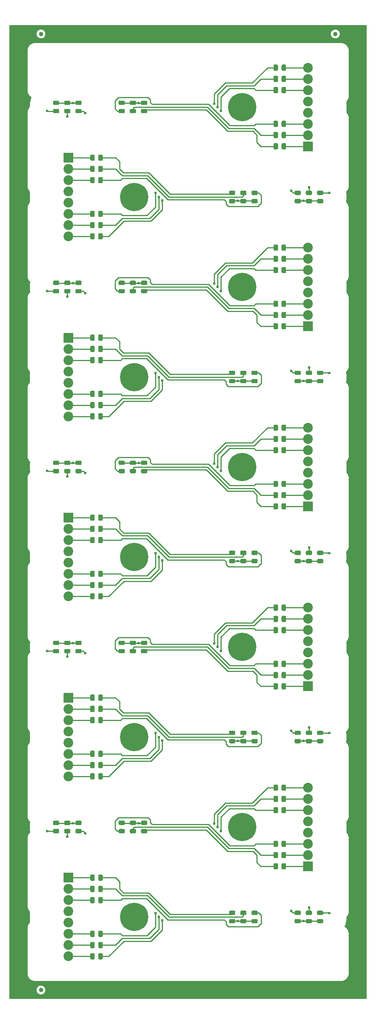
<source format=gtl>
G04 #@! TF.GenerationSoftware,KiCad,Pcbnew,6.0.2+dfsg-1*
G04 #@! TF.CreationDate,2024-07-01T09:46:04-06:00*
G04 #@! TF.ProjectId,ckt-signal-2x-array,636b742d-7369-4676-9e61-6c2d32782d61,rev?*
G04 #@! TF.SameCoordinates,Original*
G04 #@! TF.FileFunction,Copper,L1,Top*
G04 #@! TF.FilePolarity,Positive*
%FSLAX46Y46*%
G04 Gerber Fmt 4.6, Leading zero omitted, Abs format (unit mm)*
G04 Created by KiCad (PCBNEW 6.0.2+dfsg-1) date 2024-07-01 09:46:04*
%MOMM*%
%LPD*%
G01*
G04 APERTURE LIST*
G04 #@! TA.AperFunction,ComponentPad*
%ADD10C,6.400000*%
G04 #@! TD*
G04 #@! TA.AperFunction,ComponentPad*
%ADD11R,2.200000X2.200000*%
G04 #@! TD*
G04 #@! TA.AperFunction,ComponentPad*
%ADD12C,2.200000*%
G04 #@! TD*
G04 #@! TA.AperFunction,SMDPad,CuDef*
%ADD13C,1.000000*%
G04 #@! TD*
G04 #@! TA.AperFunction,ViaPad*
%ADD14C,0.609600*%
G04 #@! TD*
G04 #@! TA.AperFunction,Conductor*
%ADD15C,0.254000*%
G04 #@! TD*
G04 APERTURE END LIST*
G04 #@! TA.AperFunction,SMDPad,CuDef*
G36*
G01*
X129160500Y-55135400D02*
X129160500Y-56035400D01*
G75*
G02*
X128910500Y-56285400I-250000J0D01*
G01*
X128385500Y-56285400D01*
G75*
G02*
X128135500Y-56035400I0J250000D01*
G01*
X128135500Y-55135400D01*
G75*
G02*
X128385500Y-54885400I250000J0D01*
G01*
X128910500Y-54885400D01*
G75*
G02*
X129160500Y-55135400I0J-250000D01*
G01*
G37*
G04 #@! TD.AperFunction*
G04 #@! TA.AperFunction,SMDPad,CuDef*
G36*
G01*
X127335500Y-55135400D02*
X127335500Y-56035400D01*
G75*
G02*
X127085500Y-56285400I-250000J0D01*
G01*
X126560500Y-56285400D01*
G75*
G02*
X126310500Y-56035400I0J250000D01*
G01*
X126310500Y-55135400D01*
G75*
G02*
X126560500Y-54885400I250000J0D01*
G01*
X127085500Y-54885400D01*
G75*
G02*
X127335500Y-55135400I0J-250000D01*
G01*
G37*
G04 #@! TD.AperFunction*
G04 #@! TA.AperFunction,SMDPad,CuDef*
G36*
G01*
X175412250Y-180042800D02*
X176324750Y-180042800D01*
G75*
G02*
X176568500Y-180286550I0J-243750D01*
G01*
X176568500Y-180774050D01*
G75*
G02*
X176324750Y-181017800I-243750J0D01*
G01*
X175412250Y-181017800D01*
G75*
G02*
X175168500Y-180774050I0J243750D01*
G01*
X175168500Y-180286550D01*
G75*
G02*
X175412250Y-180042800I243750J0D01*
G01*
G37*
G04 #@! TD.AperFunction*
G04 #@! TA.AperFunction,SMDPad,CuDef*
G36*
G01*
X175412250Y-181917800D02*
X176324750Y-181917800D01*
G75*
G02*
X176568500Y-182161550I0J-243750D01*
G01*
X176568500Y-182649050D01*
G75*
G02*
X176324750Y-182892800I-243750J0D01*
G01*
X175412250Y-182892800D01*
G75*
G02*
X175168500Y-182649050I0J243750D01*
G01*
X175168500Y-182161550D01*
G75*
G02*
X175412250Y-181917800I243750J0D01*
G01*
G37*
G04 #@! TD.AperFunction*
G04 #@! TA.AperFunction,SMDPad,CuDef*
G36*
G01*
X167839500Y-206073200D02*
X167839500Y-205173200D01*
G75*
G02*
X168089500Y-204923200I250000J0D01*
G01*
X168614500Y-204923200D01*
G75*
G02*
X168864500Y-205173200I0J-250000D01*
G01*
X168864500Y-206073200D01*
G75*
G02*
X168614500Y-206323200I-250000J0D01*
G01*
X168089500Y-206323200D01*
G75*
G02*
X167839500Y-206073200I0J250000D01*
G01*
G37*
G04 #@! TD.AperFunction*
G04 #@! TA.AperFunction,SMDPad,CuDef*
G36*
G01*
X169664500Y-206073200D02*
X169664500Y-205173200D01*
G75*
G02*
X169914500Y-204923200I250000J0D01*
G01*
X170439500Y-204923200D01*
G75*
G02*
X170689500Y-205173200I0J-250000D01*
G01*
X170689500Y-206073200D01*
G75*
G02*
X170439500Y-206323200I-250000J0D01*
G01*
X169914500Y-206323200D01*
G75*
G02*
X169664500Y-206073200I0J250000D01*
G01*
G37*
G04 #@! TD.AperFunction*
G04 #@! TA.AperFunction,SMDPad,CuDef*
G36*
G01*
X175412250Y-98661200D02*
X176324750Y-98661200D01*
G75*
G02*
X176568500Y-98904950I0J-243750D01*
G01*
X176568500Y-99392450D01*
G75*
G02*
X176324750Y-99636200I-243750J0D01*
G01*
X175412250Y-99636200D01*
G75*
G02*
X175168500Y-99392450I0J243750D01*
G01*
X175168500Y-98904950D01*
G75*
G02*
X175412250Y-98661200I243750J0D01*
G01*
G37*
G04 #@! TD.AperFunction*
G04 #@! TA.AperFunction,SMDPad,CuDef*
G36*
G01*
X175412250Y-100536200D02*
X176324750Y-100536200D01*
G75*
G02*
X176568500Y-100779950I0J-243750D01*
G01*
X176568500Y-101267450D01*
G75*
G02*
X176324750Y-101511200I-243750J0D01*
G01*
X175412250Y-101511200D01*
G75*
G02*
X175168500Y-101267450I0J243750D01*
G01*
X175168500Y-100779950D01*
G75*
G02*
X175412250Y-100536200I243750J0D01*
G01*
G37*
G04 #@! TD.AperFunction*
G04 #@! TA.AperFunction,SMDPad,CuDef*
G36*
G01*
X160553250Y-57970400D02*
X161465750Y-57970400D01*
G75*
G02*
X161709500Y-58214150I0J-243750D01*
G01*
X161709500Y-58701650D01*
G75*
G02*
X161465750Y-58945400I-243750J0D01*
G01*
X160553250Y-58945400D01*
G75*
G02*
X160309500Y-58701650I0J243750D01*
G01*
X160309500Y-58214150D01*
G75*
G02*
X160553250Y-57970400I243750J0D01*
G01*
G37*
G04 #@! TD.AperFunction*
G04 #@! TA.AperFunction,SMDPad,CuDef*
G36*
G01*
X160553250Y-59845400D02*
X161465750Y-59845400D01*
G75*
G02*
X161709500Y-60089150I0J-243750D01*
G01*
X161709500Y-60576650D01*
G75*
G02*
X161465750Y-60820400I-243750J0D01*
G01*
X160553250Y-60820400D01*
G75*
G02*
X160309500Y-60576650I0J243750D01*
G01*
X160309500Y-60089150D01*
G75*
G02*
X160553250Y-59845400I243750J0D01*
G01*
G37*
G04 #@! TD.AperFunction*
G04 #@! TA.AperFunction,SMDPad,CuDef*
G36*
G01*
X129160500Y-133977000D02*
X129160500Y-134877000D01*
G75*
G02*
X128910500Y-135127000I-250000J0D01*
G01*
X128385500Y-135127000D01*
G75*
G02*
X128135500Y-134877000I0J250000D01*
G01*
X128135500Y-133977000D01*
G75*
G02*
X128385500Y-133727000I250000J0D01*
G01*
X128910500Y-133727000D01*
G75*
G02*
X129160500Y-133977000I0J-250000D01*
G01*
G37*
G04 #@! TD.AperFunction*
G04 #@! TA.AperFunction,SMDPad,CuDef*
G36*
G01*
X127335500Y-133977000D02*
X127335500Y-134877000D01*
G75*
G02*
X127085500Y-135127000I-250000J0D01*
G01*
X126560500Y-135127000D01*
G75*
G02*
X126310500Y-134877000I0J250000D01*
G01*
X126310500Y-133977000D01*
G75*
G02*
X126560500Y-133727000I250000J0D01*
G01*
X127085500Y-133727000D01*
G75*
G02*
X127335500Y-133977000I0J-250000D01*
G01*
G37*
G04 #@! TD.AperFunction*
G04 #@! TA.AperFunction,SMDPad,CuDef*
G36*
G01*
X121587750Y-81165800D02*
X120675250Y-81165800D01*
G75*
G02*
X120431500Y-80922050I0J243750D01*
G01*
X120431500Y-80434550D01*
G75*
G02*
X120675250Y-80190800I243750J0D01*
G01*
X121587750Y-80190800D01*
G75*
G02*
X121831500Y-80434550I0J-243750D01*
G01*
X121831500Y-80922050D01*
G75*
G02*
X121587750Y-81165800I-243750J0D01*
G01*
G37*
G04 #@! TD.AperFunction*
G04 #@! TA.AperFunction,SMDPad,CuDef*
G36*
G01*
X121587750Y-79290800D02*
X120675250Y-79290800D01*
G75*
G02*
X120431500Y-79047050I0J243750D01*
G01*
X120431500Y-78559550D01*
G75*
G02*
X120675250Y-78315800I243750J0D01*
G01*
X121587750Y-78315800D01*
G75*
G02*
X121831500Y-78559550I0J-243750D01*
G01*
X121831500Y-79047050D01*
G75*
G02*
X121587750Y-79290800I-243750J0D01*
G01*
G37*
G04 #@! TD.AperFunction*
G04 #@! TA.AperFunction,SMDPad,CuDef*
G36*
G01*
X136446750Y-121856600D02*
X135534250Y-121856600D01*
G75*
G02*
X135290500Y-121612850I0J243750D01*
G01*
X135290500Y-121125350D01*
G75*
G02*
X135534250Y-120881600I243750J0D01*
G01*
X136446750Y-120881600D01*
G75*
G02*
X136690500Y-121125350I0J-243750D01*
G01*
X136690500Y-121612850D01*
G75*
G02*
X136446750Y-121856600I-243750J0D01*
G01*
G37*
G04 #@! TD.AperFunction*
G04 #@! TA.AperFunction,SMDPad,CuDef*
G36*
G01*
X136446750Y-119981600D02*
X135534250Y-119981600D01*
G75*
G02*
X135290500Y-119737850I0J243750D01*
G01*
X135290500Y-119250350D01*
G75*
G02*
X135534250Y-119006600I243750J0D01*
G01*
X136446750Y-119006600D01*
G75*
G02*
X136690500Y-119250350I0J-243750D01*
G01*
X136690500Y-119737850D01*
G75*
G02*
X136446750Y-119981600I-243750J0D01*
G01*
G37*
G04 #@! TD.AperFunction*
G04 #@! TA.AperFunction,SMDPad,CuDef*
G36*
G01*
X163093250Y-139352000D02*
X164005750Y-139352000D01*
G75*
G02*
X164249500Y-139595750I0J-243750D01*
G01*
X164249500Y-140083250D01*
G75*
G02*
X164005750Y-140327000I-243750J0D01*
G01*
X163093250Y-140327000D01*
G75*
G02*
X162849500Y-140083250I0J243750D01*
G01*
X162849500Y-139595750D01*
G75*
G02*
X163093250Y-139352000I243750J0D01*
G01*
G37*
G04 #@! TD.AperFunction*
G04 #@! TA.AperFunction,SMDPad,CuDef*
G36*
G01*
X163093250Y-141227000D02*
X164005750Y-141227000D01*
G75*
G02*
X164249500Y-141470750I0J-243750D01*
G01*
X164249500Y-141958250D01*
G75*
G02*
X164005750Y-142202000I-243750J0D01*
G01*
X163093250Y-142202000D01*
G75*
G02*
X162849500Y-141958250I0J243750D01*
G01*
X162849500Y-141470750D01*
G75*
G02*
X163093250Y-141227000I243750J0D01*
G01*
G37*
G04 #@! TD.AperFunction*
G04 #@! TA.AperFunction,SMDPad,CuDef*
G36*
G01*
X167839500Y-33150000D02*
X167839500Y-32250000D01*
G75*
G02*
X168089500Y-32000000I250000J0D01*
G01*
X168614500Y-32000000D01*
G75*
G02*
X168864500Y-32250000I0J-250000D01*
G01*
X168864500Y-33150000D01*
G75*
G02*
X168614500Y-33400000I-250000J0D01*
G01*
X168089500Y-33400000D01*
G75*
G02*
X167839500Y-33150000I0J250000D01*
G01*
G37*
G04 #@! TD.AperFunction*
G04 #@! TA.AperFunction,SMDPad,CuDef*
G36*
G01*
X169664500Y-33150000D02*
X169664500Y-32250000D01*
G75*
G02*
X169914500Y-32000000I250000J0D01*
G01*
X170439500Y-32000000D01*
G75*
G02*
X170689500Y-32250000I0J-250000D01*
G01*
X170689500Y-33150000D01*
G75*
G02*
X170439500Y-33400000I-250000J0D01*
G01*
X169914500Y-33400000D01*
G75*
G02*
X169664500Y-33150000I0J250000D01*
G01*
G37*
G04 #@! TD.AperFunction*
G04 #@! TA.AperFunction,SMDPad,CuDef*
G36*
G01*
X133906750Y-81165800D02*
X132994250Y-81165800D01*
G75*
G02*
X132750500Y-80922050I0J243750D01*
G01*
X132750500Y-80434550D01*
G75*
G02*
X132994250Y-80190800I243750J0D01*
G01*
X133906750Y-80190800D01*
G75*
G02*
X134150500Y-80434550I0J-243750D01*
G01*
X134150500Y-80922050D01*
G75*
G02*
X133906750Y-81165800I-243750J0D01*
G01*
G37*
G04 #@! TD.AperFunction*
G04 #@! TA.AperFunction,SMDPad,CuDef*
G36*
G01*
X133906750Y-79290800D02*
X132994250Y-79290800D01*
G75*
G02*
X132750500Y-79047050I0J243750D01*
G01*
X132750500Y-78559550D01*
G75*
G02*
X132994250Y-78315800I243750J0D01*
G01*
X133906750Y-78315800D01*
G75*
G02*
X134150500Y-78559550I0J-243750D01*
G01*
X134150500Y-79047050D01*
G75*
G02*
X133906750Y-79290800I-243750J0D01*
G01*
G37*
G04 #@! TD.AperFunction*
G04 #@! TA.AperFunction,SMDPad,CuDef*
G36*
G01*
X121587750Y-121856600D02*
X120675250Y-121856600D01*
G75*
G02*
X120431500Y-121612850I0J243750D01*
G01*
X120431500Y-121125350D01*
G75*
G02*
X120675250Y-120881600I243750J0D01*
G01*
X121587750Y-120881600D01*
G75*
G02*
X121831500Y-121125350I0J-243750D01*
G01*
X121831500Y-121612850D01*
G75*
G02*
X121587750Y-121856600I-243750J0D01*
G01*
G37*
G04 #@! TD.AperFunction*
G04 #@! TA.AperFunction,SMDPad,CuDef*
G36*
G01*
X121587750Y-119981600D02*
X120675250Y-119981600D01*
G75*
G02*
X120431500Y-119737850I0J243750D01*
G01*
X120431500Y-119250350D01*
G75*
G02*
X120675250Y-119006600I243750J0D01*
G01*
X121587750Y-119006600D01*
G75*
G02*
X121831500Y-119250350I0J-243750D01*
G01*
X121831500Y-119737850D01*
G75*
G02*
X121587750Y-119981600I-243750J0D01*
G01*
G37*
G04 #@! TD.AperFunction*
G04 #@! TA.AperFunction,SMDPad,CuDef*
G36*
G01*
X167839500Y-170462400D02*
X167839500Y-169562400D01*
G75*
G02*
X168089500Y-169312400I250000J0D01*
G01*
X168614500Y-169312400D01*
G75*
G02*
X168864500Y-169562400I0J-250000D01*
G01*
X168864500Y-170462400D01*
G75*
G02*
X168614500Y-170712400I-250000J0D01*
G01*
X168089500Y-170712400D01*
G75*
G02*
X167839500Y-170462400I0J250000D01*
G01*
G37*
G04 #@! TD.AperFunction*
G04 #@! TA.AperFunction,SMDPad,CuDef*
G36*
G01*
X169664500Y-170462400D02*
X169664500Y-169562400D01*
G75*
G02*
X169914500Y-169312400I250000J0D01*
G01*
X170439500Y-169312400D01*
G75*
G02*
X170689500Y-169562400I0J-250000D01*
G01*
X170689500Y-170462400D01*
G75*
G02*
X170439500Y-170712400I-250000J0D01*
G01*
X169914500Y-170712400D01*
G75*
G02*
X169664500Y-170462400I0J250000D01*
G01*
G37*
G04 #@! TD.AperFunction*
G04 #@! TA.AperFunction,SMDPad,CuDef*
G36*
G01*
X172872250Y-57970400D02*
X173784750Y-57970400D01*
G75*
G02*
X174028500Y-58214150I0J-243750D01*
G01*
X174028500Y-58701650D01*
G75*
G02*
X173784750Y-58945400I-243750J0D01*
G01*
X172872250Y-58945400D01*
G75*
G02*
X172628500Y-58701650I0J243750D01*
G01*
X172628500Y-58214150D01*
G75*
G02*
X172872250Y-57970400I243750J0D01*
G01*
G37*
G04 #@! TD.AperFunction*
G04 #@! TA.AperFunction,SMDPad,CuDef*
G36*
G01*
X172872250Y-59845400D02*
X173784750Y-59845400D01*
G75*
G02*
X174028500Y-60089150I0J-243750D01*
G01*
X174028500Y-60576650D01*
G75*
G02*
X173784750Y-60820400I-243750J0D01*
G01*
X172872250Y-60820400D01*
G75*
G02*
X172628500Y-60576650I0J243750D01*
G01*
X172628500Y-60089150D01*
G75*
G02*
X172872250Y-59845400I243750J0D01*
G01*
G37*
G04 #@! TD.AperFunction*
G04 #@! TA.AperFunction,SMDPad,CuDef*
G36*
G01*
X160553250Y-220733600D02*
X161465750Y-220733600D01*
G75*
G02*
X161709500Y-220977350I0J-243750D01*
G01*
X161709500Y-221464850D01*
G75*
G02*
X161465750Y-221708600I-243750J0D01*
G01*
X160553250Y-221708600D01*
G75*
G02*
X160309500Y-221464850I0J243750D01*
G01*
X160309500Y-220977350D01*
G75*
G02*
X160553250Y-220733600I243750J0D01*
G01*
G37*
G04 #@! TD.AperFunction*
G04 #@! TA.AperFunction,SMDPad,CuDef*
G36*
G01*
X160553250Y-222608600D02*
X161465750Y-222608600D01*
G75*
G02*
X161709500Y-222852350I0J-243750D01*
G01*
X161709500Y-223339850D01*
G75*
G02*
X161465750Y-223583600I-243750J0D01*
G01*
X160553250Y-223583600D01*
G75*
G02*
X160309500Y-223339850I0J243750D01*
G01*
X160309500Y-222852350D01*
G75*
G02*
X160553250Y-222608600I243750J0D01*
G01*
G37*
G04 #@! TD.AperFunction*
G04 #@! TA.AperFunction,SMDPad,CuDef*
G36*
G01*
X163093250Y-57970400D02*
X164005750Y-57970400D01*
G75*
G02*
X164249500Y-58214150I0J-243750D01*
G01*
X164249500Y-58701650D01*
G75*
G02*
X164005750Y-58945400I-243750J0D01*
G01*
X163093250Y-58945400D01*
G75*
G02*
X162849500Y-58701650I0J243750D01*
G01*
X162849500Y-58214150D01*
G75*
G02*
X163093250Y-57970400I243750J0D01*
G01*
G37*
G04 #@! TD.AperFunction*
G04 #@! TA.AperFunction,SMDPad,CuDef*
G36*
G01*
X163093250Y-59845400D02*
X164005750Y-59845400D01*
G75*
G02*
X164249500Y-60089150I0J-243750D01*
G01*
X164249500Y-60576650D01*
G75*
G02*
X164005750Y-60820400I-243750J0D01*
G01*
X163093250Y-60820400D01*
G75*
G02*
X162849500Y-60576650I0J243750D01*
G01*
X162849500Y-60089150D01*
G75*
G02*
X163093250Y-59845400I243750J0D01*
G01*
G37*
G04 #@! TD.AperFunction*
G04 #@! TA.AperFunction,SMDPad,CuDef*
G36*
G01*
X160553250Y-180042800D02*
X161465750Y-180042800D01*
G75*
G02*
X161709500Y-180286550I0J-243750D01*
G01*
X161709500Y-180774050D01*
G75*
G02*
X161465750Y-181017800I-243750J0D01*
G01*
X160553250Y-181017800D01*
G75*
G02*
X160309500Y-180774050I0J243750D01*
G01*
X160309500Y-180286550D01*
G75*
G02*
X160553250Y-180042800I243750J0D01*
G01*
G37*
G04 #@! TD.AperFunction*
G04 #@! TA.AperFunction,SMDPad,CuDef*
G36*
G01*
X160553250Y-181917800D02*
X161465750Y-181917800D01*
G75*
G02*
X161709500Y-182161550I0J-243750D01*
G01*
X161709500Y-182649050D01*
G75*
G02*
X161465750Y-182892800I-243750J0D01*
G01*
X160553250Y-182892800D01*
G75*
G02*
X160309500Y-182649050I0J243750D01*
G01*
X160309500Y-182161550D01*
G75*
G02*
X160553250Y-181917800I243750J0D01*
G01*
G37*
G04 #@! TD.AperFunction*
D10*
X160755500Y-201813200D03*
G04 #@! TA.AperFunction,SMDPad,CuDef*
G36*
G01*
X167839500Y-30610000D02*
X167839500Y-29710000D01*
G75*
G02*
X168089500Y-29460000I250000J0D01*
G01*
X168614500Y-29460000D01*
G75*
G02*
X168864500Y-29710000I0J-250000D01*
G01*
X168864500Y-30610000D01*
G75*
G02*
X168614500Y-30860000I-250000J0D01*
G01*
X168089500Y-30860000D01*
G75*
G02*
X167839500Y-30610000I0J250000D01*
G01*
G37*
G04 #@! TD.AperFunction*
G04 #@! TA.AperFunction,SMDPad,CuDef*
G36*
G01*
X169664500Y-30610000D02*
X169664500Y-29710000D01*
G75*
G02*
X169914500Y-29460000I250000J0D01*
G01*
X170439500Y-29460000D01*
G75*
G02*
X170689500Y-29710000I0J-250000D01*
G01*
X170689500Y-30610000D01*
G75*
G02*
X170439500Y-30860000I-250000J0D01*
G01*
X169914500Y-30860000D01*
G75*
G02*
X169664500Y-30610000I0J250000D01*
G01*
G37*
G04 #@! TD.AperFunction*
G04 #@! TA.AperFunction,SMDPad,CuDef*
G36*
G01*
X129160500Y-174667800D02*
X129160500Y-175567800D01*
G75*
G02*
X128910500Y-175817800I-250000J0D01*
G01*
X128385500Y-175817800D01*
G75*
G02*
X128135500Y-175567800I0J250000D01*
G01*
X128135500Y-174667800D01*
G75*
G02*
X128385500Y-174417800I250000J0D01*
G01*
X128910500Y-174417800D01*
G75*
G02*
X129160500Y-174667800I0J-250000D01*
G01*
G37*
G04 #@! TD.AperFunction*
G04 #@! TA.AperFunction,SMDPad,CuDef*
G36*
G01*
X127335500Y-174667800D02*
X127335500Y-175567800D01*
G75*
G02*
X127085500Y-175817800I-250000J0D01*
G01*
X126560500Y-175817800D01*
G75*
G02*
X126310500Y-175567800I0J250000D01*
G01*
X126310500Y-174667800D01*
G75*
G02*
X126560500Y-174417800I250000J0D01*
G01*
X127085500Y-174417800D01*
G75*
G02*
X127335500Y-174667800I0J-250000D01*
G01*
G37*
G04 #@! TD.AperFunction*
G04 #@! TA.AperFunction,SMDPad,CuDef*
G36*
G01*
X167839500Y-71300800D02*
X167839500Y-70400800D01*
G75*
G02*
X168089500Y-70150800I250000J0D01*
G01*
X168614500Y-70150800D01*
G75*
G02*
X168864500Y-70400800I0J-250000D01*
G01*
X168864500Y-71300800D01*
G75*
G02*
X168614500Y-71550800I-250000J0D01*
G01*
X168089500Y-71550800D01*
G75*
G02*
X167839500Y-71300800I0J250000D01*
G01*
G37*
G04 #@! TD.AperFunction*
G04 #@! TA.AperFunction,SMDPad,CuDef*
G36*
G01*
X169664500Y-71300800D02*
X169664500Y-70400800D01*
G75*
G02*
X169914500Y-70150800I250000J0D01*
G01*
X170439500Y-70150800D01*
G75*
G02*
X170689500Y-70400800I0J-250000D01*
G01*
X170689500Y-71300800D01*
G75*
G02*
X170439500Y-71550800I-250000J0D01*
G01*
X169914500Y-71550800D01*
G75*
G02*
X169664500Y-71300800I0J250000D01*
G01*
G37*
G04 #@! TD.AperFunction*
G04 #@! TA.AperFunction,SMDPad,CuDef*
G36*
G01*
X177952250Y-98661200D02*
X178864750Y-98661200D01*
G75*
G02*
X179108500Y-98904950I0J-243750D01*
G01*
X179108500Y-99392450D01*
G75*
G02*
X178864750Y-99636200I-243750J0D01*
G01*
X177952250Y-99636200D01*
G75*
G02*
X177708500Y-99392450I0J243750D01*
G01*
X177708500Y-98904950D01*
G75*
G02*
X177952250Y-98661200I243750J0D01*
G01*
G37*
G04 #@! TD.AperFunction*
G04 #@! TA.AperFunction,SMDPad,CuDef*
G36*
G01*
X177952250Y-100536200D02*
X178864750Y-100536200D01*
G75*
G02*
X179108500Y-100779950I0J-243750D01*
G01*
X179108500Y-101267450D01*
G75*
G02*
X178864750Y-101511200I-243750J0D01*
G01*
X177952250Y-101511200D01*
G75*
G02*
X177708500Y-101267450I0J243750D01*
G01*
X177708500Y-100779950D01*
G75*
G02*
X177952250Y-100536200I243750J0D01*
G01*
G37*
G04 #@! TD.AperFunction*
X160755500Y-161122400D03*
G04 #@! TA.AperFunction,SMDPad,CuDef*
G36*
G01*
X129160500Y-189907800D02*
X129160500Y-190807800D01*
G75*
G02*
X128910500Y-191057800I-250000J0D01*
G01*
X128385500Y-191057800D01*
G75*
G02*
X128135500Y-190807800I0J250000D01*
G01*
X128135500Y-189907800D01*
G75*
G02*
X128385500Y-189657800I250000J0D01*
G01*
X128910500Y-189657800D01*
G75*
G02*
X129160500Y-189907800I0J-250000D01*
G01*
G37*
G04 #@! TD.AperFunction*
G04 #@! TA.AperFunction,SMDPad,CuDef*
G36*
G01*
X127335500Y-189907800D02*
X127335500Y-190807800D01*
G75*
G02*
X127085500Y-191057800I-250000J0D01*
G01*
X126560500Y-191057800D01*
G75*
G02*
X126310500Y-190807800I0J250000D01*
G01*
X126310500Y-189907800D01*
G75*
G02*
X126560500Y-189657800I250000J0D01*
G01*
X127085500Y-189657800D01*
G75*
G02*
X127335500Y-189907800I0J-250000D01*
G01*
G37*
G04 #@! TD.AperFunction*
G04 #@! TA.AperFunction,SMDPad,CuDef*
G36*
G01*
X158013250Y-98661200D02*
X158925750Y-98661200D01*
G75*
G02*
X159169500Y-98904950I0J-243750D01*
G01*
X159169500Y-99392450D01*
G75*
G02*
X158925750Y-99636200I-243750J0D01*
G01*
X158013250Y-99636200D01*
G75*
G02*
X157769500Y-99392450I0J243750D01*
G01*
X157769500Y-98904950D01*
G75*
G02*
X158013250Y-98661200I243750J0D01*
G01*
G37*
G04 #@! TD.AperFunction*
G04 #@! TA.AperFunction,SMDPad,CuDef*
G36*
G01*
X158013250Y-100536200D02*
X158925750Y-100536200D01*
G75*
G02*
X159169500Y-100779950I0J-243750D01*
G01*
X159169500Y-101267450D01*
G75*
G02*
X158925750Y-101511200I-243750J0D01*
G01*
X158013250Y-101511200D01*
G75*
G02*
X157769500Y-101267450I0J243750D01*
G01*
X157769500Y-100779950D01*
G75*
G02*
X158013250Y-100536200I243750J0D01*
G01*
G37*
G04 #@! TD.AperFunction*
G04 #@! TA.AperFunction,SMDPad,CuDef*
G36*
G01*
X136446750Y-40475000D02*
X135534250Y-40475000D01*
G75*
G02*
X135290500Y-40231250I0J243750D01*
G01*
X135290500Y-39743750D01*
G75*
G02*
X135534250Y-39500000I243750J0D01*
G01*
X136446750Y-39500000D01*
G75*
G02*
X136690500Y-39743750I0J-243750D01*
G01*
X136690500Y-40231250D01*
G75*
G02*
X136446750Y-40475000I-243750J0D01*
G01*
G37*
G04 #@! TD.AperFunction*
G04 #@! TA.AperFunction,SMDPad,CuDef*
G36*
G01*
X136446750Y-38600000D02*
X135534250Y-38600000D01*
G75*
G02*
X135290500Y-38356250I0J243750D01*
G01*
X135290500Y-37868750D01*
G75*
G02*
X135534250Y-37625000I243750J0D01*
G01*
X136446750Y-37625000D01*
G75*
G02*
X136690500Y-37868750I0J-243750D01*
G01*
X136690500Y-38356250D01*
G75*
G02*
X136446750Y-38600000I-243750J0D01*
G01*
G37*
G04 #@! TD.AperFunction*
G04 #@! TA.AperFunction,SMDPad,CuDef*
G36*
G01*
X167839500Y-208613200D02*
X167839500Y-207713200D01*
G75*
G02*
X168089500Y-207463200I250000J0D01*
G01*
X168614500Y-207463200D01*
G75*
G02*
X168864500Y-207713200I0J-250000D01*
G01*
X168864500Y-208613200D01*
G75*
G02*
X168614500Y-208863200I-250000J0D01*
G01*
X168089500Y-208863200D01*
G75*
G02*
X167839500Y-208613200I0J250000D01*
G01*
G37*
G04 #@! TD.AperFunction*
G04 #@! TA.AperFunction,SMDPad,CuDef*
G36*
G01*
X169664500Y-208613200D02*
X169664500Y-207713200D01*
G75*
G02*
X169914500Y-207463200I250000J0D01*
G01*
X170439500Y-207463200D01*
G75*
G02*
X170689500Y-207713200I0J-250000D01*
G01*
X170689500Y-208613200D01*
G75*
G02*
X170439500Y-208863200I-250000J0D01*
G01*
X169914500Y-208863200D01*
G75*
G02*
X169664500Y-208613200I0J250000D01*
G01*
G37*
G04 #@! TD.AperFunction*
G04 #@! TA.AperFunction,SMDPad,CuDef*
G36*
G01*
X177952250Y-180042800D02*
X178864750Y-180042800D01*
G75*
G02*
X179108500Y-180286550I0J-243750D01*
G01*
X179108500Y-180774050D01*
G75*
G02*
X178864750Y-181017800I-243750J0D01*
G01*
X177952250Y-181017800D01*
G75*
G02*
X177708500Y-180774050I0J243750D01*
G01*
X177708500Y-180286550D01*
G75*
G02*
X177952250Y-180042800I243750J0D01*
G01*
G37*
G04 #@! TD.AperFunction*
G04 #@! TA.AperFunction,SMDPad,CuDef*
G36*
G01*
X177952250Y-181917800D02*
X178864750Y-181917800D01*
G75*
G02*
X179108500Y-182161550I0J-243750D01*
G01*
X179108500Y-182649050D01*
G75*
G02*
X178864750Y-182892800I-243750J0D01*
G01*
X177952250Y-182892800D01*
G75*
G02*
X177708500Y-182649050I0J243750D01*
G01*
X177708500Y-182161550D01*
G75*
G02*
X177952250Y-181917800I243750J0D01*
G01*
G37*
G04 #@! TD.AperFunction*
X160755500Y-79740800D03*
D11*
X121385500Y-50505400D03*
D12*
X121385500Y-53045400D03*
X121385500Y-55585400D03*
X121385500Y-58125400D03*
X121385500Y-60665400D03*
X121385500Y-63205400D03*
X121385500Y-65745400D03*
X121385500Y-68285400D03*
G04 #@! TA.AperFunction,SMDPad,CuDef*
G36*
G01*
X177952250Y-220733600D02*
X178864750Y-220733600D01*
G75*
G02*
X179108500Y-220977350I0J-243750D01*
G01*
X179108500Y-221464850D01*
G75*
G02*
X178864750Y-221708600I-243750J0D01*
G01*
X177952250Y-221708600D01*
G75*
G02*
X177708500Y-221464850I0J243750D01*
G01*
X177708500Y-220977350D01*
G75*
G02*
X177952250Y-220733600I243750J0D01*
G01*
G37*
G04 #@! TD.AperFunction*
G04 #@! TA.AperFunction,SMDPad,CuDef*
G36*
G01*
X177952250Y-222608600D02*
X178864750Y-222608600D01*
G75*
G02*
X179108500Y-222852350I0J-243750D01*
G01*
X179108500Y-223339850D01*
G75*
G02*
X178864750Y-223583600I-243750J0D01*
G01*
X177952250Y-223583600D01*
G75*
G02*
X177708500Y-223339850I0J243750D01*
G01*
X177708500Y-222852350D01*
G75*
G02*
X177952250Y-222608600I243750J0D01*
G01*
G37*
G04 #@! TD.AperFunction*
G04 #@! TA.AperFunction,SMDPad,CuDef*
G36*
G01*
X124127750Y-203238200D02*
X123215250Y-203238200D01*
G75*
G02*
X122971500Y-202994450I0J243750D01*
G01*
X122971500Y-202506950D01*
G75*
G02*
X123215250Y-202263200I243750J0D01*
G01*
X124127750Y-202263200D01*
G75*
G02*
X124371500Y-202506950I0J-243750D01*
G01*
X124371500Y-202994450D01*
G75*
G02*
X124127750Y-203238200I-243750J0D01*
G01*
G37*
G04 #@! TD.AperFunction*
G04 #@! TA.AperFunction,SMDPad,CuDef*
G36*
G01*
X124127750Y-201363200D02*
X123215250Y-201363200D01*
G75*
G02*
X122971500Y-201119450I0J243750D01*
G01*
X122971500Y-200631950D01*
G75*
G02*
X123215250Y-200388200I243750J0D01*
G01*
X124127750Y-200388200D01*
G75*
G02*
X124371500Y-200631950I0J-243750D01*
G01*
X124371500Y-201119450D01*
G75*
G02*
X124127750Y-201363200I-243750J0D01*
G01*
G37*
G04 #@! TD.AperFunction*
G04 #@! TA.AperFunction,SMDPad,CuDef*
G36*
G01*
X129160500Y-65295400D02*
X129160500Y-66195400D01*
G75*
G02*
X128910500Y-66445400I-250000J0D01*
G01*
X128385500Y-66445400D01*
G75*
G02*
X128135500Y-66195400I0J250000D01*
G01*
X128135500Y-65295400D01*
G75*
G02*
X128385500Y-65045400I250000J0D01*
G01*
X128910500Y-65045400D01*
G75*
G02*
X129160500Y-65295400I0J-250000D01*
G01*
G37*
G04 #@! TD.AperFunction*
G04 #@! TA.AperFunction,SMDPad,CuDef*
G36*
G01*
X127335500Y-65295400D02*
X127335500Y-66195400D01*
G75*
G02*
X127085500Y-66445400I-250000J0D01*
G01*
X126560500Y-66445400D01*
G75*
G02*
X126310500Y-66195400I0J250000D01*
G01*
X126310500Y-65295400D01*
G75*
G02*
X126560500Y-65045400I250000J0D01*
G01*
X127085500Y-65045400D01*
G75*
G02*
X127335500Y-65295400I0J-250000D01*
G01*
G37*
G04 #@! TD.AperFunction*
G04 #@! TA.AperFunction,SMDPad,CuDef*
G36*
G01*
X160553250Y-98661200D02*
X161465750Y-98661200D01*
G75*
G02*
X161709500Y-98904950I0J-243750D01*
G01*
X161709500Y-99392450D01*
G75*
G02*
X161465750Y-99636200I-243750J0D01*
G01*
X160553250Y-99636200D01*
G75*
G02*
X160309500Y-99392450I0J243750D01*
G01*
X160309500Y-98904950D01*
G75*
G02*
X160553250Y-98661200I243750J0D01*
G01*
G37*
G04 #@! TD.AperFunction*
G04 #@! TA.AperFunction,SMDPad,CuDef*
G36*
G01*
X160553250Y-100536200D02*
X161465750Y-100536200D01*
G75*
G02*
X161709500Y-100779950I0J-243750D01*
G01*
X161709500Y-101267450D01*
G75*
G02*
X161465750Y-101511200I-243750J0D01*
G01*
X160553250Y-101511200D01*
G75*
G02*
X160309500Y-101267450I0J243750D01*
G01*
X160309500Y-100779950D01*
G75*
G02*
X160553250Y-100536200I243750J0D01*
G01*
G37*
G04 #@! TD.AperFunction*
G04 #@! TA.AperFunction,SMDPad,CuDef*
G36*
G01*
X167839500Y-129771600D02*
X167839500Y-128871600D01*
G75*
G02*
X168089500Y-128621600I250000J0D01*
G01*
X168614500Y-128621600D01*
G75*
G02*
X168864500Y-128871600I0J-250000D01*
G01*
X168864500Y-129771600D01*
G75*
G02*
X168614500Y-130021600I-250000J0D01*
G01*
X168089500Y-130021600D01*
G75*
G02*
X167839500Y-129771600I0J250000D01*
G01*
G37*
G04 #@! TD.AperFunction*
G04 #@! TA.AperFunction,SMDPad,CuDef*
G36*
G01*
X169664500Y-129771600D02*
X169664500Y-128871600D01*
G75*
G02*
X169914500Y-128621600I250000J0D01*
G01*
X170439500Y-128621600D01*
G75*
G02*
X170689500Y-128871600I0J-250000D01*
G01*
X170689500Y-129771600D01*
G75*
G02*
X170439500Y-130021600I-250000J0D01*
G01*
X169914500Y-130021600D01*
G75*
G02*
X169664500Y-129771600I0J250000D01*
G01*
G37*
G04 #@! TD.AperFunction*
G04 #@! TA.AperFunction,SMDPad,CuDef*
G36*
G01*
X129160500Y-67835400D02*
X129160500Y-68735400D01*
G75*
G02*
X128910500Y-68985400I-250000J0D01*
G01*
X128385500Y-68985400D01*
G75*
G02*
X128135500Y-68735400I0J250000D01*
G01*
X128135500Y-67835400D01*
G75*
G02*
X128385500Y-67585400I250000J0D01*
G01*
X128910500Y-67585400D01*
G75*
G02*
X129160500Y-67835400I0J-250000D01*
G01*
G37*
G04 #@! TD.AperFunction*
G04 #@! TA.AperFunction,SMDPad,CuDef*
G36*
G01*
X127335500Y-67835400D02*
X127335500Y-68735400D01*
G75*
G02*
X127085500Y-68985400I-250000J0D01*
G01*
X126560500Y-68985400D01*
G75*
G02*
X126310500Y-68735400I0J250000D01*
G01*
X126310500Y-67835400D01*
G75*
G02*
X126560500Y-67585400I250000J0D01*
G01*
X127085500Y-67585400D01*
G75*
G02*
X127335500Y-67835400I0J-250000D01*
G01*
G37*
G04 #@! TD.AperFunction*
G04 #@! TA.AperFunction,SMDPad,CuDef*
G36*
G01*
X167839500Y-198453200D02*
X167839500Y-197553200D01*
G75*
G02*
X168089500Y-197303200I250000J0D01*
G01*
X168614500Y-197303200D01*
G75*
G02*
X168864500Y-197553200I0J-250000D01*
G01*
X168864500Y-198453200D01*
G75*
G02*
X168614500Y-198703200I-250000J0D01*
G01*
X168089500Y-198703200D01*
G75*
G02*
X167839500Y-198453200I0J250000D01*
G01*
G37*
G04 #@! TD.AperFunction*
G04 #@! TA.AperFunction,SMDPad,CuDef*
G36*
G01*
X169664500Y-198453200D02*
X169664500Y-197553200D01*
G75*
G02*
X169914500Y-197303200I250000J0D01*
G01*
X170439500Y-197303200D01*
G75*
G02*
X170689500Y-197553200I0J-250000D01*
G01*
X170689500Y-198453200D01*
G75*
G02*
X170439500Y-198703200I-250000J0D01*
G01*
X169914500Y-198703200D01*
G75*
G02*
X169664500Y-198453200I0J250000D01*
G01*
G37*
G04 #@! TD.AperFunction*
G04 #@! TA.AperFunction,SMDPad,CuDef*
G36*
G01*
X167839500Y-152682400D02*
X167839500Y-151782400D01*
G75*
G02*
X168089500Y-151532400I250000J0D01*
G01*
X168614500Y-151532400D01*
G75*
G02*
X168864500Y-151782400I0J-250000D01*
G01*
X168864500Y-152682400D01*
G75*
G02*
X168614500Y-152932400I-250000J0D01*
G01*
X168089500Y-152932400D01*
G75*
G02*
X167839500Y-152682400I0J250000D01*
G01*
G37*
G04 #@! TD.AperFunction*
G04 #@! TA.AperFunction,SMDPad,CuDef*
G36*
G01*
X169664500Y-152682400D02*
X169664500Y-151782400D01*
G75*
G02*
X169914500Y-151532400I250000J0D01*
G01*
X170439500Y-151532400D01*
G75*
G02*
X170689500Y-151782400I0J-250000D01*
G01*
X170689500Y-152682400D01*
G75*
G02*
X170439500Y-152932400I-250000J0D01*
G01*
X169914500Y-152932400D01*
G75*
G02*
X169664500Y-152682400I0J250000D01*
G01*
G37*
G04 #@! TD.AperFunction*
G04 #@! TA.AperFunction,SMDPad,CuDef*
G36*
G01*
X124127750Y-162547400D02*
X123215250Y-162547400D01*
G75*
G02*
X122971500Y-162303650I0J243750D01*
G01*
X122971500Y-161816150D01*
G75*
G02*
X123215250Y-161572400I243750J0D01*
G01*
X124127750Y-161572400D01*
G75*
G02*
X124371500Y-161816150I0J-243750D01*
G01*
X124371500Y-162303650D01*
G75*
G02*
X124127750Y-162547400I-243750J0D01*
G01*
G37*
G04 #@! TD.AperFunction*
G04 #@! TA.AperFunction,SMDPad,CuDef*
G36*
G01*
X124127750Y-160672400D02*
X123215250Y-160672400D01*
G75*
G02*
X122971500Y-160428650I0J243750D01*
G01*
X122971500Y-159941150D01*
G75*
G02*
X123215250Y-159697400I243750J0D01*
G01*
X124127750Y-159697400D01*
G75*
G02*
X124371500Y-159941150I0J-243750D01*
G01*
X124371500Y-160428650D01*
G75*
G02*
X124127750Y-160672400I-243750J0D01*
G01*
G37*
G04 #@! TD.AperFunction*
G04 #@! TA.AperFunction,SMDPad,CuDef*
G36*
G01*
X158013250Y-139352000D02*
X158925750Y-139352000D01*
G75*
G02*
X159169500Y-139595750I0J-243750D01*
G01*
X159169500Y-140083250D01*
G75*
G02*
X158925750Y-140327000I-243750J0D01*
G01*
X158013250Y-140327000D01*
G75*
G02*
X157769500Y-140083250I0J243750D01*
G01*
X157769500Y-139595750D01*
G75*
G02*
X158013250Y-139352000I243750J0D01*
G01*
G37*
G04 #@! TD.AperFunction*
G04 #@! TA.AperFunction,SMDPad,CuDef*
G36*
G01*
X158013250Y-141227000D02*
X158925750Y-141227000D01*
G75*
G02*
X159169500Y-141470750I0J-243750D01*
G01*
X159169500Y-141958250D01*
G75*
G02*
X158925750Y-142202000I-243750J0D01*
G01*
X158013250Y-142202000D01*
G75*
G02*
X157769500Y-141958250I0J243750D01*
G01*
X157769500Y-141470750D01*
G75*
G02*
X158013250Y-141227000I243750J0D01*
G01*
G37*
G04 #@! TD.AperFunction*
D10*
X160755500Y-120431600D03*
G04 #@! TA.AperFunction,SMDPad,CuDef*
G36*
G01*
X167839500Y-117071600D02*
X167839500Y-116171600D01*
G75*
G02*
X168089500Y-115921600I250000J0D01*
G01*
X168614500Y-115921600D01*
G75*
G02*
X168864500Y-116171600I0J-250000D01*
G01*
X168864500Y-117071600D01*
G75*
G02*
X168614500Y-117321600I-250000J0D01*
G01*
X168089500Y-117321600D01*
G75*
G02*
X167839500Y-117071600I0J250000D01*
G01*
G37*
G04 #@! TD.AperFunction*
G04 #@! TA.AperFunction,SMDPad,CuDef*
G36*
G01*
X169664500Y-117071600D02*
X169664500Y-116171600D01*
G75*
G02*
X169914500Y-115921600I250000J0D01*
G01*
X170439500Y-115921600D01*
G75*
G02*
X170689500Y-116171600I0J-250000D01*
G01*
X170689500Y-117071600D01*
G75*
G02*
X170439500Y-117321600I-250000J0D01*
G01*
X169914500Y-117321600D01*
G75*
G02*
X169664500Y-117071600I0J250000D01*
G01*
G37*
G04 #@! TD.AperFunction*
G04 #@! TA.AperFunction,SMDPad,CuDef*
G36*
G01*
X158013250Y-180042800D02*
X158925750Y-180042800D01*
G75*
G02*
X159169500Y-180286550I0J-243750D01*
G01*
X159169500Y-180774050D01*
G75*
G02*
X158925750Y-181017800I-243750J0D01*
G01*
X158013250Y-181017800D01*
G75*
G02*
X157769500Y-180774050I0J243750D01*
G01*
X157769500Y-180286550D01*
G75*
G02*
X158013250Y-180042800I243750J0D01*
G01*
G37*
G04 #@! TD.AperFunction*
G04 #@! TA.AperFunction,SMDPad,CuDef*
G36*
G01*
X158013250Y-181917800D02*
X158925750Y-181917800D01*
G75*
G02*
X159169500Y-182161550I0J-243750D01*
G01*
X159169500Y-182649050D01*
G75*
G02*
X158925750Y-182892800I-243750J0D01*
G01*
X158013250Y-182892800D01*
G75*
G02*
X157769500Y-182649050I0J243750D01*
G01*
X157769500Y-182161550D01*
G75*
G02*
X158013250Y-181917800I243750J0D01*
G01*
G37*
G04 #@! TD.AperFunction*
G04 #@! TA.AperFunction,SMDPad,CuDef*
G36*
G01*
X129160500Y-131437000D02*
X129160500Y-132337000D01*
G75*
G02*
X128910500Y-132587000I-250000J0D01*
G01*
X128385500Y-132587000D01*
G75*
G02*
X128135500Y-132337000I0J250000D01*
G01*
X128135500Y-131437000D01*
G75*
G02*
X128385500Y-131187000I250000J0D01*
G01*
X128910500Y-131187000D01*
G75*
G02*
X129160500Y-131437000I0J-250000D01*
G01*
G37*
G04 #@! TD.AperFunction*
G04 #@! TA.AperFunction,SMDPad,CuDef*
G36*
G01*
X127335500Y-131437000D02*
X127335500Y-132337000D01*
G75*
G02*
X127085500Y-132587000I-250000J0D01*
G01*
X126560500Y-132587000D01*
G75*
G02*
X126310500Y-132337000I0J250000D01*
G01*
X126310500Y-131437000D01*
G75*
G02*
X126560500Y-131187000I250000J0D01*
G01*
X127085500Y-131187000D01*
G75*
G02*
X127335500Y-131437000I0J-250000D01*
G01*
G37*
G04 #@! TD.AperFunction*
G04 #@! TA.AperFunction,SMDPad,CuDef*
G36*
G01*
X167839500Y-89080800D02*
X167839500Y-88180800D01*
G75*
G02*
X168089500Y-87930800I250000J0D01*
G01*
X168614500Y-87930800D01*
G75*
G02*
X168864500Y-88180800I0J-250000D01*
G01*
X168864500Y-89080800D01*
G75*
G02*
X168614500Y-89330800I-250000J0D01*
G01*
X168089500Y-89330800D01*
G75*
G02*
X167839500Y-89080800I0J250000D01*
G01*
G37*
G04 #@! TD.AperFunction*
G04 #@! TA.AperFunction,SMDPad,CuDef*
G36*
G01*
X169664500Y-89080800D02*
X169664500Y-88180800D01*
G75*
G02*
X169914500Y-87930800I250000J0D01*
G01*
X170439500Y-87930800D01*
G75*
G02*
X170689500Y-88180800I0J-250000D01*
G01*
X170689500Y-89080800D01*
G75*
G02*
X170439500Y-89330800I-250000J0D01*
G01*
X169914500Y-89330800D01*
G75*
G02*
X169664500Y-89080800I0J250000D01*
G01*
G37*
G04 #@! TD.AperFunction*
G04 #@! TA.AperFunction,SMDPad,CuDef*
G36*
G01*
X167839500Y-48390000D02*
X167839500Y-47490000D01*
G75*
G02*
X168089500Y-47240000I250000J0D01*
G01*
X168614500Y-47240000D01*
G75*
G02*
X168864500Y-47490000I0J-250000D01*
G01*
X168864500Y-48390000D01*
G75*
G02*
X168614500Y-48640000I-250000J0D01*
G01*
X168089500Y-48640000D01*
G75*
G02*
X167839500Y-48390000I0J250000D01*
G01*
G37*
G04 #@! TD.AperFunction*
G04 #@! TA.AperFunction,SMDPad,CuDef*
G36*
G01*
X169664500Y-48390000D02*
X169664500Y-47490000D01*
G75*
G02*
X169914500Y-47240000I250000J0D01*
G01*
X170439500Y-47240000D01*
G75*
G02*
X170689500Y-47490000I0J-250000D01*
G01*
X170689500Y-48390000D01*
G75*
G02*
X170439500Y-48640000I-250000J0D01*
G01*
X169914500Y-48640000D01*
G75*
G02*
X169664500Y-48390000I0J250000D01*
G01*
G37*
G04 #@! TD.AperFunction*
D11*
X121385500Y-213268600D03*
D12*
X121385500Y-215808600D03*
X121385500Y-218348600D03*
X121385500Y-220888600D03*
X121385500Y-223428600D03*
X121385500Y-225968600D03*
X121385500Y-228508600D03*
X121385500Y-231048600D03*
D11*
X121385500Y-131887000D03*
D12*
X121385500Y-134427000D03*
X121385500Y-136967000D03*
X121385500Y-139507000D03*
X121385500Y-142047000D03*
X121385500Y-144587000D03*
X121385500Y-147127000D03*
X121385500Y-149667000D03*
G04 #@! TA.AperFunction,SMDPad,CuDef*
G36*
G01*
X167839500Y-127231600D02*
X167839500Y-126331600D01*
G75*
G02*
X168089500Y-126081600I250000J0D01*
G01*
X168614500Y-126081600D01*
G75*
G02*
X168864500Y-126331600I0J-250000D01*
G01*
X168864500Y-127231600D01*
G75*
G02*
X168614500Y-127481600I-250000J0D01*
G01*
X168089500Y-127481600D01*
G75*
G02*
X167839500Y-127231600I0J250000D01*
G01*
G37*
G04 #@! TD.AperFunction*
G04 #@! TA.AperFunction,SMDPad,CuDef*
G36*
G01*
X169664500Y-127231600D02*
X169664500Y-126331600D01*
G75*
G02*
X169914500Y-126081600I250000J0D01*
G01*
X170439500Y-126081600D01*
G75*
G02*
X170689500Y-126331600I0J-250000D01*
G01*
X170689500Y-127231600D01*
G75*
G02*
X170439500Y-127481600I-250000J0D01*
G01*
X169914500Y-127481600D01*
G75*
G02*
X169664500Y-127231600I0J250000D01*
G01*
G37*
G04 #@! TD.AperFunction*
G04 #@! TA.AperFunction,SMDPad,CuDef*
G36*
G01*
X167839500Y-43310000D02*
X167839500Y-42410000D01*
G75*
G02*
X168089500Y-42160000I250000J0D01*
G01*
X168614500Y-42160000D01*
G75*
G02*
X168864500Y-42410000I0J-250000D01*
G01*
X168864500Y-43310000D01*
G75*
G02*
X168614500Y-43560000I-250000J0D01*
G01*
X168089500Y-43560000D01*
G75*
G02*
X167839500Y-43310000I0J250000D01*
G01*
G37*
G04 #@! TD.AperFunction*
G04 #@! TA.AperFunction,SMDPad,CuDef*
G36*
G01*
X169664500Y-43310000D02*
X169664500Y-42410000D01*
G75*
G02*
X169914500Y-42160000I250000J0D01*
G01*
X170439500Y-42160000D01*
G75*
G02*
X170689500Y-42410000I0J-250000D01*
G01*
X170689500Y-43310000D01*
G75*
G02*
X170439500Y-43560000I-250000J0D01*
G01*
X169914500Y-43560000D01*
G75*
G02*
X169664500Y-43310000I0J250000D01*
G01*
G37*
G04 #@! TD.AperFunction*
G04 #@! TA.AperFunction,SMDPad,CuDef*
G36*
G01*
X163093250Y-98661200D02*
X164005750Y-98661200D01*
G75*
G02*
X164249500Y-98904950I0J-243750D01*
G01*
X164249500Y-99392450D01*
G75*
G02*
X164005750Y-99636200I-243750J0D01*
G01*
X163093250Y-99636200D01*
G75*
G02*
X162849500Y-99392450I0J243750D01*
G01*
X162849500Y-98904950D01*
G75*
G02*
X163093250Y-98661200I243750J0D01*
G01*
G37*
G04 #@! TD.AperFunction*
G04 #@! TA.AperFunction,SMDPad,CuDef*
G36*
G01*
X163093250Y-100536200D02*
X164005750Y-100536200D01*
G75*
G02*
X164249500Y-100779950I0J-243750D01*
G01*
X164249500Y-101267450D01*
G75*
G02*
X164005750Y-101511200I-243750J0D01*
G01*
X163093250Y-101511200D01*
G75*
G02*
X162849500Y-101267450I0J243750D01*
G01*
X162849500Y-100779950D01*
G75*
G02*
X163093250Y-100536200I243750J0D01*
G01*
G37*
G04 #@! TD.AperFunction*
G04 #@! TA.AperFunction,SMDPad,CuDef*
G36*
G01*
X129160500Y-103446200D02*
X129160500Y-104346200D01*
G75*
G02*
X128910500Y-104596200I-250000J0D01*
G01*
X128385500Y-104596200D01*
G75*
G02*
X128135500Y-104346200I0J250000D01*
G01*
X128135500Y-103446200D01*
G75*
G02*
X128385500Y-103196200I250000J0D01*
G01*
X128910500Y-103196200D01*
G75*
G02*
X129160500Y-103446200I0J-250000D01*
G01*
G37*
G04 #@! TD.AperFunction*
G04 #@! TA.AperFunction,SMDPad,CuDef*
G36*
G01*
X127335500Y-103446200D02*
X127335500Y-104346200D01*
G75*
G02*
X127085500Y-104596200I-250000J0D01*
G01*
X126560500Y-104596200D01*
G75*
G02*
X126310500Y-104346200I0J250000D01*
G01*
X126310500Y-103446200D01*
G75*
G02*
X126560500Y-103196200I250000J0D01*
G01*
X127085500Y-103196200D01*
G75*
G02*
X127335500Y-103446200I0J-250000D01*
G01*
G37*
G04 #@! TD.AperFunction*
D11*
X175614500Y-210703200D03*
D12*
X175614500Y-208163200D03*
X175614500Y-205623200D03*
X175614500Y-203083200D03*
X175614500Y-200543200D03*
X175614500Y-198003200D03*
X175614500Y-195463200D03*
X175614500Y-192923200D03*
G04 #@! TA.AperFunction,SMDPad,CuDef*
G36*
G01*
X167839500Y-86540800D02*
X167839500Y-85640800D01*
G75*
G02*
X168089500Y-85390800I250000J0D01*
G01*
X168614500Y-85390800D01*
G75*
G02*
X168864500Y-85640800I0J-250000D01*
G01*
X168864500Y-86540800D01*
G75*
G02*
X168614500Y-86790800I-250000J0D01*
G01*
X168089500Y-86790800D01*
G75*
G02*
X167839500Y-86540800I0J250000D01*
G01*
G37*
G04 #@! TD.AperFunction*
G04 #@! TA.AperFunction,SMDPad,CuDef*
G36*
G01*
X169664500Y-86540800D02*
X169664500Y-85640800D01*
G75*
G02*
X169914500Y-85390800I250000J0D01*
G01*
X170439500Y-85390800D01*
G75*
G02*
X170689500Y-85640800I0J-250000D01*
G01*
X170689500Y-86540800D01*
G75*
G02*
X170439500Y-86790800I-250000J0D01*
G01*
X169914500Y-86790800D01*
G75*
G02*
X169664500Y-86540800I0J250000D01*
G01*
G37*
G04 #@! TD.AperFunction*
G04 #@! TA.AperFunction,SMDPad,CuDef*
G36*
G01*
X167839500Y-165382400D02*
X167839500Y-164482400D01*
G75*
G02*
X168089500Y-164232400I250000J0D01*
G01*
X168614500Y-164232400D01*
G75*
G02*
X168864500Y-164482400I0J-250000D01*
G01*
X168864500Y-165382400D01*
G75*
G02*
X168614500Y-165632400I-250000J0D01*
G01*
X168089500Y-165632400D01*
G75*
G02*
X167839500Y-165382400I0J250000D01*
G01*
G37*
G04 #@! TD.AperFunction*
G04 #@! TA.AperFunction,SMDPad,CuDef*
G36*
G01*
X169664500Y-165382400D02*
X169664500Y-164482400D01*
G75*
G02*
X169914500Y-164232400I250000J0D01*
G01*
X170439500Y-164232400D01*
G75*
G02*
X170689500Y-164482400I0J-250000D01*
G01*
X170689500Y-165382400D01*
G75*
G02*
X170439500Y-165632400I-250000J0D01*
G01*
X169914500Y-165632400D01*
G75*
G02*
X169664500Y-165382400I0J250000D01*
G01*
G37*
G04 #@! TD.AperFunction*
G04 #@! TA.AperFunction,SMDPad,CuDef*
G36*
G01*
X138986750Y-203238200D02*
X138074250Y-203238200D01*
G75*
G02*
X137830500Y-202994450I0J243750D01*
G01*
X137830500Y-202506950D01*
G75*
G02*
X138074250Y-202263200I243750J0D01*
G01*
X138986750Y-202263200D01*
G75*
G02*
X139230500Y-202506950I0J-243750D01*
G01*
X139230500Y-202994450D01*
G75*
G02*
X138986750Y-203238200I-243750J0D01*
G01*
G37*
G04 #@! TD.AperFunction*
G04 #@! TA.AperFunction,SMDPad,CuDef*
G36*
G01*
X138986750Y-201363200D02*
X138074250Y-201363200D01*
G75*
G02*
X137830500Y-201119450I0J243750D01*
G01*
X137830500Y-200631950D01*
G75*
G02*
X138074250Y-200388200I243750J0D01*
G01*
X138986750Y-200388200D01*
G75*
G02*
X139230500Y-200631950I0J-243750D01*
G01*
X139230500Y-201119450D01*
G75*
G02*
X138986750Y-201363200I-243750J0D01*
G01*
G37*
G04 #@! TD.AperFunction*
G04 #@! TA.AperFunction,SMDPad,CuDef*
G36*
G01*
X129160500Y-52595400D02*
X129160500Y-53495400D01*
G75*
G02*
X128910500Y-53745400I-250000J0D01*
G01*
X128385500Y-53745400D01*
G75*
G02*
X128135500Y-53495400I0J250000D01*
G01*
X128135500Y-52595400D01*
G75*
G02*
X128385500Y-52345400I250000J0D01*
G01*
X128910500Y-52345400D01*
G75*
G02*
X129160500Y-52595400I0J-250000D01*
G01*
G37*
G04 #@! TD.AperFunction*
G04 #@! TA.AperFunction,SMDPad,CuDef*
G36*
G01*
X127335500Y-52595400D02*
X127335500Y-53495400D01*
G75*
G02*
X127085500Y-53745400I-250000J0D01*
G01*
X126560500Y-53745400D01*
G75*
G02*
X126310500Y-53495400I0J250000D01*
G01*
X126310500Y-52595400D01*
G75*
G02*
X126560500Y-52345400I250000J0D01*
G01*
X127085500Y-52345400D01*
G75*
G02*
X127335500Y-52595400I0J-250000D01*
G01*
G37*
G04 #@! TD.AperFunction*
G04 #@! TA.AperFunction,SMDPad,CuDef*
G36*
G01*
X129160500Y-93286200D02*
X129160500Y-94186200D01*
G75*
G02*
X128910500Y-94436200I-250000J0D01*
G01*
X128385500Y-94436200D01*
G75*
G02*
X128135500Y-94186200I0J250000D01*
G01*
X128135500Y-93286200D01*
G75*
G02*
X128385500Y-93036200I250000J0D01*
G01*
X128910500Y-93036200D01*
G75*
G02*
X129160500Y-93286200I0J-250000D01*
G01*
G37*
G04 #@! TD.AperFunction*
G04 #@! TA.AperFunction,SMDPad,CuDef*
G36*
G01*
X127335500Y-93286200D02*
X127335500Y-94186200D01*
G75*
G02*
X127085500Y-94436200I-250000J0D01*
G01*
X126560500Y-94436200D01*
G75*
G02*
X126310500Y-94186200I0J250000D01*
G01*
X126310500Y-93286200D01*
G75*
G02*
X126560500Y-93036200I250000J0D01*
G01*
X127085500Y-93036200D01*
G75*
G02*
X127335500Y-93286200I0J-250000D01*
G01*
G37*
G04 #@! TD.AperFunction*
G04 #@! TA.AperFunction,SMDPad,CuDef*
G36*
G01*
X167839500Y-111991600D02*
X167839500Y-111091600D01*
G75*
G02*
X168089500Y-110841600I250000J0D01*
G01*
X168614500Y-110841600D01*
G75*
G02*
X168864500Y-111091600I0J-250000D01*
G01*
X168864500Y-111991600D01*
G75*
G02*
X168614500Y-112241600I-250000J0D01*
G01*
X168089500Y-112241600D01*
G75*
G02*
X167839500Y-111991600I0J250000D01*
G01*
G37*
G04 #@! TD.AperFunction*
G04 #@! TA.AperFunction,SMDPad,CuDef*
G36*
G01*
X169664500Y-111991600D02*
X169664500Y-111091600D01*
G75*
G02*
X169914500Y-110841600I250000J0D01*
G01*
X170439500Y-110841600D01*
G75*
G02*
X170689500Y-111091600I0J-250000D01*
G01*
X170689500Y-111991600D01*
G75*
G02*
X170439500Y-112241600I-250000J0D01*
G01*
X169914500Y-112241600D01*
G75*
G02*
X169664500Y-111991600I0J250000D01*
G01*
G37*
G04 #@! TD.AperFunction*
G04 #@! TA.AperFunction,SMDPad,CuDef*
G36*
G01*
X158013250Y-220733600D02*
X158925750Y-220733600D01*
G75*
G02*
X159169500Y-220977350I0J-243750D01*
G01*
X159169500Y-221464850D01*
G75*
G02*
X158925750Y-221708600I-243750J0D01*
G01*
X158013250Y-221708600D01*
G75*
G02*
X157769500Y-221464850I0J243750D01*
G01*
X157769500Y-220977350D01*
G75*
G02*
X158013250Y-220733600I243750J0D01*
G01*
G37*
G04 #@! TD.AperFunction*
G04 #@! TA.AperFunction,SMDPad,CuDef*
G36*
G01*
X158013250Y-222608600D02*
X158925750Y-222608600D01*
G75*
G02*
X159169500Y-222852350I0J-243750D01*
G01*
X159169500Y-223339850D01*
G75*
G02*
X158925750Y-223583600I-243750J0D01*
G01*
X158013250Y-223583600D01*
G75*
G02*
X157769500Y-223339850I0J243750D01*
G01*
X157769500Y-222852350D01*
G75*
G02*
X158013250Y-222608600I243750J0D01*
G01*
G37*
G04 #@! TD.AperFunction*
D13*
X181837500Y-22540000D03*
G04 #@! TA.AperFunction,SMDPad,CuDef*
G36*
G01*
X138986750Y-162547400D02*
X138074250Y-162547400D01*
G75*
G02*
X137830500Y-162303650I0J243750D01*
G01*
X137830500Y-161816150D01*
G75*
G02*
X138074250Y-161572400I243750J0D01*
G01*
X138986750Y-161572400D01*
G75*
G02*
X139230500Y-161816150I0J-243750D01*
G01*
X139230500Y-162303650D01*
G75*
G02*
X138986750Y-162547400I-243750J0D01*
G01*
G37*
G04 #@! TD.AperFunction*
G04 #@! TA.AperFunction,SMDPad,CuDef*
G36*
G01*
X138986750Y-160672400D02*
X138074250Y-160672400D01*
G75*
G02*
X137830500Y-160428650I0J243750D01*
G01*
X137830500Y-159941150D01*
G75*
G02*
X138074250Y-159697400I243750J0D01*
G01*
X138986750Y-159697400D01*
G75*
G02*
X139230500Y-159941150I0J-243750D01*
G01*
X139230500Y-160428650D01*
G75*
G02*
X138986750Y-160672400I-243750J0D01*
G01*
G37*
G04 #@! TD.AperFunction*
G04 #@! TA.AperFunction,SMDPad,CuDef*
G36*
G01*
X172872250Y-220733600D02*
X173784750Y-220733600D01*
G75*
G02*
X174028500Y-220977350I0J-243750D01*
G01*
X174028500Y-221464850D01*
G75*
G02*
X173784750Y-221708600I-243750J0D01*
G01*
X172872250Y-221708600D01*
G75*
G02*
X172628500Y-221464850I0J243750D01*
G01*
X172628500Y-220977350D01*
G75*
G02*
X172872250Y-220733600I243750J0D01*
G01*
G37*
G04 #@! TD.AperFunction*
G04 #@! TA.AperFunction,SMDPad,CuDef*
G36*
G01*
X172872250Y-222608600D02*
X173784750Y-222608600D01*
G75*
G02*
X174028500Y-222852350I0J-243750D01*
G01*
X174028500Y-223339850D01*
G75*
G02*
X173784750Y-223583600I-243750J0D01*
G01*
X172872250Y-223583600D01*
G75*
G02*
X172628500Y-223339850I0J243750D01*
G01*
X172628500Y-222852350D01*
G75*
G02*
X172872250Y-222608600I243750J0D01*
G01*
G37*
G04 #@! TD.AperFunction*
G04 #@! TA.AperFunction,SMDPad,CuDef*
G36*
G01*
X133906750Y-40475000D02*
X132994250Y-40475000D01*
G75*
G02*
X132750500Y-40231250I0J243750D01*
G01*
X132750500Y-39743750D01*
G75*
G02*
X132994250Y-39500000I243750J0D01*
G01*
X133906750Y-39500000D01*
G75*
G02*
X134150500Y-39743750I0J-243750D01*
G01*
X134150500Y-40231250D01*
G75*
G02*
X133906750Y-40475000I-243750J0D01*
G01*
G37*
G04 #@! TD.AperFunction*
G04 #@! TA.AperFunction,SMDPad,CuDef*
G36*
G01*
X133906750Y-38600000D02*
X132994250Y-38600000D01*
G75*
G02*
X132750500Y-38356250I0J243750D01*
G01*
X132750500Y-37868750D01*
G75*
G02*
X132994250Y-37625000I243750J0D01*
G01*
X133906750Y-37625000D01*
G75*
G02*
X134150500Y-37868750I0J-243750D01*
G01*
X134150500Y-38356250D01*
G75*
G02*
X133906750Y-38600000I-243750J0D01*
G01*
G37*
G04 #@! TD.AperFunction*
G04 #@! TA.AperFunction,SMDPad,CuDef*
G36*
G01*
X172872250Y-139352000D02*
X173784750Y-139352000D01*
G75*
G02*
X174028500Y-139595750I0J-243750D01*
G01*
X174028500Y-140083250D01*
G75*
G02*
X173784750Y-140327000I-243750J0D01*
G01*
X172872250Y-140327000D01*
G75*
G02*
X172628500Y-140083250I0J243750D01*
G01*
X172628500Y-139595750D01*
G75*
G02*
X172872250Y-139352000I243750J0D01*
G01*
G37*
G04 #@! TD.AperFunction*
G04 #@! TA.AperFunction,SMDPad,CuDef*
G36*
G01*
X172872250Y-141227000D02*
X173784750Y-141227000D01*
G75*
G02*
X174028500Y-141470750I0J-243750D01*
G01*
X174028500Y-141958250D01*
G75*
G02*
X173784750Y-142202000I-243750J0D01*
G01*
X172872250Y-142202000D01*
G75*
G02*
X172628500Y-141958250I0J243750D01*
G01*
X172628500Y-141470750D01*
G75*
G02*
X172872250Y-141227000I243750J0D01*
G01*
G37*
G04 #@! TD.AperFunction*
D11*
X121385500Y-91196200D03*
D12*
X121385500Y-93736200D03*
X121385500Y-96276200D03*
X121385500Y-98816200D03*
X121385500Y-101356200D03*
X121385500Y-103896200D03*
X121385500Y-106436200D03*
X121385500Y-108976200D03*
G04 #@! TA.AperFunction,SMDPad,CuDef*
G36*
G01*
X119047750Y-162547400D02*
X118135250Y-162547400D01*
G75*
G02*
X117891500Y-162303650I0J243750D01*
G01*
X117891500Y-161816150D01*
G75*
G02*
X118135250Y-161572400I243750J0D01*
G01*
X119047750Y-161572400D01*
G75*
G02*
X119291500Y-161816150I0J-243750D01*
G01*
X119291500Y-162303650D01*
G75*
G02*
X119047750Y-162547400I-243750J0D01*
G01*
G37*
G04 #@! TD.AperFunction*
G04 #@! TA.AperFunction,SMDPad,CuDef*
G36*
G01*
X119047750Y-160672400D02*
X118135250Y-160672400D01*
G75*
G02*
X117891500Y-160428650I0J243750D01*
G01*
X117891500Y-159941150D01*
G75*
G02*
X118135250Y-159697400I243750J0D01*
G01*
X119047750Y-159697400D01*
G75*
G02*
X119291500Y-159941150I0J-243750D01*
G01*
X119291500Y-160428650D01*
G75*
G02*
X119047750Y-160672400I-243750J0D01*
G01*
G37*
G04 #@! TD.AperFunction*
G04 #@! TA.AperFunction,SMDPad,CuDef*
G36*
G01*
X129160500Y-136517000D02*
X129160500Y-137417000D01*
G75*
G02*
X128910500Y-137667000I-250000J0D01*
G01*
X128385500Y-137667000D01*
G75*
G02*
X128135500Y-137417000I0J250000D01*
G01*
X128135500Y-136517000D01*
G75*
G02*
X128385500Y-136267000I250000J0D01*
G01*
X128910500Y-136267000D01*
G75*
G02*
X129160500Y-136517000I0J-250000D01*
G01*
G37*
G04 #@! TD.AperFunction*
G04 #@! TA.AperFunction,SMDPad,CuDef*
G36*
G01*
X127335500Y-136517000D02*
X127335500Y-137417000D01*
G75*
G02*
X127085500Y-137667000I-250000J0D01*
G01*
X126560500Y-137667000D01*
G75*
G02*
X126310500Y-137417000I0J250000D01*
G01*
X126310500Y-136517000D01*
G75*
G02*
X126560500Y-136267000I250000J0D01*
G01*
X127085500Y-136267000D01*
G75*
G02*
X127335500Y-136517000I0J-250000D01*
G01*
G37*
G04 #@! TD.AperFunction*
G04 #@! TA.AperFunction,SMDPad,CuDef*
G36*
G01*
X167839500Y-84000800D02*
X167839500Y-83100800D01*
G75*
G02*
X168089500Y-82850800I250000J0D01*
G01*
X168614500Y-82850800D01*
G75*
G02*
X168864500Y-83100800I0J-250000D01*
G01*
X168864500Y-84000800D01*
G75*
G02*
X168614500Y-84250800I-250000J0D01*
G01*
X168089500Y-84250800D01*
G75*
G02*
X167839500Y-84000800I0J250000D01*
G01*
G37*
G04 #@! TD.AperFunction*
G04 #@! TA.AperFunction,SMDPad,CuDef*
G36*
G01*
X169664500Y-84000800D02*
X169664500Y-83100800D01*
G75*
G02*
X169914500Y-82850800I250000J0D01*
G01*
X170439500Y-82850800D01*
G75*
G02*
X170689500Y-83100800I0J-250000D01*
G01*
X170689500Y-84000800D01*
G75*
G02*
X170439500Y-84250800I-250000J0D01*
G01*
X169914500Y-84250800D01*
G75*
G02*
X169664500Y-84000800I0J250000D01*
G01*
G37*
G04 #@! TD.AperFunction*
G04 #@! TA.AperFunction,SMDPad,CuDef*
G36*
G01*
X177952250Y-139352000D02*
X178864750Y-139352000D01*
G75*
G02*
X179108500Y-139595750I0J-243750D01*
G01*
X179108500Y-140083250D01*
G75*
G02*
X178864750Y-140327000I-243750J0D01*
G01*
X177952250Y-140327000D01*
G75*
G02*
X177708500Y-140083250I0J243750D01*
G01*
X177708500Y-139595750D01*
G75*
G02*
X177952250Y-139352000I243750J0D01*
G01*
G37*
G04 #@! TD.AperFunction*
G04 #@! TA.AperFunction,SMDPad,CuDef*
G36*
G01*
X177952250Y-141227000D02*
X178864750Y-141227000D01*
G75*
G02*
X179108500Y-141470750I0J-243750D01*
G01*
X179108500Y-141958250D01*
G75*
G02*
X178864750Y-142202000I-243750J0D01*
G01*
X177952250Y-142202000D01*
G75*
G02*
X177708500Y-141958250I0J243750D01*
G01*
X177708500Y-141470750D01*
G75*
G02*
X177952250Y-141227000I243750J0D01*
G01*
G37*
G04 #@! TD.AperFunction*
G04 #@! TA.AperFunction,SMDPad,CuDef*
G36*
G01*
X133906750Y-121856600D02*
X132994250Y-121856600D01*
G75*
G02*
X132750500Y-121612850I0J243750D01*
G01*
X132750500Y-121125350D01*
G75*
G02*
X132994250Y-120881600I243750J0D01*
G01*
X133906750Y-120881600D01*
G75*
G02*
X134150500Y-121125350I0J-243750D01*
G01*
X134150500Y-121612850D01*
G75*
G02*
X133906750Y-121856600I-243750J0D01*
G01*
G37*
G04 #@! TD.AperFunction*
G04 #@! TA.AperFunction,SMDPad,CuDef*
G36*
G01*
X133906750Y-119981600D02*
X132994250Y-119981600D01*
G75*
G02*
X132750500Y-119737850I0J243750D01*
G01*
X132750500Y-119250350D01*
G75*
G02*
X132994250Y-119006600I243750J0D01*
G01*
X133906750Y-119006600D01*
G75*
G02*
X134150500Y-119250350I0J-243750D01*
G01*
X134150500Y-119737850D01*
G75*
G02*
X133906750Y-119981600I-243750J0D01*
G01*
G37*
G04 #@! TD.AperFunction*
G04 #@! TA.AperFunction,SMDPad,CuDef*
G36*
G01*
X160553250Y-139352000D02*
X161465750Y-139352000D01*
G75*
G02*
X161709500Y-139595750I0J-243750D01*
G01*
X161709500Y-140083250D01*
G75*
G02*
X161465750Y-140327000I-243750J0D01*
G01*
X160553250Y-140327000D01*
G75*
G02*
X160309500Y-140083250I0J243750D01*
G01*
X160309500Y-139595750D01*
G75*
G02*
X160553250Y-139352000I243750J0D01*
G01*
G37*
G04 #@! TD.AperFunction*
G04 #@! TA.AperFunction,SMDPad,CuDef*
G36*
G01*
X160553250Y-141227000D02*
X161465750Y-141227000D01*
G75*
G02*
X161709500Y-141470750I0J-243750D01*
G01*
X161709500Y-141958250D01*
G75*
G02*
X161465750Y-142202000I-243750J0D01*
G01*
X160553250Y-142202000D01*
G75*
G02*
X160309500Y-141958250I0J243750D01*
G01*
X160309500Y-141470750D01*
G75*
G02*
X160553250Y-141227000I243750J0D01*
G01*
G37*
G04 #@! TD.AperFunction*
G04 #@! TA.AperFunction,SMDPad,CuDef*
G36*
G01*
X177952250Y-57970400D02*
X178864750Y-57970400D01*
G75*
G02*
X179108500Y-58214150I0J-243750D01*
G01*
X179108500Y-58701650D01*
G75*
G02*
X178864750Y-58945400I-243750J0D01*
G01*
X177952250Y-58945400D01*
G75*
G02*
X177708500Y-58701650I0J243750D01*
G01*
X177708500Y-58214150D01*
G75*
G02*
X177952250Y-57970400I243750J0D01*
G01*
G37*
G04 #@! TD.AperFunction*
G04 #@! TA.AperFunction,SMDPad,CuDef*
G36*
G01*
X177952250Y-59845400D02*
X178864750Y-59845400D01*
G75*
G02*
X179108500Y-60089150I0J-243750D01*
G01*
X179108500Y-60576650D01*
G75*
G02*
X178864750Y-60820400I-243750J0D01*
G01*
X177952250Y-60820400D01*
G75*
G02*
X177708500Y-60576650I0J243750D01*
G01*
X177708500Y-60089150D01*
G75*
G02*
X177952250Y-59845400I243750J0D01*
G01*
G37*
G04 #@! TD.AperFunction*
G04 #@! TA.AperFunction,SMDPad,CuDef*
G36*
G01*
X163093250Y-220733600D02*
X164005750Y-220733600D01*
G75*
G02*
X164249500Y-220977350I0J-243750D01*
G01*
X164249500Y-221464850D01*
G75*
G02*
X164005750Y-221708600I-243750J0D01*
G01*
X163093250Y-221708600D01*
G75*
G02*
X162849500Y-221464850I0J243750D01*
G01*
X162849500Y-220977350D01*
G75*
G02*
X163093250Y-220733600I243750J0D01*
G01*
G37*
G04 #@! TD.AperFunction*
G04 #@! TA.AperFunction,SMDPad,CuDef*
G36*
G01*
X163093250Y-222608600D02*
X164005750Y-222608600D01*
G75*
G02*
X164249500Y-222852350I0J-243750D01*
G01*
X164249500Y-223339850D01*
G75*
G02*
X164005750Y-223583600I-243750J0D01*
G01*
X163093250Y-223583600D01*
G75*
G02*
X162849500Y-223339850I0J243750D01*
G01*
X162849500Y-222852350D01*
G75*
G02*
X163093250Y-222608600I243750J0D01*
G01*
G37*
G04 #@! TD.AperFunction*
D10*
X160755500Y-39050000D03*
G04 #@! TA.AperFunction,SMDPad,CuDef*
G36*
G01*
X119047750Y-121856600D02*
X118135250Y-121856600D01*
G75*
G02*
X117891500Y-121612850I0J243750D01*
G01*
X117891500Y-121125350D01*
G75*
G02*
X118135250Y-120881600I243750J0D01*
G01*
X119047750Y-120881600D01*
G75*
G02*
X119291500Y-121125350I0J-243750D01*
G01*
X119291500Y-121612850D01*
G75*
G02*
X119047750Y-121856600I-243750J0D01*
G01*
G37*
G04 #@! TD.AperFunction*
G04 #@! TA.AperFunction,SMDPad,CuDef*
G36*
G01*
X119047750Y-119981600D02*
X118135250Y-119981600D01*
G75*
G02*
X117891500Y-119737850I0J243750D01*
G01*
X117891500Y-119250350D01*
G75*
G02*
X118135250Y-119006600I243750J0D01*
G01*
X119047750Y-119006600D01*
G75*
G02*
X119291500Y-119250350I0J-243750D01*
G01*
X119291500Y-119737850D01*
G75*
G02*
X119047750Y-119981600I-243750J0D01*
G01*
G37*
G04 #@! TD.AperFunction*
G04 #@! TA.AperFunction,SMDPad,CuDef*
G36*
G01*
X129160500Y-146677000D02*
X129160500Y-147577000D01*
G75*
G02*
X128910500Y-147827000I-250000J0D01*
G01*
X128385500Y-147827000D01*
G75*
G02*
X128135500Y-147577000I0J250000D01*
G01*
X128135500Y-146677000D01*
G75*
G02*
X128385500Y-146427000I250000J0D01*
G01*
X128910500Y-146427000D01*
G75*
G02*
X129160500Y-146677000I0J-250000D01*
G01*
G37*
G04 #@! TD.AperFunction*
G04 #@! TA.AperFunction,SMDPad,CuDef*
G36*
G01*
X127335500Y-146677000D02*
X127335500Y-147577000D01*
G75*
G02*
X127085500Y-147827000I-250000J0D01*
G01*
X126560500Y-147827000D01*
G75*
G02*
X126310500Y-147577000I0J250000D01*
G01*
X126310500Y-146677000D01*
G75*
G02*
X126560500Y-146427000I250000J0D01*
G01*
X127085500Y-146427000D01*
G75*
G02*
X127335500Y-146677000I0J-250000D01*
G01*
G37*
G04 #@! TD.AperFunction*
G04 #@! TA.AperFunction,SMDPad,CuDef*
G36*
G01*
X136446750Y-81165800D02*
X135534250Y-81165800D01*
G75*
G02*
X135290500Y-80922050I0J243750D01*
G01*
X135290500Y-80434550D01*
G75*
G02*
X135534250Y-80190800I243750J0D01*
G01*
X136446750Y-80190800D01*
G75*
G02*
X136690500Y-80434550I0J-243750D01*
G01*
X136690500Y-80922050D01*
G75*
G02*
X136446750Y-81165800I-243750J0D01*
G01*
G37*
G04 #@! TD.AperFunction*
G04 #@! TA.AperFunction,SMDPad,CuDef*
G36*
G01*
X136446750Y-79290800D02*
X135534250Y-79290800D01*
G75*
G02*
X135290500Y-79047050I0J243750D01*
G01*
X135290500Y-78559550D01*
G75*
G02*
X135534250Y-78315800I243750J0D01*
G01*
X136446750Y-78315800D01*
G75*
G02*
X136690500Y-78559550I0J-243750D01*
G01*
X136690500Y-79047050D01*
G75*
G02*
X136446750Y-79290800I-243750J0D01*
G01*
G37*
G04 #@! TD.AperFunction*
G04 #@! TA.AperFunction,SMDPad,CuDef*
G36*
G01*
X138986750Y-121856600D02*
X138074250Y-121856600D01*
G75*
G02*
X137830500Y-121612850I0J243750D01*
G01*
X137830500Y-121125350D01*
G75*
G02*
X138074250Y-120881600I243750J0D01*
G01*
X138986750Y-120881600D01*
G75*
G02*
X139230500Y-121125350I0J-243750D01*
G01*
X139230500Y-121612850D01*
G75*
G02*
X138986750Y-121856600I-243750J0D01*
G01*
G37*
G04 #@! TD.AperFunction*
G04 #@! TA.AperFunction,SMDPad,CuDef*
G36*
G01*
X138986750Y-119981600D02*
X138074250Y-119981600D01*
G75*
G02*
X137830500Y-119737850I0J243750D01*
G01*
X137830500Y-119250350D01*
G75*
G02*
X138074250Y-119006600I243750J0D01*
G01*
X138986750Y-119006600D01*
G75*
G02*
X139230500Y-119250350I0J-243750D01*
G01*
X139230500Y-119737850D01*
G75*
G02*
X138986750Y-119981600I-243750J0D01*
G01*
G37*
G04 #@! TD.AperFunction*
X136244500Y-222158600D03*
G04 #@! TA.AperFunction,SMDPad,CuDef*
G36*
G01*
X119047750Y-203238200D02*
X118135250Y-203238200D01*
G75*
G02*
X117891500Y-202994450I0J243750D01*
G01*
X117891500Y-202506950D01*
G75*
G02*
X118135250Y-202263200I243750J0D01*
G01*
X119047750Y-202263200D01*
G75*
G02*
X119291500Y-202506950I0J-243750D01*
G01*
X119291500Y-202994450D01*
G75*
G02*
X119047750Y-203238200I-243750J0D01*
G01*
G37*
G04 #@! TD.AperFunction*
G04 #@! TA.AperFunction,SMDPad,CuDef*
G36*
G01*
X119047750Y-201363200D02*
X118135250Y-201363200D01*
G75*
G02*
X117891500Y-201119450I0J243750D01*
G01*
X117891500Y-200631950D01*
G75*
G02*
X118135250Y-200388200I243750J0D01*
G01*
X119047750Y-200388200D01*
G75*
G02*
X119291500Y-200631950I0J-243750D01*
G01*
X119291500Y-201119450D01*
G75*
G02*
X119047750Y-201363200I-243750J0D01*
G01*
G37*
G04 #@! TD.AperFunction*
G04 #@! TA.AperFunction,SMDPad,CuDef*
G36*
G01*
X129160500Y-184827800D02*
X129160500Y-185727800D01*
G75*
G02*
X128910500Y-185977800I-250000J0D01*
G01*
X128385500Y-185977800D01*
G75*
G02*
X128135500Y-185727800I0J250000D01*
G01*
X128135500Y-184827800D01*
G75*
G02*
X128385500Y-184577800I250000J0D01*
G01*
X128910500Y-184577800D01*
G75*
G02*
X129160500Y-184827800I0J-250000D01*
G01*
G37*
G04 #@! TD.AperFunction*
G04 #@! TA.AperFunction,SMDPad,CuDef*
G36*
G01*
X127335500Y-184827800D02*
X127335500Y-185727800D01*
G75*
G02*
X127085500Y-185977800I-250000J0D01*
G01*
X126560500Y-185977800D01*
G75*
G02*
X126310500Y-185727800I0J250000D01*
G01*
X126310500Y-184827800D01*
G75*
G02*
X126560500Y-184577800I250000J0D01*
G01*
X127085500Y-184577800D01*
G75*
G02*
X127335500Y-184827800I0J-250000D01*
G01*
G37*
G04 #@! TD.AperFunction*
X136244500Y-100086200D03*
G04 #@! TA.AperFunction,SMDPad,CuDef*
G36*
G01*
X167839500Y-76380800D02*
X167839500Y-75480800D01*
G75*
G02*
X168089500Y-75230800I250000J0D01*
G01*
X168614500Y-75230800D01*
G75*
G02*
X168864500Y-75480800I0J-250000D01*
G01*
X168864500Y-76380800D01*
G75*
G02*
X168614500Y-76630800I-250000J0D01*
G01*
X168089500Y-76630800D01*
G75*
G02*
X167839500Y-76380800I0J250000D01*
G01*
G37*
G04 #@! TD.AperFunction*
G04 #@! TA.AperFunction,SMDPad,CuDef*
G36*
G01*
X169664500Y-76380800D02*
X169664500Y-75480800D01*
G75*
G02*
X169914500Y-75230800I250000J0D01*
G01*
X170439500Y-75230800D01*
G75*
G02*
X170689500Y-75480800I0J-250000D01*
G01*
X170689500Y-76380800D01*
G75*
G02*
X170439500Y-76630800I-250000J0D01*
G01*
X169914500Y-76630800D01*
G75*
G02*
X169664500Y-76380800I0J250000D01*
G01*
G37*
G04 #@! TD.AperFunction*
G04 #@! TA.AperFunction,SMDPad,CuDef*
G36*
G01*
X167839500Y-155222400D02*
X167839500Y-154322400D01*
G75*
G02*
X168089500Y-154072400I250000J0D01*
G01*
X168614500Y-154072400D01*
G75*
G02*
X168864500Y-154322400I0J-250000D01*
G01*
X168864500Y-155222400D01*
G75*
G02*
X168614500Y-155472400I-250000J0D01*
G01*
X168089500Y-155472400D01*
G75*
G02*
X167839500Y-155222400I0J250000D01*
G01*
G37*
G04 #@! TD.AperFunction*
G04 #@! TA.AperFunction,SMDPad,CuDef*
G36*
G01*
X169664500Y-155222400D02*
X169664500Y-154322400D01*
G75*
G02*
X169914500Y-154072400I250000J0D01*
G01*
X170439500Y-154072400D01*
G75*
G02*
X170689500Y-154322400I0J-250000D01*
G01*
X170689500Y-155222400D01*
G75*
G02*
X170439500Y-155472400I-250000J0D01*
G01*
X169914500Y-155472400D01*
G75*
G02*
X169664500Y-155222400I0J250000D01*
G01*
G37*
G04 #@! TD.AperFunction*
D13*
X115162500Y-238668600D03*
G04 #@! TA.AperFunction,SMDPad,CuDef*
G36*
G01*
X129160500Y-149217000D02*
X129160500Y-150117000D01*
G75*
G02*
X128910500Y-150367000I-250000J0D01*
G01*
X128385500Y-150367000D01*
G75*
G02*
X128135500Y-150117000I0J250000D01*
G01*
X128135500Y-149217000D01*
G75*
G02*
X128385500Y-148967000I250000J0D01*
G01*
X128910500Y-148967000D01*
G75*
G02*
X129160500Y-149217000I0J-250000D01*
G01*
G37*
G04 #@! TD.AperFunction*
G04 #@! TA.AperFunction,SMDPad,CuDef*
G36*
G01*
X127335500Y-149217000D02*
X127335500Y-150117000D01*
G75*
G02*
X127085500Y-150367000I-250000J0D01*
G01*
X126560500Y-150367000D01*
G75*
G02*
X126310500Y-150117000I0J250000D01*
G01*
X126310500Y-149217000D01*
G75*
G02*
X126560500Y-148967000I250000J0D01*
G01*
X127085500Y-148967000D01*
G75*
G02*
X127335500Y-149217000I0J-250000D01*
G01*
G37*
G04 #@! TD.AperFunction*
G04 #@! TA.AperFunction,SMDPad,CuDef*
G36*
G01*
X136446750Y-162547400D02*
X135534250Y-162547400D01*
G75*
G02*
X135290500Y-162303650I0J243750D01*
G01*
X135290500Y-161816150D01*
G75*
G02*
X135534250Y-161572400I243750J0D01*
G01*
X136446750Y-161572400D01*
G75*
G02*
X136690500Y-161816150I0J-243750D01*
G01*
X136690500Y-162303650D01*
G75*
G02*
X136446750Y-162547400I-243750J0D01*
G01*
G37*
G04 #@! TD.AperFunction*
G04 #@! TA.AperFunction,SMDPad,CuDef*
G36*
G01*
X136446750Y-160672400D02*
X135534250Y-160672400D01*
G75*
G02*
X135290500Y-160428650I0J243750D01*
G01*
X135290500Y-159941150D01*
G75*
G02*
X135534250Y-159697400I243750J0D01*
G01*
X136446750Y-159697400D01*
G75*
G02*
X136690500Y-159941150I0J-243750D01*
G01*
X136690500Y-160428650D01*
G75*
G02*
X136446750Y-160672400I-243750J0D01*
G01*
G37*
G04 #@! TD.AperFunction*
G04 #@! TA.AperFunction,SMDPad,CuDef*
G36*
G01*
X124127750Y-121856600D02*
X123215250Y-121856600D01*
G75*
G02*
X122971500Y-121612850I0J243750D01*
G01*
X122971500Y-121125350D01*
G75*
G02*
X123215250Y-120881600I243750J0D01*
G01*
X124127750Y-120881600D01*
G75*
G02*
X124371500Y-121125350I0J-243750D01*
G01*
X124371500Y-121612850D01*
G75*
G02*
X124127750Y-121856600I-243750J0D01*
G01*
G37*
G04 #@! TD.AperFunction*
G04 #@! TA.AperFunction,SMDPad,CuDef*
G36*
G01*
X124127750Y-119981600D02*
X123215250Y-119981600D01*
G75*
G02*
X122971500Y-119737850I0J243750D01*
G01*
X122971500Y-119250350D01*
G75*
G02*
X123215250Y-119006600I243750J0D01*
G01*
X124127750Y-119006600D01*
G75*
G02*
X124371500Y-119250350I0J-243750D01*
G01*
X124371500Y-119737850D01*
G75*
G02*
X124127750Y-119981600I-243750J0D01*
G01*
G37*
G04 #@! TD.AperFunction*
G04 #@! TA.AperFunction,SMDPad,CuDef*
G36*
G01*
X167839500Y-45850000D02*
X167839500Y-44950000D01*
G75*
G02*
X168089500Y-44700000I250000J0D01*
G01*
X168614500Y-44700000D01*
G75*
G02*
X168864500Y-44950000I0J-250000D01*
G01*
X168864500Y-45850000D01*
G75*
G02*
X168614500Y-46100000I-250000J0D01*
G01*
X168089500Y-46100000D01*
G75*
G02*
X167839500Y-45850000I0J250000D01*
G01*
G37*
G04 #@! TD.AperFunction*
G04 #@! TA.AperFunction,SMDPad,CuDef*
G36*
G01*
X169664500Y-45850000D02*
X169664500Y-44950000D01*
G75*
G02*
X169914500Y-44700000I250000J0D01*
G01*
X170439500Y-44700000D01*
G75*
G02*
X170689500Y-44950000I0J-250000D01*
G01*
X170689500Y-45850000D01*
G75*
G02*
X170439500Y-46100000I-250000J0D01*
G01*
X169914500Y-46100000D01*
G75*
G02*
X169664500Y-45850000I0J250000D01*
G01*
G37*
G04 #@! TD.AperFunction*
G04 #@! TA.AperFunction,SMDPad,CuDef*
G36*
G01*
X129160500Y-90746200D02*
X129160500Y-91646200D01*
G75*
G02*
X128910500Y-91896200I-250000J0D01*
G01*
X128385500Y-91896200D01*
G75*
G02*
X128135500Y-91646200I0J250000D01*
G01*
X128135500Y-90746200D01*
G75*
G02*
X128385500Y-90496200I250000J0D01*
G01*
X128910500Y-90496200D01*
G75*
G02*
X129160500Y-90746200I0J-250000D01*
G01*
G37*
G04 #@! TD.AperFunction*
G04 #@! TA.AperFunction,SMDPad,CuDef*
G36*
G01*
X127335500Y-90746200D02*
X127335500Y-91646200D01*
G75*
G02*
X127085500Y-91896200I-250000J0D01*
G01*
X126560500Y-91896200D01*
G75*
G02*
X126310500Y-91646200I0J250000D01*
G01*
X126310500Y-90746200D01*
G75*
G02*
X126560500Y-90496200I250000J0D01*
G01*
X127085500Y-90496200D01*
G75*
G02*
X127335500Y-90746200I0J-250000D01*
G01*
G37*
G04 #@! TD.AperFunction*
G04 #@! TA.AperFunction,SMDPad,CuDef*
G36*
G01*
X129160500Y-225518600D02*
X129160500Y-226418600D01*
G75*
G02*
X128910500Y-226668600I-250000J0D01*
G01*
X128385500Y-226668600D01*
G75*
G02*
X128135500Y-226418600I0J250000D01*
G01*
X128135500Y-225518600D01*
G75*
G02*
X128385500Y-225268600I250000J0D01*
G01*
X128910500Y-225268600D01*
G75*
G02*
X129160500Y-225518600I0J-250000D01*
G01*
G37*
G04 #@! TD.AperFunction*
G04 #@! TA.AperFunction,SMDPad,CuDef*
G36*
G01*
X127335500Y-225518600D02*
X127335500Y-226418600D01*
G75*
G02*
X127085500Y-226668600I-250000J0D01*
G01*
X126560500Y-226668600D01*
G75*
G02*
X126310500Y-226418600I0J250000D01*
G01*
X126310500Y-225518600D01*
G75*
G02*
X126560500Y-225268600I250000J0D01*
G01*
X127085500Y-225268600D01*
G75*
G02*
X127335500Y-225518600I0J-250000D01*
G01*
G37*
G04 #@! TD.AperFunction*
G04 #@! TA.AperFunction,SMDPad,CuDef*
G36*
G01*
X129160500Y-217898600D02*
X129160500Y-218798600D01*
G75*
G02*
X128910500Y-219048600I-250000J0D01*
G01*
X128385500Y-219048600D01*
G75*
G02*
X128135500Y-218798600I0J250000D01*
G01*
X128135500Y-217898600D01*
G75*
G02*
X128385500Y-217648600I250000J0D01*
G01*
X128910500Y-217648600D01*
G75*
G02*
X129160500Y-217898600I0J-250000D01*
G01*
G37*
G04 #@! TD.AperFunction*
G04 #@! TA.AperFunction,SMDPad,CuDef*
G36*
G01*
X127335500Y-217898600D02*
X127335500Y-218798600D01*
G75*
G02*
X127085500Y-219048600I-250000J0D01*
G01*
X126560500Y-219048600D01*
G75*
G02*
X126310500Y-218798600I0J250000D01*
G01*
X126310500Y-217898600D01*
G75*
G02*
X126560500Y-217648600I250000J0D01*
G01*
X127085500Y-217648600D01*
G75*
G02*
X127335500Y-217898600I0J-250000D01*
G01*
G37*
G04 #@! TD.AperFunction*
G04 #@! TA.AperFunction,SMDPad,CuDef*
G36*
G01*
X138986750Y-81165800D02*
X138074250Y-81165800D01*
G75*
G02*
X137830500Y-80922050I0J243750D01*
G01*
X137830500Y-80434550D01*
G75*
G02*
X138074250Y-80190800I243750J0D01*
G01*
X138986750Y-80190800D01*
G75*
G02*
X139230500Y-80434550I0J-243750D01*
G01*
X139230500Y-80922050D01*
G75*
G02*
X138986750Y-81165800I-243750J0D01*
G01*
G37*
G04 #@! TD.AperFunction*
G04 #@! TA.AperFunction,SMDPad,CuDef*
G36*
G01*
X138986750Y-79290800D02*
X138074250Y-79290800D01*
G75*
G02*
X137830500Y-79047050I0J243750D01*
G01*
X137830500Y-78559550D01*
G75*
G02*
X138074250Y-78315800I243750J0D01*
G01*
X138986750Y-78315800D01*
G75*
G02*
X139230500Y-78559550I0J-243750D01*
G01*
X139230500Y-79047050D01*
G75*
G02*
X138986750Y-79290800I-243750J0D01*
G01*
G37*
G04 #@! TD.AperFunction*
G04 #@! TA.AperFunction,SMDPad,CuDef*
G36*
G01*
X167839500Y-167922400D02*
X167839500Y-167022400D01*
G75*
G02*
X168089500Y-166772400I250000J0D01*
G01*
X168614500Y-166772400D01*
G75*
G02*
X168864500Y-167022400I0J-250000D01*
G01*
X168864500Y-167922400D01*
G75*
G02*
X168614500Y-168172400I-250000J0D01*
G01*
X168089500Y-168172400D01*
G75*
G02*
X167839500Y-167922400I0J250000D01*
G01*
G37*
G04 #@! TD.AperFunction*
G04 #@! TA.AperFunction,SMDPad,CuDef*
G36*
G01*
X169664500Y-167922400D02*
X169664500Y-167022400D01*
G75*
G02*
X169914500Y-166772400I250000J0D01*
G01*
X170439500Y-166772400D01*
G75*
G02*
X170689500Y-167022400I0J-250000D01*
G01*
X170689500Y-167922400D01*
G75*
G02*
X170439500Y-168172400I-250000J0D01*
G01*
X169914500Y-168172400D01*
G75*
G02*
X169664500Y-167922400I0J250000D01*
G01*
G37*
G04 #@! TD.AperFunction*
G04 #@! TA.AperFunction,SMDPad,CuDef*
G36*
G01*
X175412250Y-139352000D02*
X176324750Y-139352000D01*
G75*
G02*
X176568500Y-139595750I0J-243750D01*
G01*
X176568500Y-140083250D01*
G75*
G02*
X176324750Y-140327000I-243750J0D01*
G01*
X175412250Y-140327000D01*
G75*
G02*
X175168500Y-140083250I0J243750D01*
G01*
X175168500Y-139595750D01*
G75*
G02*
X175412250Y-139352000I243750J0D01*
G01*
G37*
G04 #@! TD.AperFunction*
G04 #@! TA.AperFunction,SMDPad,CuDef*
G36*
G01*
X175412250Y-141227000D02*
X176324750Y-141227000D01*
G75*
G02*
X176568500Y-141470750I0J-243750D01*
G01*
X176568500Y-141958250D01*
G75*
G02*
X176324750Y-142202000I-243750J0D01*
G01*
X175412250Y-142202000D01*
G75*
G02*
X175168500Y-141958250I0J243750D01*
G01*
X175168500Y-141470750D01*
G75*
G02*
X175412250Y-141227000I243750J0D01*
G01*
G37*
G04 #@! TD.AperFunction*
G04 #@! TA.AperFunction,SMDPad,CuDef*
G36*
G01*
X129160500Y-50055400D02*
X129160500Y-50955400D01*
G75*
G02*
X128910500Y-51205400I-250000J0D01*
G01*
X128385500Y-51205400D01*
G75*
G02*
X128135500Y-50955400I0J250000D01*
G01*
X128135500Y-50055400D01*
G75*
G02*
X128385500Y-49805400I250000J0D01*
G01*
X128910500Y-49805400D01*
G75*
G02*
X129160500Y-50055400I0J-250000D01*
G01*
G37*
G04 #@! TD.AperFunction*
G04 #@! TA.AperFunction,SMDPad,CuDef*
G36*
G01*
X127335500Y-50055400D02*
X127335500Y-50955400D01*
G75*
G02*
X127085500Y-51205400I-250000J0D01*
G01*
X126560500Y-51205400D01*
G75*
G02*
X126310500Y-50955400I0J250000D01*
G01*
X126310500Y-50055400D01*
G75*
G02*
X126560500Y-49805400I250000J0D01*
G01*
X127085500Y-49805400D01*
G75*
G02*
X127335500Y-50055400I0J-250000D01*
G01*
G37*
G04 #@! TD.AperFunction*
G04 #@! TA.AperFunction,SMDPad,CuDef*
G36*
G01*
X129160500Y-144137000D02*
X129160500Y-145037000D01*
G75*
G02*
X128910500Y-145287000I-250000J0D01*
G01*
X128385500Y-145287000D01*
G75*
G02*
X128135500Y-145037000I0J250000D01*
G01*
X128135500Y-144137000D01*
G75*
G02*
X128385500Y-143887000I250000J0D01*
G01*
X128910500Y-143887000D01*
G75*
G02*
X129160500Y-144137000I0J-250000D01*
G01*
G37*
G04 #@! TD.AperFunction*
G04 #@! TA.AperFunction,SMDPad,CuDef*
G36*
G01*
X127335500Y-144137000D02*
X127335500Y-145037000D01*
G75*
G02*
X127085500Y-145287000I-250000J0D01*
G01*
X126560500Y-145287000D01*
G75*
G02*
X126310500Y-145037000I0J250000D01*
G01*
X126310500Y-144137000D01*
G75*
G02*
X126560500Y-143887000I250000J0D01*
G01*
X127085500Y-143887000D01*
G75*
G02*
X127335500Y-144137000I0J-250000D01*
G01*
G37*
G04 #@! TD.AperFunction*
G04 #@! TA.AperFunction,SMDPad,CuDef*
G36*
G01*
X129160500Y-177207800D02*
X129160500Y-178107800D01*
G75*
G02*
X128910500Y-178357800I-250000J0D01*
G01*
X128385500Y-178357800D01*
G75*
G02*
X128135500Y-178107800I0J250000D01*
G01*
X128135500Y-177207800D01*
G75*
G02*
X128385500Y-176957800I250000J0D01*
G01*
X128910500Y-176957800D01*
G75*
G02*
X129160500Y-177207800I0J-250000D01*
G01*
G37*
G04 #@! TD.AperFunction*
G04 #@! TA.AperFunction,SMDPad,CuDef*
G36*
G01*
X127335500Y-177207800D02*
X127335500Y-178107800D01*
G75*
G02*
X127085500Y-178357800I-250000J0D01*
G01*
X126560500Y-178357800D01*
G75*
G02*
X126310500Y-178107800I0J250000D01*
G01*
X126310500Y-177207800D01*
G75*
G02*
X126560500Y-176957800I250000J0D01*
G01*
X127085500Y-176957800D01*
G75*
G02*
X127335500Y-177207800I0J-250000D01*
G01*
G37*
G04 #@! TD.AperFunction*
G04 #@! TA.AperFunction,SMDPad,CuDef*
G36*
G01*
X124127750Y-81165800D02*
X123215250Y-81165800D01*
G75*
G02*
X122971500Y-80922050I0J243750D01*
G01*
X122971500Y-80434550D01*
G75*
G02*
X123215250Y-80190800I243750J0D01*
G01*
X124127750Y-80190800D01*
G75*
G02*
X124371500Y-80434550I0J-243750D01*
G01*
X124371500Y-80922050D01*
G75*
G02*
X124127750Y-81165800I-243750J0D01*
G01*
G37*
G04 #@! TD.AperFunction*
G04 #@! TA.AperFunction,SMDPad,CuDef*
G36*
G01*
X124127750Y-79290800D02*
X123215250Y-79290800D01*
G75*
G02*
X122971500Y-79047050I0J243750D01*
G01*
X122971500Y-78559550D01*
G75*
G02*
X123215250Y-78315800I243750J0D01*
G01*
X124127750Y-78315800D01*
G75*
G02*
X124371500Y-78559550I0J-243750D01*
G01*
X124371500Y-79047050D01*
G75*
G02*
X124127750Y-79290800I-243750J0D01*
G01*
G37*
G04 #@! TD.AperFunction*
G04 #@! TA.AperFunction,SMDPad,CuDef*
G36*
G01*
X129160500Y-187367800D02*
X129160500Y-188267800D01*
G75*
G02*
X128910500Y-188517800I-250000J0D01*
G01*
X128385500Y-188517800D01*
G75*
G02*
X128135500Y-188267800I0J250000D01*
G01*
X128135500Y-187367800D01*
G75*
G02*
X128385500Y-187117800I250000J0D01*
G01*
X128910500Y-187117800D01*
G75*
G02*
X129160500Y-187367800I0J-250000D01*
G01*
G37*
G04 #@! TD.AperFunction*
G04 #@! TA.AperFunction,SMDPad,CuDef*
G36*
G01*
X127335500Y-187367800D02*
X127335500Y-188267800D01*
G75*
G02*
X127085500Y-188517800I-250000J0D01*
G01*
X126560500Y-188517800D01*
G75*
G02*
X126310500Y-188267800I0J250000D01*
G01*
X126310500Y-187367800D01*
G75*
G02*
X126560500Y-187117800I250000J0D01*
G01*
X127085500Y-187117800D01*
G75*
G02*
X127335500Y-187367800I0J-250000D01*
G01*
G37*
G04 #@! TD.AperFunction*
G04 #@! TA.AperFunction,SMDPad,CuDef*
G36*
G01*
X175412250Y-220733600D02*
X176324750Y-220733600D01*
G75*
G02*
X176568500Y-220977350I0J-243750D01*
G01*
X176568500Y-221464850D01*
G75*
G02*
X176324750Y-221708600I-243750J0D01*
G01*
X175412250Y-221708600D01*
G75*
G02*
X175168500Y-221464850I0J243750D01*
G01*
X175168500Y-220977350D01*
G75*
G02*
X175412250Y-220733600I243750J0D01*
G01*
G37*
G04 #@! TD.AperFunction*
G04 #@! TA.AperFunction,SMDPad,CuDef*
G36*
G01*
X175412250Y-222608600D02*
X176324750Y-222608600D01*
G75*
G02*
X176568500Y-222852350I0J-243750D01*
G01*
X176568500Y-223339850D01*
G75*
G02*
X176324750Y-223583600I-243750J0D01*
G01*
X175412250Y-223583600D01*
G75*
G02*
X175168500Y-223339850I0J243750D01*
G01*
X175168500Y-222852350D01*
G75*
G02*
X175412250Y-222608600I243750J0D01*
G01*
G37*
G04 #@! TD.AperFunction*
G04 #@! TA.AperFunction,SMDPad,CuDef*
G36*
G01*
X121587750Y-162547400D02*
X120675250Y-162547400D01*
G75*
G02*
X120431500Y-162303650I0J243750D01*
G01*
X120431500Y-161816150D01*
G75*
G02*
X120675250Y-161572400I243750J0D01*
G01*
X121587750Y-161572400D01*
G75*
G02*
X121831500Y-161816150I0J-243750D01*
G01*
X121831500Y-162303650D01*
G75*
G02*
X121587750Y-162547400I-243750J0D01*
G01*
G37*
G04 #@! TD.AperFunction*
G04 #@! TA.AperFunction,SMDPad,CuDef*
G36*
G01*
X121587750Y-160672400D02*
X120675250Y-160672400D01*
G75*
G02*
X120431500Y-160428650I0J243750D01*
G01*
X120431500Y-159941150D01*
G75*
G02*
X120675250Y-159697400I243750J0D01*
G01*
X121587750Y-159697400D01*
G75*
G02*
X121831500Y-159941150I0J-243750D01*
G01*
X121831500Y-160428650D01*
G75*
G02*
X121587750Y-160672400I-243750J0D01*
G01*
G37*
G04 #@! TD.AperFunction*
G04 #@! TA.AperFunction,SMDPad,CuDef*
G36*
G01*
X129160500Y-62755400D02*
X129160500Y-63655400D01*
G75*
G02*
X128910500Y-63905400I-250000J0D01*
G01*
X128385500Y-63905400D01*
G75*
G02*
X128135500Y-63655400I0J250000D01*
G01*
X128135500Y-62755400D01*
G75*
G02*
X128385500Y-62505400I250000J0D01*
G01*
X128910500Y-62505400D01*
G75*
G02*
X129160500Y-62755400I0J-250000D01*
G01*
G37*
G04 #@! TD.AperFunction*
G04 #@! TA.AperFunction,SMDPad,CuDef*
G36*
G01*
X127335500Y-62755400D02*
X127335500Y-63655400D01*
G75*
G02*
X127085500Y-63905400I-250000J0D01*
G01*
X126560500Y-63905400D01*
G75*
G02*
X126310500Y-63655400I0J250000D01*
G01*
X126310500Y-62755400D01*
G75*
G02*
X126560500Y-62505400I250000J0D01*
G01*
X127085500Y-62505400D01*
G75*
G02*
X127335500Y-62755400I0J-250000D01*
G01*
G37*
G04 #@! TD.AperFunction*
X115162500Y-22540000D03*
G04 #@! TA.AperFunction,SMDPad,CuDef*
G36*
G01*
X167839500Y-193373200D02*
X167839500Y-192473200D01*
G75*
G02*
X168089500Y-192223200I250000J0D01*
G01*
X168614500Y-192223200D01*
G75*
G02*
X168864500Y-192473200I0J-250000D01*
G01*
X168864500Y-193373200D01*
G75*
G02*
X168614500Y-193623200I-250000J0D01*
G01*
X168089500Y-193623200D01*
G75*
G02*
X167839500Y-193373200I0J250000D01*
G01*
G37*
G04 #@! TD.AperFunction*
G04 #@! TA.AperFunction,SMDPad,CuDef*
G36*
G01*
X169664500Y-193373200D02*
X169664500Y-192473200D01*
G75*
G02*
X169914500Y-192223200I250000J0D01*
G01*
X170439500Y-192223200D01*
G75*
G02*
X170689500Y-192473200I0J-250000D01*
G01*
X170689500Y-193373200D01*
G75*
G02*
X170439500Y-193623200I-250000J0D01*
G01*
X169914500Y-193623200D01*
G75*
G02*
X169664500Y-193373200I0J250000D01*
G01*
G37*
G04 #@! TD.AperFunction*
G04 #@! TA.AperFunction,SMDPad,CuDef*
G36*
G01*
X167839500Y-114531600D02*
X167839500Y-113631600D01*
G75*
G02*
X168089500Y-113381600I250000J0D01*
G01*
X168614500Y-113381600D01*
G75*
G02*
X168864500Y-113631600I0J-250000D01*
G01*
X168864500Y-114531600D01*
G75*
G02*
X168614500Y-114781600I-250000J0D01*
G01*
X168089500Y-114781600D01*
G75*
G02*
X167839500Y-114531600I0J250000D01*
G01*
G37*
G04 #@! TD.AperFunction*
G04 #@! TA.AperFunction,SMDPad,CuDef*
G36*
G01*
X169664500Y-114531600D02*
X169664500Y-113631600D01*
G75*
G02*
X169914500Y-113381600I250000J0D01*
G01*
X170439500Y-113381600D01*
G75*
G02*
X170689500Y-113631600I0J-250000D01*
G01*
X170689500Y-114531600D01*
G75*
G02*
X170439500Y-114781600I-250000J0D01*
G01*
X169914500Y-114781600D01*
G75*
G02*
X169664500Y-114531600I0J250000D01*
G01*
G37*
G04 #@! TD.AperFunction*
G04 #@! TA.AperFunction,SMDPad,CuDef*
G36*
G01*
X136446750Y-203238200D02*
X135534250Y-203238200D01*
G75*
G02*
X135290500Y-202994450I0J243750D01*
G01*
X135290500Y-202506950D01*
G75*
G02*
X135534250Y-202263200I243750J0D01*
G01*
X136446750Y-202263200D01*
G75*
G02*
X136690500Y-202506950I0J-243750D01*
G01*
X136690500Y-202994450D01*
G75*
G02*
X136446750Y-203238200I-243750J0D01*
G01*
G37*
G04 #@! TD.AperFunction*
G04 #@! TA.AperFunction,SMDPad,CuDef*
G36*
G01*
X136446750Y-201363200D02*
X135534250Y-201363200D01*
G75*
G02*
X135290500Y-201119450I0J243750D01*
G01*
X135290500Y-200631950D01*
G75*
G02*
X135534250Y-200388200I243750J0D01*
G01*
X136446750Y-200388200D01*
G75*
G02*
X136690500Y-200631950I0J-243750D01*
G01*
X136690500Y-201119450D01*
G75*
G02*
X136446750Y-201363200I-243750J0D01*
G01*
G37*
G04 #@! TD.AperFunction*
G04 #@! TA.AperFunction,SMDPad,CuDef*
G36*
G01*
X167839500Y-35690000D02*
X167839500Y-34790000D01*
G75*
G02*
X168089500Y-34540000I250000J0D01*
G01*
X168614500Y-34540000D01*
G75*
G02*
X168864500Y-34790000I0J-250000D01*
G01*
X168864500Y-35690000D01*
G75*
G02*
X168614500Y-35940000I-250000J0D01*
G01*
X168089500Y-35940000D01*
G75*
G02*
X167839500Y-35690000I0J250000D01*
G01*
G37*
G04 #@! TD.AperFunction*
G04 #@! TA.AperFunction,SMDPad,CuDef*
G36*
G01*
X169664500Y-35690000D02*
X169664500Y-34790000D01*
G75*
G02*
X169914500Y-34540000I250000J0D01*
G01*
X170439500Y-34540000D01*
G75*
G02*
X170689500Y-34790000I0J-250000D01*
G01*
X170689500Y-35690000D01*
G75*
G02*
X170439500Y-35940000I-250000J0D01*
G01*
X169914500Y-35940000D01*
G75*
G02*
X169664500Y-35690000I0J250000D01*
G01*
G37*
G04 #@! TD.AperFunction*
G04 #@! TA.AperFunction,SMDPad,CuDef*
G36*
G01*
X119047750Y-81165800D02*
X118135250Y-81165800D01*
G75*
G02*
X117891500Y-80922050I0J243750D01*
G01*
X117891500Y-80434550D01*
G75*
G02*
X118135250Y-80190800I243750J0D01*
G01*
X119047750Y-80190800D01*
G75*
G02*
X119291500Y-80434550I0J-243750D01*
G01*
X119291500Y-80922050D01*
G75*
G02*
X119047750Y-81165800I-243750J0D01*
G01*
G37*
G04 #@! TD.AperFunction*
G04 #@! TA.AperFunction,SMDPad,CuDef*
G36*
G01*
X119047750Y-79290800D02*
X118135250Y-79290800D01*
G75*
G02*
X117891500Y-79047050I0J243750D01*
G01*
X117891500Y-78559550D01*
G75*
G02*
X118135250Y-78315800I243750J0D01*
G01*
X119047750Y-78315800D01*
G75*
G02*
X119291500Y-78559550I0J-243750D01*
G01*
X119291500Y-79047050D01*
G75*
G02*
X119047750Y-79290800I-243750J0D01*
G01*
G37*
G04 #@! TD.AperFunction*
G04 #@! TA.AperFunction,SMDPad,CuDef*
G36*
G01*
X129160500Y-172127800D02*
X129160500Y-173027800D01*
G75*
G02*
X128910500Y-173277800I-250000J0D01*
G01*
X128385500Y-173277800D01*
G75*
G02*
X128135500Y-173027800I0J250000D01*
G01*
X128135500Y-172127800D01*
G75*
G02*
X128385500Y-171877800I250000J0D01*
G01*
X128910500Y-171877800D01*
G75*
G02*
X129160500Y-172127800I0J-250000D01*
G01*
G37*
G04 #@! TD.AperFunction*
G04 #@! TA.AperFunction,SMDPad,CuDef*
G36*
G01*
X127335500Y-172127800D02*
X127335500Y-173027800D01*
G75*
G02*
X127085500Y-173277800I-250000J0D01*
G01*
X126560500Y-173277800D01*
G75*
G02*
X126310500Y-173027800I0J250000D01*
G01*
X126310500Y-172127800D01*
G75*
G02*
X126560500Y-171877800I250000J0D01*
G01*
X127085500Y-171877800D01*
G75*
G02*
X127335500Y-172127800I0J-250000D01*
G01*
G37*
G04 #@! TD.AperFunction*
G04 #@! TA.AperFunction,SMDPad,CuDef*
G36*
G01*
X121587750Y-203238200D02*
X120675250Y-203238200D01*
G75*
G02*
X120431500Y-202994450I0J243750D01*
G01*
X120431500Y-202506950D01*
G75*
G02*
X120675250Y-202263200I243750J0D01*
G01*
X121587750Y-202263200D01*
G75*
G02*
X121831500Y-202506950I0J-243750D01*
G01*
X121831500Y-202994450D01*
G75*
G02*
X121587750Y-203238200I-243750J0D01*
G01*
G37*
G04 #@! TD.AperFunction*
G04 #@! TA.AperFunction,SMDPad,CuDef*
G36*
G01*
X121587750Y-201363200D02*
X120675250Y-201363200D01*
G75*
G02*
X120431500Y-201119450I0J243750D01*
G01*
X120431500Y-200631950D01*
G75*
G02*
X120675250Y-200388200I243750J0D01*
G01*
X121587750Y-200388200D01*
G75*
G02*
X121831500Y-200631950I0J-243750D01*
G01*
X121831500Y-201119450D01*
G75*
G02*
X121587750Y-201363200I-243750J0D01*
G01*
G37*
G04 #@! TD.AperFunction*
G04 #@! TA.AperFunction,SMDPad,CuDef*
G36*
G01*
X138986750Y-40475000D02*
X138074250Y-40475000D01*
G75*
G02*
X137830500Y-40231250I0J243750D01*
G01*
X137830500Y-39743750D01*
G75*
G02*
X138074250Y-39500000I243750J0D01*
G01*
X138986750Y-39500000D01*
G75*
G02*
X139230500Y-39743750I0J-243750D01*
G01*
X139230500Y-40231250D01*
G75*
G02*
X138986750Y-40475000I-243750J0D01*
G01*
G37*
G04 #@! TD.AperFunction*
G04 #@! TA.AperFunction,SMDPad,CuDef*
G36*
G01*
X138986750Y-38600000D02*
X138074250Y-38600000D01*
G75*
G02*
X137830500Y-38356250I0J243750D01*
G01*
X137830500Y-37868750D01*
G75*
G02*
X138074250Y-37625000I243750J0D01*
G01*
X138986750Y-37625000D01*
G75*
G02*
X139230500Y-37868750I0J-243750D01*
G01*
X139230500Y-38356250D01*
G75*
G02*
X138986750Y-38600000I-243750J0D01*
G01*
G37*
G04 #@! TD.AperFunction*
D11*
X175614500Y-47940000D03*
D12*
X175614500Y-45400000D03*
X175614500Y-42860000D03*
X175614500Y-40320000D03*
X175614500Y-37780000D03*
X175614500Y-35240000D03*
X175614500Y-32700000D03*
X175614500Y-30160000D03*
G04 #@! TA.AperFunction,SMDPad,CuDef*
G36*
G01*
X129160500Y-95826200D02*
X129160500Y-96726200D01*
G75*
G02*
X128910500Y-96976200I-250000J0D01*
G01*
X128385500Y-96976200D01*
G75*
G02*
X128135500Y-96726200I0J250000D01*
G01*
X128135500Y-95826200D01*
G75*
G02*
X128385500Y-95576200I250000J0D01*
G01*
X128910500Y-95576200D01*
G75*
G02*
X129160500Y-95826200I0J-250000D01*
G01*
G37*
G04 #@! TD.AperFunction*
G04 #@! TA.AperFunction,SMDPad,CuDef*
G36*
G01*
X127335500Y-95826200D02*
X127335500Y-96726200D01*
G75*
G02*
X127085500Y-96976200I-250000J0D01*
G01*
X126560500Y-96976200D01*
G75*
G02*
X126310500Y-96726200I0J250000D01*
G01*
X126310500Y-95826200D01*
G75*
G02*
X126560500Y-95576200I250000J0D01*
G01*
X127085500Y-95576200D01*
G75*
G02*
X127335500Y-95826200I0J-250000D01*
G01*
G37*
G04 #@! TD.AperFunction*
G04 #@! TA.AperFunction,SMDPad,CuDef*
G36*
G01*
X129160500Y-228058600D02*
X129160500Y-228958600D01*
G75*
G02*
X128910500Y-229208600I-250000J0D01*
G01*
X128385500Y-229208600D01*
G75*
G02*
X128135500Y-228958600I0J250000D01*
G01*
X128135500Y-228058600D01*
G75*
G02*
X128385500Y-227808600I250000J0D01*
G01*
X128910500Y-227808600D01*
G75*
G02*
X129160500Y-228058600I0J-250000D01*
G01*
G37*
G04 #@! TD.AperFunction*
G04 #@! TA.AperFunction,SMDPad,CuDef*
G36*
G01*
X127335500Y-228058600D02*
X127335500Y-228958600D01*
G75*
G02*
X127085500Y-229208600I-250000J0D01*
G01*
X126560500Y-229208600D01*
G75*
G02*
X126310500Y-228958600I0J250000D01*
G01*
X126310500Y-228058600D01*
G75*
G02*
X126560500Y-227808600I250000J0D01*
G01*
X127085500Y-227808600D01*
G75*
G02*
X127335500Y-228058600I0J-250000D01*
G01*
G37*
G04 #@! TD.AperFunction*
G04 #@! TA.AperFunction,SMDPad,CuDef*
G36*
G01*
X172872250Y-180042800D02*
X173784750Y-180042800D01*
G75*
G02*
X174028500Y-180286550I0J-243750D01*
G01*
X174028500Y-180774050D01*
G75*
G02*
X173784750Y-181017800I-243750J0D01*
G01*
X172872250Y-181017800D01*
G75*
G02*
X172628500Y-180774050I0J243750D01*
G01*
X172628500Y-180286550D01*
G75*
G02*
X172872250Y-180042800I243750J0D01*
G01*
G37*
G04 #@! TD.AperFunction*
G04 #@! TA.AperFunction,SMDPad,CuDef*
G36*
G01*
X172872250Y-181917800D02*
X173784750Y-181917800D01*
G75*
G02*
X174028500Y-182161550I0J-243750D01*
G01*
X174028500Y-182649050D01*
G75*
G02*
X173784750Y-182892800I-243750J0D01*
G01*
X172872250Y-182892800D01*
G75*
G02*
X172628500Y-182649050I0J243750D01*
G01*
X172628500Y-182161550D01*
G75*
G02*
X172872250Y-181917800I243750J0D01*
G01*
G37*
G04 #@! TD.AperFunction*
G04 #@! TA.AperFunction,SMDPad,CuDef*
G36*
G01*
X121587750Y-40475000D02*
X120675250Y-40475000D01*
G75*
G02*
X120431500Y-40231250I0J243750D01*
G01*
X120431500Y-39743750D01*
G75*
G02*
X120675250Y-39500000I243750J0D01*
G01*
X121587750Y-39500000D01*
G75*
G02*
X121831500Y-39743750I0J-243750D01*
G01*
X121831500Y-40231250D01*
G75*
G02*
X121587750Y-40475000I-243750J0D01*
G01*
G37*
G04 #@! TD.AperFunction*
G04 #@! TA.AperFunction,SMDPad,CuDef*
G36*
G01*
X121587750Y-38600000D02*
X120675250Y-38600000D01*
G75*
G02*
X120431500Y-38356250I0J243750D01*
G01*
X120431500Y-37868750D01*
G75*
G02*
X120675250Y-37625000I243750J0D01*
G01*
X121587750Y-37625000D01*
G75*
G02*
X121831500Y-37868750I0J-243750D01*
G01*
X121831500Y-38356250D01*
G75*
G02*
X121587750Y-38600000I-243750J0D01*
G01*
G37*
G04 #@! TD.AperFunction*
D11*
X175614500Y-129321600D03*
D12*
X175614500Y-126781600D03*
X175614500Y-124241600D03*
X175614500Y-121701600D03*
X175614500Y-119161600D03*
X175614500Y-116621600D03*
X175614500Y-114081600D03*
X175614500Y-111541600D03*
G04 #@! TA.AperFunction,SMDPad,CuDef*
G36*
G01*
X167839500Y-195913200D02*
X167839500Y-195013200D01*
G75*
G02*
X168089500Y-194763200I250000J0D01*
G01*
X168614500Y-194763200D01*
G75*
G02*
X168864500Y-195013200I0J-250000D01*
G01*
X168864500Y-195913200D01*
G75*
G02*
X168614500Y-196163200I-250000J0D01*
G01*
X168089500Y-196163200D01*
G75*
G02*
X167839500Y-195913200I0J250000D01*
G01*
G37*
G04 #@! TD.AperFunction*
G04 #@! TA.AperFunction,SMDPad,CuDef*
G36*
G01*
X169664500Y-195913200D02*
X169664500Y-195013200D01*
G75*
G02*
X169914500Y-194763200I250000J0D01*
G01*
X170439500Y-194763200D01*
G75*
G02*
X170689500Y-195013200I0J-250000D01*
G01*
X170689500Y-195913200D01*
G75*
G02*
X170439500Y-196163200I-250000J0D01*
G01*
X169914500Y-196163200D01*
G75*
G02*
X169664500Y-195913200I0J250000D01*
G01*
G37*
G04 #@! TD.AperFunction*
G04 #@! TA.AperFunction,SMDPad,CuDef*
G36*
G01*
X133906750Y-162547400D02*
X132994250Y-162547400D01*
G75*
G02*
X132750500Y-162303650I0J243750D01*
G01*
X132750500Y-161816150D01*
G75*
G02*
X132994250Y-161572400I243750J0D01*
G01*
X133906750Y-161572400D01*
G75*
G02*
X134150500Y-161816150I0J-243750D01*
G01*
X134150500Y-162303650D01*
G75*
G02*
X133906750Y-162547400I-243750J0D01*
G01*
G37*
G04 #@! TD.AperFunction*
G04 #@! TA.AperFunction,SMDPad,CuDef*
G36*
G01*
X133906750Y-160672400D02*
X132994250Y-160672400D01*
G75*
G02*
X132750500Y-160428650I0J243750D01*
G01*
X132750500Y-159941150D01*
G75*
G02*
X132994250Y-159697400I243750J0D01*
G01*
X133906750Y-159697400D01*
G75*
G02*
X134150500Y-159941150I0J-243750D01*
G01*
X134150500Y-160428650D01*
G75*
G02*
X133906750Y-160672400I-243750J0D01*
G01*
G37*
G04 #@! TD.AperFunction*
G04 #@! TA.AperFunction,SMDPad,CuDef*
G36*
G01*
X129160500Y-230598600D02*
X129160500Y-231498600D01*
G75*
G02*
X128910500Y-231748600I-250000J0D01*
G01*
X128385500Y-231748600D01*
G75*
G02*
X128135500Y-231498600I0J250000D01*
G01*
X128135500Y-230598600D01*
G75*
G02*
X128385500Y-230348600I250000J0D01*
G01*
X128910500Y-230348600D01*
G75*
G02*
X129160500Y-230598600I0J-250000D01*
G01*
G37*
G04 #@! TD.AperFunction*
G04 #@! TA.AperFunction,SMDPad,CuDef*
G36*
G01*
X127335500Y-230598600D02*
X127335500Y-231498600D01*
G75*
G02*
X127085500Y-231748600I-250000J0D01*
G01*
X126560500Y-231748600D01*
G75*
G02*
X126310500Y-231498600I0J250000D01*
G01*
X126310500Y-230598600D01*
G75*
G02*
X126560500Y-230348600I250000J0D01*
G01*
X127085500Y-230348600D01*
G75*
G02*
X127335500Y-230598600I0J-250000D01*
G01*
G37*
G04 #@! TD.AperFunction*
G04 #@! TA.AperFunction,SMDPad,CuDef*
G36*
G01*
X158013250Y-57970400D02*
X158925750Y-57970400D01*
G75*
G02*
X159169500Y-58214150I0J-243750D01*
G01*
X159169500Y-58701650D01*
G75*
G02*
X158925750Y-58945400I-243750J0D01*
G01*
X158013250Y-58945400D01*
G75*
G02*
X157769500Y-58701650I0J243750D01*
G01*
X157769500Y-58214150D01*
G75*
G02*
X158013250Y-57970400I243750J0D01*
G01*
G37*
G04 #@! TD.AperFunction*
G04 #@! TA.AperFunction,SMDPad,CuDef*
G36*
G01*
X158013250Y-59845400D02*
X158925750Y-59845400D01*
G75*
G02*
X159169500Y-60089150I0J-243750D01*
G01*
X159169500Y-60576650D01*
G75*
G02*
X158925750Y-60820400I-243750J0D01*
G01*
X158013250Y-60820400D01*
G75*
G02*
X157769500Y-60576650I0J243750D01*
G01*
X157769500Y-60089150D01*
G75*
G02*
X158013250Y-59845400I243750J0D01*
G01*
G37*
G04 #@! TD.AperFunction*
D11*
X175614500Y-88630800D03*
D12*
X175614500Y-86090800D03*
X175614500Y-83550800D03*
X175614500Y-81010800D03*
X175614500Y-78470800D03*
X175614500Y-75930800D03*
X175614500Y-73390800D03*
X175614500Y-70850800D03*
G04 #@! TA.AperFunction,SMDPad,CuDef*
G36*
G01*
X172872250Y-98661200D02*
X173784750Y-98661200D01*
G75*
G02*
X174028500Y-98904950I0J-243750D01*
G01*
X174028500Y-99392450D01*
G75*
G02*
X173784750Y-99636200I-243750J0D01*
G01*
X172872250Y-99636200D01*
G75*
G02*
X172628500Y-99392450I0J243750D01*
G01*
X172628500Y-98904950D01*
G75*
G02*
X172872250Y-98661200I243750J0D01*
G01*
G37*
G04 #@! TD.AperFunction*
G04 #@! TA.AperFunction,SMDPad,CuDef*
G36*
G01*
X172872250Y-100536200D02*
X173784750Y-100536200D01*
G75*
G02*
X174028500Y-100779950I0J-243750D01*
G01*
X174028500Y-101267450D01*
G75*
G02*
X173784750Y-101511200I-243750J0D01*
G01*
X172872250Y-101511200D01*
G75*
G02*
X172628500Y-101267450I0J243750D01*
G01*
X172628500Y-100779950D01*
G75*
G02*
X172872250Y-100536200I243750J0D01*
G01*
G37*
G04 #@! TD.AperFunction*
D11*
X121385500Y-172577800D03*
D12*
X121385500Y-175117800D03*
X121385500Y-177657800D03*
X121385500Y-180197800D03*
X121385500Y-182737800D03*
X121385500Y-185277800D03*
X121385500Y-187817800D03*
X121385500Y-190357800D03*
G04 #@! TA.AperFunction,SMDPad,CuDef*
G36*
G01*
X124127750Y-40475000D02*
X123215250Y-40475000D01*
G75*
G02*
X122971500Y-40231250I0J243750D01*
G01*
X122971500Y-39743750D01*
G75*
G02*
X123215250Y-39500000I243750J0D01*
G01*
X124127750Y-39500000D01*
G75*
G02*
X124371500Y-39743750I0J-243750D01*
G01*
X124371500Y-40231250D01*
G75*
G02*
X124127750Y-40475000I-243750J0D01*
G01*
G37*
G04 #@! TD.AperFunction*
G04 #@! TA.AperFunction,SMDPad,CuDef*
G36*
G01*
X124127750Y-38600000D02*
X123215250Y-38600000D01*
G75*
G02*
X122971500Y-38356250I0J243750D01*
G01*
X122971500Y-37868750D01*
G75*
G02*
X123215250Y-37625000I243750J0D01*
G01*
X124127750Y-37625000D01*
G75*
G02*
X124371500Y-37868750I0J-243750D01*
G01*
X124371500Y-38356250D01*
G75*
G02*
X124127750Y-38600000I-243750J0D01*
G01*
G37*
G04 #@! TD.AperFunction*
G04 #@! TA.AperFunction,SMDPad,CuDef*
G36*
G01*
X175412250Y-57970400D02*
X176324750Y-57970400D01*
G75*
G02*
X176568500Y-58214150I0J-243750D01*
G01*
X176568500Y-58701650D01*
G75*
G02*
X176324750Y-58945400I-243750J0D01*
G01*
X175412250Y-58945400D01*
G75*
G02*
X175168500Y-58701650I0J243750D01*
G01*
X175168500Y-58214150D01*
G75*
G02*
X175412250Y-57970400I243750J0D01*
G01*
G37*
G04 #@! TD.AperFunction*
G04 #@! TA.AperFunction,SMDPad,CuDef*
G36*
G01*
X175412250Y-59845400D02*
X176324750Y-59845400D01*
G75*
G02*
X176568500Y-60089150I0J-243750D01*
G01*
X176568500Y-60576650D01*
G75*
G02*
X176324750Y-60820400I-243750J0D01*
G01*
X175412250Y-60820400D01*
G75*
G02*
X175168500Y-60576650I0J243750D01*
G01*
X175168500Y-60089150D01*
G75*
G02*
X175412250Y-59845400I243750J0D01*
G01*
G37*
G04 #@! TD.AperFunction*
G04 #@! TA.AperFunction,SMDPad,CuDef*
G36*
G01*
X133906750Y-203238200D02*
X132994250Y-203238200D01*
G75*
G02*
X132750500Y-202994450I0J243750D01*
G01*
X132750500Y-202506950D01*
G75*
G02*
X132994250Y-202263200I243750J0D01*
G01*
X133906750Y-202263200D01*
G75*
G02*
X134150500Y-202506950I0J-243750D01*
G01*
X134150500Y-202994450D01*
G75*
G02*
X133906750Y-203238200I-243750J0D01*
G01*
G37*
G04 #@! TD.AperFunction*
G04 #@! TA.AperFunction,SMDPad,CuDef*
G36*
G01*
X133906750Y-201363200D02*
X132994250Y-201363200D01*
G75*
G02*
X132750500Y-201119450I0J243750D01*
G01*
X132750500Y-200631950D01*
G75*
G02*
X132994250Y-200388200I243750J0D01*
G01*
X133906750Y-200388200D01*
G75*
G02*
X134150500Y-200631950I0J-243750D01*
G01*
X134150500Y-201119450D01*
G75*
G02*
X133906750Y-201363200I-243750J0D01*
G01*
G37*
G04 #@! TD.AperFunction*
D10*
X136244500Y-59395400D03*
G04 #@! TA.AperFunction,SMDPad,CuDef*
G36*
G01*
X129160500Y-105986200D02*
X129160500Y-106886200D01*
G75*
G02*
X128910500Y-107136200I-250000J0D01*
G01*
X128385500Y-107136200D01*
G75*
G02*
X128135500Y-106886200I0J250000D01*
G01*
X128135500Y-105986200D01*
G75*
G02*
X128385500Y-105736200I250000J0D01*
G01*
X128910500Y-105736200D01*
G75*
G02*
X129160500Y-105986200I0J-250000D01*
G01*
G37*
G04 #@! TD.AperFunction*
G04 #@! TA.AperFunction,SMDPad,CuDef*
G36*
G01*
X127335500Y-105986200D02*
X127335500Y-106886200D01*
G75*
G02*
X127085500Y-107136200I-250000J0D01*
G01*
X126560500Y-107136200D01*
G75*
G02*
X126310500Y-106886200I0J250000D01*
G01*
X126310500Y-105986200D01*
G75*
G02*
X126560500Y-105736200I250000J0D01*
G01*
X127085500Y-105736200D01*
G75*
G02*
X127335500Y-105986200I0J-250000D01*
G01*
G37*
G04 #@! TD.AperFunction*
G04 #@! TA.AperFunction,SMDPad,CuDef*
G36*
G01*
X129160500Y-215358600D02*
X129160500Y-216258600D01*
G75*
G02*
X128910500Y-216508600I-250000J0D01*
G01*
X128385500Y-216508600D01*
G75*
G02*
X128135500Y-216258600I0J250000D01*
G01*
X128135500Y-215358600D01*
G75*
G02*
X128385500Y-215108600I250000J0D01*
G01*
X128910500Y-215108600D01*
G75*
G02*
X129160500Y-215358600I0J-250000D01*
G01*
G37*
G04 #@! TD.AperFunction*
G04 #@! TA.AperFunction,SMDPad,CuDef*
G36*
G01*
X127335500Y-215358600D02*
X127335500Y-216258600D01*
G75*
G02*
X127085500Y-216508600I-250000J0D01*
G01*
X126560500Y-216508600D01*
G75*
G02*
X126310500Y-216258600I0J250000D01*
G01*
X126310500Y-215358600D01*
G75*
G02*
X126560500Y-215108600I250000J0D01*
G01*
X127085500Y-215108600D01*
G75*
G02*
X127335500Y-215358600I0J-250000D01*
G01*
G37*
G04 #@! TD.AperFunction*
X136244500Y-181467800D03*
X136244500Y-140777000D03*
G04 #@! TA.AperFunction,SMDPad,CuDef*
G36*
G01*
X163093250Y-180042800D02*
X164005750Y-180042800D01*
G75*
G02*
X164249500Y-180286550I0J-243750D01*
G01*
X164249500Y-180774050D01*
G75*
G02*
X164005750Y-181017800I-243750J0D01*
G01*
X163093250Y-181017800D01*
G75*
G02*
X162849500Y-180774050I0J243750D01*
G01*
X162849500Y-180286550D01*
G75*
G02*
X163093250Y-180042800I243750J0D01*
G01*
G37*
G04 #@! TD.AperFunction*
G04 #@! TA.AperFunction,SMDPad,CuDef*
G36*
G01*
X163093250Y-181917800D02*
X164005750Y-181917800D01*
G75*
G02*
X164249500Y-182161550I0J-243750D01*
G01*
X164249500Y-182649050D01*
G75*
G02*
X164005750Y-182892800I-243750J0D01*
G01*
X163093250Y-182892800D01*
G75*
G02*
X162849500Y-182649050I0J243750D01*
G01*
X162849500Y-182161550D01*
G75*
G02*
X163093250Y-181917800I243750J0D01*
G01*
G37*
G04 #@! TD.AperFunction*
G04 #@! TA.AperFunction,SMDPad,CuDef*
G36*
G01*
X167839500Y-124691600D02*
X167839500Y-123791600D01*
G75*
G02*
X168089500Y-123541600I250000J0D01*
G01*
X168614500Y-123541600D01*
G75*
G02*
X168864500Y-123791600I0J-250000D01*
G01*
X168864500Y-124691600D01*
G75*
G02*
X168614500Y-124941600I-250000J0D01*
G01*
X168089500Y-124941600D01*
G75*
G02*
X167839500Y-124691600I0J250000D01*
G01*
G37*
G04 #@! TD.AperFunction*
G04 #@! TA.AperFunction,SMDPad,CuDef*
G36*
G01*
X169664500Y-124691600D02*
X169664500Y-123791600D01*
G75*
G02*
X169914500Y-123541600I250000J0D01*
G01*
X170439500Y-123541600D01*
G75*
G02*
X170689500Y-123791600I0J-250000D01*
G01*
X170689500Y-124691600D01*
G75*
G02*
X170439500Y-124941600I-250000J0D01*
G01*
X169914500Y-124941600D01*
G75*
G02*
X169664500Y-124691600I0J250000D01*
G01*
G37*
G04 #@! TD.AperFunction*
G04 #@! TA.AperFunction,SMDPad,CuDef*
G36*
G01*
X129160500Y-212818600D02*
X129160500Y-213718600D01*
G75*
G02*
X128910500Y-213968600I-250000J0D01*
G01*
X128385500Y-213968600D01*
G75*
G02*
X128135500Y-213718600I0J250000D01*
G01*
X128135500Y-212818600D01*
G75*
G02*
X128385500Y-212568600I250000J0D01*
G01*
X128910500Y-212568600D01*
G75*
G02*
X129160500Y-212818600I0J-250000D01*
G01*
G37*
G04 #@! TD.AperFunction*
G04 #@! TA.AperFunction,SMDPad,CuDef*
G36*
G01*
X127335500Y-212818600D02*
X127335500Y-213718600D01*
G75*
G02*
X127085500Y-213968600I-250000J0D01*
G01*
X126560500Y-213968600D01*
G75*
G02*
X126310500Y-213718600I0J250000D01*
G01*
X126310500Y-212818600D01*
G75*
G02*
X126560500Y-212568600I250000J0D01*
G01*
X127085500Y-212568600D01*
G75*
G02*
X127335500Y-212818600I0J-250000D01*
G01*
G37*
G04 #@! TD.AperFunction*
G04 #@! TA.AperFunction,SMDPad,CuDef*
G36*
G01*
X167839500Y-157762400D02*
X167839500Y-156862400D01*
G75*
G02*
X168089500Y-156612400I250000J0D01*
G01*
X168614500Y-156612400D01*
G75*
G02*
X168864500Y-156862400I0J-250000D01*
G01*
X168864500Y-157762400D01*
G75*
G02*
X168614500Y-158012400I-250000J0D01*
G01*
X168089500Y-158012400D01*
G75*
G02*
X167839500Y-157762400I0J250000D01*
G01*
G37*
G04 #@! TD.AperFunction*
G04 #@! TA.AperFunction,SMDPad,CuDef*
G36*
G01*
X169664500Y-157762400D02*
X169664500Y-156862400D01*
G75*
G02*
X169914500Y-156612400I250000J0D01*
G01*
X170439500Y-156612400D01*
G75*
G02*
X170689500Y-156862400I0J-250000D01*
G01*
X170689500Y-157762400D01*
G75*
G02*
X170439500Y-158012400I-250000J0D01*
G01*
X169914500Y-158012400D01*
G75*
G02*
X169664500Y-157762400I0J250000D01*
G01*
G37*
G04 #@! TD.AperFunction*
G04 #@! TA.AperFunction,SMDPad,CuDef*
G36*
G01*
X167839500Y-211153200D02*
X167839500Y-210253200D01*
G75*
G02*
X168089500Y-210003200I250000J0D01*
G01*
X168614500Y-210003200D01*
G75*
G02*
X168864500Y-210253200I0J-250000D01*
G01*
X168864500Y-211153200D01*
G75*
G02*
X168614500Y-211403200I-250000J0D01*
G01*
X168089500Y-211403200D01*
G75*
G02*
X167839500Y-211153200I0J250000D01*
G01*
G37*
G04 #@! TD.AperFunction*
G04 #@! TA.AperFunction,SMDPad,CuDef*
G36*
G01*
X169664500Y-211153200D02*
X169664500Y-210253200D01*
G75*
G02*
X169914500Y-210003200I250000J0D01*
G01*
X170439500Y-210003200D01*
G75*
G02*
X170689500Y-210253200I0J-250000D01*
G01*
X170689500Y-211153200D01*
G75*
G02*
X170439500Y-211403200I-250000J0D01*
G01*
X169914500Y-211403200D01*
G75*
G02*
X169664500Y-211153200I0J250000D01*
G01*
G37*
G04 #@! TD.AperFunction*
D11*
X175614500Y-170012400D03*
D12*
X175614500Y-167472400D03*
X175614500Y-164932400D03*
X175614500Y-162392400D03*
X175614500Y-159852400D03*
X175614500Y-157312400D03*
X175614500Y-154772400D03*
X175614500Y-152232400D03*
G04 #@! TA.AperFunction,SMDPad,CuDef*
G36*
G01*
X119047750Y-40475000D02*
X118135250Y-40475000D01*
G75*
G02*
X117891500Y-40231250I0J243750D01*
G01*
X117891500Y-39743750D01*
G75*
G02*
X118135250Y-39500000I243750J0D01*
G01*
X119047750Y-39500000D01*
G75*
G02*
X119291500Y-39743750I0J-243750D01*
G01*
X119291500Y-40231250D01*
G75*
G02*
X119047750Y-40475000I-243750J0D01*
G01*
G37*
G04 #@! TD.AperFunction*
G04 #@! TA.AperFunction,SMDPad,CuDef*
G36*
G01*
X119047750Y-38600000D02*
X118135250Y-38600000D01*
G75*
G02*
X117891500Y-38356250I0J243750D01*
G01*
X117891500Y-37868750D01*
G75*
G02*
X118135250Y-37625000I243750J0D01*
G01*
X119047750Y-37625000D01*
G75*
G02*
X119291500Y-37868750I0J-243750D01*
G01*
X119291500Y-38356250D01*
G75*
G02*
X119047750Y-38600000I-243750J0D01*
G01*
G37*
G04 #@! TD.AperFunction*
G04 #@! TA.AperFunction,SMDPad,CuDef*
G36*
G01*
X129160500Y-108526200D02*
X129160500Y-109426200D01*
G75*
G02*
X128910500Y-109676200I-250000J0D01*
G01*
X128385500Y-109676200D01*
G75*
G02*
X128135500Y-109426200I0J250000D01*
G01*
X128135500Y-108526200D01*
G75*
G02*
X128385500Y-108276200I250000J0D01*
G01*
X128910500Y-108276200D01*
G75*
G02*
X129160500Y-108526200I0J-250000D01*
G01*
G37*
G04 #@! TD.AperFunction*
G04 #@! TA.AperFunction,SMDPad,CuDef*
G36*
G01*
X127335500Y-108526200D02*
X127335500Y-109426200D01*
G75*
G02*
X127085500Y-109676200I-250000J0D01*
G01*
X126560500Y-109676200D01*
G75*
G02*
X126310500Y-109426200I0J250000D01*
G01*
X126310500Y-108526200D01*
G75*
G02*
X126560500Y-108276200I250000J0D01*
G01*
X127085500Y-108276200D01*
G75*
G02*
X127335500Y-108526200I0J-250000D01*
G01*
G37*
G04 #@! TD.AperFunction*
G04 #@! TA.AperFunction,SMDPad,CuDef*
G36*
G01*
X167839500Y-73840800D02*
X167839500Y-72940800D01*
G75*
G02*
X168089500Y-72690800I250000J0D01*
G01*
X168614500Y-72690800D01*
G75*
G02*
X168864500Y-72940800I0J-250000D01*
G01*
X168864500Y-73840800D01*
G75*
G02*
X168614500Y-74090800I-250000J0D01*
G01*
X168089500Y-74090800D01*
G75*
G02*
X167839500Y-73840800I0J250000D01*
G01*
G37*
G04 #@! TD.AperFunction*
G04 #@! TA.AperFunction,SMDPad,CuDef*
G36*
G01*
X169664500Y-73840800D02*
X169664500Y-72940800D01*
G75*
G02*
X169914500Y-72690800I250000J0D01*
G01*
X170439500Y-72690800D01*
G75*
G02*
X170689500Y-72940800I0J-250000D01*
G01*
X170689500Y-73840800D01*
G75*
G02*
X170439500Y-74090800I-250000J0D01*
G01*
X169914500Y-74090800D01*
G75*
G02*
X169664500Y-73840800I0J250000D01*
G01*
G37*
G04 #@! TD.AperFunction*
D14*
X137260500Y-38161000D03*
X122401500Y-38161000D03*
X125195500Y-40447000D03*
X155929500Y-39939000D03*
X121131500Y-41209000D03*
X155167500Y-39050000D03*
X154405500Y-38288000D03*
X116559500Y-39939000D03*
X159739500Y-60284400D03*
X174598500Y-60284400D03*
X171804500Y-57998400D03*
X141070500Y-58506400D03*
X175868500Y-57236400D03*
X141832500Y-59395400D03*
X142594500Y-60157400D03*
X180440500Y-58506400D03*
X137260500Y-78851800D03*
X122401500Y-78851800D03*
X125195500Y-81137800D03*
X155929500Y-80629800D03*
X121131500Y-81899800D03*
X155167500Y-79740800D03*
X154405500Y-78978800D03*
X116559500Y-80629800D03*
X159739500Y-100975200D03*
X174598500Y-100975200D03*
X171804500Y-98689200D03*
X141070500Y-99197200D03*
X175868500Y-97927200D03*
X141832500Y-100086200D03*
X142594500Y-100848200D03*
X180440500Y-99197200D03*
X137260500Y-119542600D03*
X122401500Y-119542600D03*
X125195500Y-121828600D03*
X155929500Y-121320600D03*
X121131500Y-122590600D03*
X155167500Y-120431600D03*
X154405500Y-119669600D03*
X116559500Y-121320600D03*
X159739500Y-141666000D03*
X174598500Y-141666000D03*
X171804500Y-139380000D03*
X141070500Y-139888000D03*
X175868500Y-138618000D03*
X141832500Y-140777000D03*
X142594500Y-141539000D03*
X180440500Y-139888000D03*
X137260500Y-160233400D03*
X122401500Y-160233400D03*
X125195500Y-162519400D03*
X155929500Y-162011400D03*
X121131500Y-163281400D03*
X155167500Y-161122400D03*
X154405500Y-160360400D03*
X116559500Y-162011400D03*
X159739500Y-182356800D03*
X174598500Y-182356800D03*
X171804500Y-180070800D03*
X141070500Y-180578800D03*
X175868500Y-179308800D03*
X141832500Y-181467800D03*
X142594500Y-182229800D03*
X180440500Y-180578800D03*
X137260500Y-200924200D03*
X122401500Y-200924200D03*
X125195500Y-203210200D03*
X155929500Y-202702200D03*
X121131500Y-203972200D03*
X155167500Y-201813200D03*
X154405500Y-201051200D03*
X116559500Y-202702200D03*
X159739500Y-223047600D03*
X174598500Y-223047600D03*
X171804500Y-220761600D03*
X141070500Y-221269600D03*
X175868500Y-219999600D03*
X141832500Y-222158600D03*
X142594500Y-222920600D03*
X180440500Y-221269600D03*
D15*
X164946500Y-47940000D02*
X164057500Y-47051000D01*
X152627500Y-39685000D02*
X138833000Y-39685000D01*
X168352000Y-47940000D02*
X164946500Y-47940000D01*
X163168500Y-44511000D02*
X157453500Y-44511000D01*
X164057500Y-45400000D02*
X163168500Y-44511000D01*
X157453500Y-44511000D02*
X152627500Y-39685000D01*
X164057500Y-47051000D02*
X164057500Y-45400000D01*
X138833000Y-39685000D02*
X138530500Y-39987500D01*
X122401500Y-38161000D02*
X123623000Y-38161000D01*
X118640000Y-38161000D02*
X118591500Y-38112500D01*
X122401500Y-38161000D02*
X118640000Y-38161000D01*
X133499000Y-38161000D02*
X133450500Y-38112500D01*
X138482000Y-38161000D02*
X138530500Y-38112500D01*
X137260500Y-38161000D02*
X138482000Y-38161000D01*
X123623000Y-38161000D02*
X123671500Y-38112500D01*
X137260500Y-38161000D02*
X133499000Y-38161000D01*
X164946500Y-45400000D02*
X163422500Y-43876000D01*
X152881500Y-39050000D02*
X136244500Y-39050000D01*
X135990500Y-39304000D02*
X135990500Y-39987500D01*
X168352000Y-45400000D02*
X164946500Y-45400000D01*
X163422500Y-43876000D02*
X157707500Y-43876000D01*
X157707500Y-43876000D02*
X152881500Y-39050000D01*
X136244500Y-39050000D02*
X135990500Y-39304000D01*
X132688500Y-36891000D02*
X131926500Y-37653000D01*
X139927500Y-37399000D02*
X139419500Y-36891000D01*
X153135500Y-38415000D02*
X140308500Y-38415000D01*
X131926500Y-37653000D02*
X131926500Y-39431000D01*
X157961500Y-43241000D02*
X153135500Y-38415000D01*
X132483000Y-39987500D02*
X133450500Y-39987500D01*
X163422500Y-43241000D02*
X157961500Y-43241000D01*
X168352000Y-42860000D02*
X163803500Y-42860000D01*
X139927500Y-38033733D02*
X139927500Y-37399000D01*
X163803500Y-42860000D02*
X163422500Y-43241000D01*
X140308767Y-38415000D02*
X139927500Y-38033733D01*
X139419500Y-36891000D02*
X132688500Y-36891000D01*
X131926500Y-39431000D02*
X132483000Y-39987500D01*
X155929500Y-39939000D02*
X155929500Y-36764000D01*
X157834500Y-34859000D02*
X163422500Y-34859000D01*
X163803500Y-35240000D02*
X168352000Y-35240000D01*
X124736000Y-39987500D02*
X125195500Y-40447000D01*
X155929500Y-36764000D02*
X157834500Y-34859000D01*
X123671500Y-39987500D02*
X124736000Y-39987500D01*
X163422500Y-34859000D02*
X163803500Y-35240000D01*
X164946500Y-32700000D02*
X163422500Y-34224000D01*
X121131500Y-41209000D02*
X121131500Y-39987500D01*
X157199500Y-34224000D02*
X155167500Y-36256000D01*
X155167500Y-36256000D02*
X155167500Y-39050000D01*
X163422500Y-34224000D02*
X157834500Y-34224000D01*
X157834500Y-34224000D02*
X157199500Y-34224000D01*
X168352000Y-32700000D02*
X164946500Y-32700000D01*
X118591500Y-39987500D02*
X116608000Y-39987500D01*
X154405500Y-38288000D02*
X154405500Y-36129000D01*
X156945500Y-33589000D02*
X163041500Y-33589000D01*
X163041500Y-33589000D02*
X166470500Y-30160000D01*
X116608000Y-39987500D02*
X116559500Y-39939000D01*
X154405500Y-36129000D02*
X156945500Y-33589000D01*
X166470500Y-30160000D02*
X168352000Y-30160000D01*
X170177000Y-35240000D02*
X175614500Y-35240000D01*
X170177000Y-32700000D02*
X175614500Y-32700000D01*
X170177000Y-30160000D02*
X175614500Y-30160000D01*
X170177000Y-47940000D02*
X175614500Y-47940000D01*
X175614500Y-45400000D02*
X170177000Y-45400000D01*
X175614500Y-42860000D02*
X170177000Y-42860000D01*
X132053500Y-50505400D02*
X132942500Y-51394400D01*
X144372500Y-58760400D02*
X158167000Y-58760400D01*
X128648000Y-50505400D02*
X132053500Y-50505400D01*
X133831500Y-53934400D02*
X139546500Y-53934400D01*
X132942500Y-53045400D02*
X133831500Y-53934400D01*
X139546500Y-53934400D02*
X144372500Y-58760400D01*
X132942500Y-51394400D02*
X132942500Y-53045400D01*
X158167000Y-58760400D02*
X158469500Y-58457900D01*
X174598500Y-60284400D02*
X173377000Y-60284400D01*
X178360000Y-60284400D02*
X178408500Y-60332900D01*
X174598500Y-60284400D02*
X178360000Y-60284400D01*
X163501000Y-60284400D02*
X163549500Y-60332900D01*
X158518000Y-60284400D02*
X158469500Y-60332900D01*
X159739500Y-60284400D02*
X158518000Y-60284400D01*
X173377000Y-60284400D02*
X173328500Y-60332900D01*
X159739500Y-60284400D02*
X163501000Y-60284400D01*
X132053500Y-53045400D02*
X133577500Y-54569400D01*
X144118500Y-59395400D02*
X160755500Y-59395400D01*
X161009500Y-59141400D02*
X161009500Y-58457900D01*
X128648000Y-53045400D02*
X132053500Y-53045400D01*
X133577500Y-54569400D02*
X139292500Y-54569400D01*
X139292500Y-54569400D02*
X144118500Y-59395400D01*
X160755500Y-59395400D02*
X161009500Y-59141400D01*
X164311500Y-61554400D02*
X165073500Y-60792400D01*
X157072500Y-61046400D02*
X157580500Y-61554400D01*
X143864500Y-60030400D02*
X156691500Y-60030400D01*
X165073500Y-60792400D02*
X165073500Y-59014400D01*
X139038500Y-55204400D02*
X143864500Y-60030400D01*
X164517000Y-58457900D02*
X163549500Y-58457900D01*
X133577500Y-55204400D02*
X139038500Y-55204400D01*
X128648000Y-55585400D02*
X133196500Y-55585400D01*
X157072500Y-60411667D02*
X157072500Y-61046400D01*
X133196500Y-55585400D02*
X133577500Y-55204400D01*
X156691233Y-60030400D02*
X157072500Y-60411667D01*
X157580500Y-61554400D02*
X164311500Y-61554400D01*
X165073500Y-59014400D02*
X164517000Y-58457900D01*
X141070500Y-58506400D02*
X141070500Y-61681400D01*
X139165500Y-63586400D02*
X133577500Y-63586400D01*
X133196500Y-63205400D02*
X128648000Y-63205400D01*
X172264000Y-58457900D02*
X171804500Y-57998400D01*
X141070500Y-61681400D02*
X139165500Y-63586400D01*
X173328500Y-58457900D02*
X172264000Y-58457900D01*
X133577500Y-63586400D02*
X133196500Y-63205400D01*
X132053500Y-65745400D02*
X133577500Y-64221400D01*
X175868500Y-57236400D02*
X175868500Y-58457900D01*
X139800500Y-64221400D02*
X141832500Y-62189400D01*
X141832500Y-62189400D02*
X141832500Y-59395400D01*
X133577500Y-64221400D02*
X139165500Y-64221400D01*
X139165500Y-64221400D02*
X139800500Y-64221400D01*
X128648000Y-65745400D02*
X132053500Y-65745400D01*
X178408500Y-58457900D02*
X180392000Y-58457900D01*
X142594500Y-60157400D02*
X142594500Y-62316400D01*
X140054500Y-64856400D02*
X133958500Y-64856400D01*
X133958500Y-64856400D02*
X130529500Y-68285400D01*
X180392000Y-58457900D02*
X180440500Y-58506400D01*
X142594500Y-62316400D02*
X140054500Y-64856400D01*
X130529500Y-68285400D02*
X128648000Y-68285400D01*
X126823000Y-63205400D02*
X121385500Y-63205400D01*
X126823000Y-65745400D02*
X121385500Y-65745400D01*
X126823000Y-68285400D02*
X121385500Y-68285400D01*
X126823000Y-50505400D02*
X121385500Y-50505400D01*
X121385500Y-53045400D02*
X126823000Y-53045400D01*
X121385500Y-55585400D02*
X126823000Y-55585400D01*
X164946500Y-88630800D02*
X164057500Y-87741800D01*
X152627500Y-80375800D02*
X138833000Y-80375800D01*
X168352000Y-88630800D02*
X164946500Y-88630800D01*
X163168500Y-85201800D02*
X157453500Y-85201800D01*
X164057500Y-86090800D02*
X163168500Y-85201800D01*
X157453500Y-85201800D02*
X152627500Y-80375800D01*
X164057500Y-87741800D02*
X164057500Y-86090800D01*
X138833000Y-80375800D02*
X138530500Y-80678300D01*
X122401500Y-78851800D02*
X123623000Y-78851800D01*
X118640000Y-78851800D02*
X118591500Y-78803300D01*
X122401500Y-78851800D02*
X118640000Y-78851800D01*
X133499000Y-78851800D02*
X133450500Y-78803300D01*
X138482000Y-78851800D02*
X138530500Y-78803300D01*
X137260500Y-78851800D02*
X138482000Y-78851800D01*
X123623000Y-78851800D02*
X123671500Y-78803300D01*
X137260500Y-78851800D02*
X133499000Y-78851800D01*
X164946500Y-86090800D02*
X163422500Y-84566800D01*
X152881500Y-79740800D02*
X136244500Y-79740800D01*
X135990500Y-79994800D02*
X135990500Y-80678300D01*
X168352000Y-86090800D02*
X164946500Y-86090800D01*
X163422500Y-84566800D02*
X157707500Y-84566800D01*
X157707500Y-84566800D02*
X152881500Y-79740800D01*
X136244500Y-79740800D02*
X135990500Y-79994800D01*
X132688500Y-77581800D02*
X131926500Y-78343800D01*
X139927500Y-78089800D02*
X139419500Y-77581800D01*
X153135500Y-79105800D02*
X140308500Y-79105800D01*
X131926500Y-78343800D02*
X131926500Y-80121800D01*
X157961500Y-83931800D02*
X153135500Y-79105800D01*
X132483000Y-80678300D02*
X133450500Y-80678300D01*
X163422500Y-83931800D02*
X157961500Y-83931800D01*
X168352000Y-83550800D02*
X163803500Y-83550800D01*
X139927500Y-78724533D02*
X139927500Y-78089800D01*
X163803500Y-83550800D02*
X163422500Y-83931800D01*
X140308767Y-79105800D02*
X139927500Y-78724533D01*
X139419500Y-77581800D02*
X132688500Y-77581800D01*
X131926500Y-80121800D02*
X132483000Y-80678300D01*
X155929500Y-80629800D02*
X155929500Y-77454800D01*
X157834500Y-75549800D02*
X163422500Y-75549800D01*
X163803500Y-75930800D02*
X168352000Y-75930800D01*
X124736000Y-80678300D02*
X125195500Y-81137800D01*
X155929500Y-77454800D02*
X157834500Y-75549800D01*
X123671500Y-80678300D02*
X124736000Y-80678300D01*
X163422500Y-75549800D02*
X163803500Y-75930800D01*
X164946500Y-73390800D02*
X163422500Y-74914800D01*
X121131500Y-81899800D02*
X121131500Y-80678300D01*
X157199500Y-74914800D02*
X155167500Y-76946800D01*
X155167500Y-76946800D02*
X155167500Y-79740800D01*
X163422500Y-74914800D02*
X157834500Y-74914800D01*
X157834500Y-74914800D02*
X157199500Y-74914800D01*
X168352000Y-73390800D02*
X164946500Y-73390800D01*
X118591500Y-80678300D02*
X116608000Y-80678300D01*
X154405500Y-78978800D02*
X154405500Y-76819800D01*
X156945500Y-74279800D02*
X163041500Y-74279800D01*
X163041500Y-74279800D02*
X166470500Y-70850800D01*
X116608000Y-80678300D02*
X116559500Y-80629800D01*
X154405500Y-76819800D02*
X156945500Y-74279800D01*
X166470500Y-70850800D02*
X168352000Y-70850800D01*
X170177000Y-75930800D02*
X175614500Y-75930800D01*
X170177000Y-73390800D02*
X175614500Y-73390800D01*
X170177000Y-70850800D02*
X175614500Y-70850800D01*
X170177000Y-88630800D02*
X175614500Y-88630800D01*
X175614500Y-86090800D02*
X170177000Y-86090800D01*
X175614500Y-83550800D02*
X170177000Y-83550800D01*
X132053500Y-91196200D02*
X132942500Y-92085200D01*
X144372500Y-99451200D02*
X158167000Y-99451200D01*
X128648000Y-91196200D02*
X132053500Y-91196200D01*
X133831500Y-94625200D02*
X139546500Y-94625200D01*
X132942500Y-93736200D02*
X133831500Y-94625200D01*
X139546500Y-94625200D02*
X144372500Y-99451200D01*
X132942500Y-92085200D02*
X132942500Y-93736200D01*
X158167000Y-99451200D02*
X158469500Y-99148700D01*
X174598500Y-100975200D02*
X173377000Y-100975200D01*
X178360000Y-100975200D02*
X178408500Y-101023700D01*
X174598500Y-100975200D02*
X178360000Y-100975200D01*
X163501000Y-100975200D02*
X163549500Y-101023700D01*
X158518000Y-100975200D02*
X158469500Y-101023700D01*
X159739500Y-100975200D02*
X158518000Y-100975200D01*
X173377000Y-100975200D02*
X173328500Y-101023700D01*
X159739500Y-100975200D02*
X163501000Y-100975200D01*
X132053500Y-93736200D02*
X133577500Y-95260200D01*
X144118500Y-100086200D02*
X160755500Y-100086200D01*
X161009500Y-99832200D02*
X161009500Y-99148700D01*
X128648000Y-93736200D02*
X132053500Y-93736200D01*
X133577500Y-95260200D02*
X139292500Y-95260200D01*
X139292500Y-95260200D02*
X144118500Y-100086200D01*
X160755500Y-100086200D02*
X161009500Y-99832200D01*
X164311500Y-102245200D02*
X165073500Y-101483200D01*
X157072500Y-101737200D02*
X157580500Y-102245200D01*
X143864500Y-100721200D02*
X156691500Y-100721200D01*
X165073500Y-101483200D02*
X165073500Y-99705200D01*
X139038500Y-95895200D02*
X143864500Y-100721200D01*
X164517000Y-99148700D02*
X163549500Y-99148700D01*
X133577500Y-95895200D02*
X139038500Y-95895200D01*
X128648000Y-96276200D02*
X133196500Y-96276200D01*
X157072500Y-101102467D02*
X157072500Y-101737200D01*
X133196500Y-96276200D02*
X133577500Y-95895200D01*
X156691233Y-100721200D02*
X157072500Y-101102467D01*
X157580500Y-102245200D02*
X164311500Y-102245200D01*
X165073500Y-99705200D02*
X164517000Y-99148700D01*
X141070500Y-99197200D02*
X141070500Y-102372200D01*
X139165500Y-104277200D02*
X133577500Y-104277200D01*
X133196500Y-103896200D02*
X128648000Y-103896200D01*
X172264000Y-99148700D02*
X171804500Y-98689200D01*
X141070500Y-102372200D02*
X139165500Y-104277200D01*
X173328500Y-99148700D02*
X172264000Y-99148700D01*
X133577500Y-104277200D02*
X133196500Y-103896200D01*
X132053500Y-106436200D02*
X133577500Y-104912200D01*
X175868500Y-97927200D02*
X175868500Y-99148700D01*
X139800500Y-104912200D02*
X141832500Y-102880200D01*
X141832500Y-102880200D02*
X141832500Y-100086200D01*
X133577500Y-104912200D02*
X139165500Y-104912200D01*
X139165500Y-104912200D02*
X139800500Y-104912200D01*
X128648000Y-106436200D02*
X132053500Y-106436200D01*
X178408500Y-99148700D02*
X180392000Y-99148700D01*
X142594500Y-100848200D02*
X142594500Y-103007200D01*
X140054500Y-105547200D02*
X133958500Y-105547200D01*
X133958500Y-105547200D02*
X130529500Y-108976200D01*
X180392000Y-99148700D02*
X180440500Y-99197200D01*
X142594500Y-103007200D02*
X140054500Y-105547200D01*
X130529500Y-108976200D02*
X128648000Y-108976200D01*
X126823000Y-103896200D02*
X121385500Y-103896200D01*
X126823000Y-106436200D02*
X121385500Y-106436200D01*
X126823000Y-108976200D02*
X121385500Y-108976200D01*
X126823000Y-91196200D02*
X121385500Y-91196200D01*
X121385500Y-93736200D02*
X126823000Y-93736200D01*
X121385500Y-96276200D02*
X126823000Y-96276200D01*
X164946500Y-129321600D02*
X164057500Y-128432600D01*
X152627500Y-121066600D02*
X138833000Y-121066600D01*
X168352000Y-129321600D02*
X164946500Y-129321600D01*
X163168500Y-125892600D02*
X157453500Y-125892600D01*
X164057500Y-126781600D02*
X163168500Y-125892600D01*
X157453500Y-125892600D02*
X152627500Y-121066600D01*
X164057500Y-128432600D02*
X164057500Y-126781600D01*
X138833000Y-121066600D02*
X138530500Y-121369100D01*
X122401500Y-119542600D02*
X123623000Y-119542600D01*
X118640000Y-119542600D02*
X118591500Y-119494100D01*
X122401500Y-119542600D02*
X118640000Y-119542600D01*
X133499000Y-119542600D02*
X133450500Y-119494100D01*
X138482000Y-119542600D02*
X138530500Y-119494100D01*
X137260500Y-119542600D02*
X138482000Y-119542600D01*
X123623000Y-119542600D02*
X123671500Y-119494100D01*
X137260500Y-119542600D02*
X133499000Y-119542600D01*
X164946500Y-126781600D02*
X163422500Y-125257600D01*
X152881500Y-120431600D02*
X136244500Y-120431600D01*
X135990500Y-120685600D02*
X135990500Y-121369100D01*
X168352000Y-126781600D02*
X164946500Y-126781600D01*
X163422500Y-125257600D02*
X157707500Y-125257600D01*
X157707500Y-125257600D02*
X152881500Y-120431600D01*
X136244500Y-120431600D02*
X135990500Y-120685600D01*
X132688500Y-118272600D02*
X131926500Y-119034600D01*
X139927500Y-118780600D02*
X139419500Y-118272600D01*
X153135500Y-119796600D02*
X140308500Y-119796600D01*
X131926500Y-119034600D02*
X131926500Y-120812600D01*
X157961500Y-124622600D02*
X153135500Y-119796600D01*
X132483000Y-121369100D02*
X133450500Y-121369100D01*
X163422500Y-124622600D02*
X157961500Y-124622600D01*
X168352000Y-124241600D02*
X163803500Y-124241600D01*
X139927500Y-119415333D02*
X139927500Y-118780600D01*
X163803500Y-124241600D02*
X163422500Y-124622600D01*
X140308767Y-119796600D02*
X139927500Y-119415333D01*
X139419500Y-118272600D02*
X132688500Y-118272600D01*
X131926500Y-120812600D02*
X132483000Y-121369100D01*
X155929500Y-121320600D02*
X155929500Y-118145600D01*
X157834500Y-116240600D02*
X163422500Y-116240600D01*
X163803500Y-116621600D02*
X168352000Y-116621600D01*
X124736000Y-121369100D02*
X125195500Y-121828600D01*
X155929500Y-118145600D02*
X157834500Y-116240600D01*
X123671500Y-121369100D02*
X124736000Y-121369100D01*
X163422500Y-116240600D02*
X163803500Y-116621600D01*
X164946500Y-114081600D02*
X163422500Y-115605600D01*
X121131500Y-122590600D02*
X121131500Y-121369100D01*
X157199500Y-115605600D02*
X155167500Y-117637600D01*
X155167500Y-117637600D02*
X155167500Y-120431600D01*
X163422500Y-115605600D02*
X157834500Y-115605600D01*
X157834500Y-115605600D02*
X157199500Y-115605600D01*
X168352000Y-114081600D02*
X164946500Y-114081600D01*
X118591500Y-121369100D02*
X116608000Y-121369100D01*
X154405500Y-119669600D02*
X154405500Y-117510600D01*
X156945500Y-114970600D02*
X163041500Y-114970600D01*
X163041500Y-114970600D02*
X166470500Y-111541600D01*
X116608000Y-121369100D02*
X116559500Y-121320600D01*
X154405500Y-117510600D02*
X156945500Y-114970600D01*
X166470500Y-111541600D02*
X168352000Y-111541600D01*
X170177000Y-116621600D02*
X175614500Y-116621600D01*
X170177000Y-114081600D02*
X175614500Y-114081600D01*
X170177000Y-111541600D02*
X175614500Y-111541600D01*
X170177000Y-129321600D02*
X175614500Y-129321600D01*
X175614500Y-126781600D02*
X170177000Y-126781600D01*
X175614500Y-124241600D02*
X170177000Y-124241600D01*
X132053500Y-131887000D02*
X132942500Y-132776000D01*
X144372500Y-140142000D02*
X158167000Y-140142000D01*
X128648000Y-131887000D02*
X132053500Y-131887000D01*
X133831500Y-135316000D02*
X139546500Y-135316000D01*
X132942500Y-134427000D02*
X133831500Y-135316000D01*
X139546500Y-135316000D02*
X144372500Y-140142000D01*
X132942500Y-132776000D02*
X132942500Y-134427000D01*
X158167000Y-140142000D02*
X158469500Y-139839500D01*
X174598500Y-141666000D02*
X173377000Y-141666000D01*
X178360000Y-141666000D02*
X178408500Y-141714500D01*
X174598500Y-141666000D02*
X178360000Y-141666000D01*
X163501000Y-141666000D02*
X163549500Y-141714500D01*
X158518000Y-141666000D02*
X158469500Y-141714500D01*
X159739500Y-141666000D02*
X158518000Y-141666000D01*
X173377000Y-141666000D02*
X173328500Y-141714500D01*
X159739500Y-141666000D02*
X163501000Y-141666000D01*
X132053500Y-134427000D02*
X133577500Y-135951000D01*
X144118500Y-140777000D02*
X160755500Y-140777000D01*
X161009500Y-140523000D02*
X161009500Y-139839500D01*
X128648000Y-134427000D02*
X132053500Y-134427000D01*
X133577500Y-135951000D02*
X139292500Y-135951000D01*
X139292500Y-135951000D02*
X144118500Y-140777000D01*
X160755500Y-140777000D02*
X161009500Y-140523000D01*
X164311500Y-142936000D02*
X165073500Y-142174000D01*
X157072500Y-142428000D02*
X157580500Y-142936000D01*
X143864500Y-141412000D02*
X156691500Y-141412000D01*
X165073500Y-142174000D02*
X165073500Y-140396000D01*
X139038500Y-136586000D02*
X143864500Y-141412000D01*
X164517000Y-139839500D02*
X163549500Y-139839500D01*
X133577500Y-136586000D02*
X139038500Y-136586000D01*
X128648000Y-136967000D02*
X133196500Y-136967000D01*
X157072500Y-141793267D02*
X157072500Y-142428000D01*
X133196500Y-136967000D02*
X133577500Y-136586000D01*
X156691233Y-141412000D02*
X157072500Y-141793267D01*
X157580500Y-142936000D02*
X164311500Y-142936000D01*
X165073500Y-140396000D02*
X164517000Y-139839500D01*
X141070500Y-139888000D02*
X141070500Y-143063000D01*
X139165500Y-144968000D02*
X133577500Y-144968000D01*
X133196500Y-144587000D02*
X128648000Y-144587000D01*
X172264000Y-139839500D02*
X171804500Y-139380000D01*
X141070500Y-143063000D02*
X139165500Y-144968000D01*
X173328500Y-139839500D02*
X172264000Y-139839500D01*
X133577500Y-144968000D02*
X133196500Y-144587000D01*
X132053500Y-147127000D02*
X133577500Y-145603000D01*
X175868500Y-138618000D02*
X175868500Y-139839500D01*
X139800500Y-145603000D02*
X141832500Y-143571000D01*
X141832500Y-143571000D02*
X141832500Y-140777000D01*
X133577500Y-145603000D02*
X139165500Y-145603000D01*
X139165500Y-145603000D02*
X139800500Y-145603000D01*
X128648000Y-147127000D02*
X132053500Y-147127000D01*
X178408500Y-139839500D02*
X180392000Y-139839500D01*
X142594500Y-141539000D02*
X142594500Y-143698000D01*
X140054500Y-146238000D02*
X133958500Y-146238000D01*
X133958500Y-146238000D02*
X130529500Y-149667000D01*
X180392000Y-139839500D02*
X180440500Y-139888000D01*
X142594500Y-143698000D02*
X140054500Y-146238000D01*
X130529500Y-149667000D02*
X128648000Y-149667000D01*
X126823000Y-144587000D02*
X121385500Y-144587000D01*
X126823000Y-147127000D02*
X121385500Y-147127000D01*
X126823000Y-149667000D02*
X121385500Y-149667000D01*
X126823000Y-131887000D02*
X121385500Y-131887000D01*
X121385500Y-134427000D02*
X126823000Y-134427000D01*
X121385500Y-136967000D02*
X126823000Y-136967000D01*
X164946500Y-170012400D02*
X164057500Y-169123400D01*
X152627500Y-161757400D02*
X138833000Y-161757400D01*
X168352000Y-170012400D02*
X164946500Y-170012400D01*
X163168500Y-166583400D02*
X157453500Y-166583400D01*
X164057500Y-167472400D02*
X163168500Y-166583400D01*
X157453500Y-166583400D02*
X152627500Y-161757400D01*
X164057500Y-169123400D02*
X164057500Y-167472400D01*
X138833000Y-161757400D02*
X138530500Y-162059900D01*
X122401500Y-160233400D02*
X123623000Y-160233400D01*
X118640000Y-160233400D02*
X118591500Y-160184900D01*
X122401500Y-160233400D02*
X118640000Y-160233400D01*
X133499000Y-160233400D02*
X133450500Y-160184900D01*
X138482000Y-160233400D02*
X138530500Y-160184900D01*
X137260500Y-160233400D02*
X138482000Y-160233400D01*
X123623000Y-160233400D02*
X123671500Y-160184900D01*
X137260500Y-160233400D02*
X133499000Y-160233400D01*
X164946500Y-167472400D02*
X163422500Y-165948400D01*
X152881500Y-161122400D02*
X136244500Y-161122400D01*
X135990500Y-161376400D02*
X135990500Y-162059900D01*
X168352000Y-167472400D02*
X164946500Y-167472400D01*
X163422500Y-165948400D02*
X157707500Y-165948400D01*
X157707500Y-165948400D02*
X152881500Y-161122400D01*
X136244500Y-161122400D02*
X135990500Y-161376400D01*
X132688500Y-158963400D02*
X131926500Y-159725400D01*
X139927500Y-159471400D02*
X139419500Y-158963400D01*
X153135500Y-160487400D02*
X140308500Y-160487400D01*
X131926500Y-159725400D02*
X131926500Y-161503400D01*
X157961500Y-165313400D02*
X153135500Y-160487400D01*
X132483000Y-162059900D02*
X133450500Y-162059900D01*
X163422500Y-165313400D02*
X157961500Y-165313400D01*
X168352000Y-164932400D02*
X163803500Y-164932400D01*
X139927500Y-160106133D02*
X139927500Y-159471400D01*
X163803500Y-164932400D02*
X163422500Y-165313400D01*
X140308767Y-160487400D02*
X139927500Y-160106133D01*
X139419500Y-158963400D02*
X132688500Y-158963400D01*
X131926500Y-161503400D02*
X132483000Y-162059900D01*
X155929500Y-162011400D02*
X155929500Y-158836400D01*
X157834500Y-156931400D02*
X163422500Y-156931400D01*
X163803500Y-157312400D02*
X168352000Y-157312400D01*
X124736000Y-162059900D02*
X125195500Y-162519400D01*
X155929500Y-158836400D02*
X157834500Y-156931400D01*
X123671500Y-162059900D02*
X124736000Y-162059900D01*
X163422500Y-156931400D02*
X163803500Y-157312400D01*
X164946500Y-154772400D02*
X163422500Y-156296400D01*
X121131500Y-163281400D02*
X121131500Y-162059900D01*
X157199500Y-156296400D02*
X155167500Y-158328400D01*
X155167500Y-158328400D02*
X155167500Y-161122400D01*
X163422500Y-156296400D02*
X157834500Y-156296400D01*
X157834500Y-156296400D02*
X157199500Y-156296400D01*
X168352000Y-154772400D02*
X164946500Y-154772400D01*
X118591500Y-162059900D02*
X116608000Y-162059900D01*
X154405500Y-160360400D02*
X154405500Y-158201400D01*
X156945500Y-155661400D02*
X163041500Y-155661400D01*
X163041500Y-155661400D02*
X166470500Y-152232400D01*
X116608000Y-162059900D02*
X116559500Y-162011400D01*
X154405500Y-158201400D02*
X156945500Y-155661400D01*
X166470500Y-152232400D02*
X168352000Y-152232400D01*
X170177000Y-157312400D02*
X175614500Y-157312400D01*
X170177000Y-154772400D02*
X175614500Y-154772400D01*
X170177000Y-152232400D02*
X175614500Y-152232400D01*
X170177000Y-170012400D02*
X175614500Y-170012400D01*
X175614500Y-167472400D02*
X170177000Y-167472400D01*
X175614500Y-164932400D02*
X170177000Y-164932400D01*
X132053500Y-172577800D02*
X132942500Y-173466800D01*
X144372500Y-180832800D02*
X158167000Y-180832800D01*
X128648000Y-172577800D02*
X132053500Y-172577800D01*
X133831500Y-176006800D02*
X139546500Y-176006800D01*
X132942500Y-175117800D02*
X133831500Y-176006800D01*
X139546500Y-176006800D02*
X144372500Y-180832800D01*
X132942500Y-173466800D02*
X132942500Y-175117800D01*
X158167000Y-180832800D02*
X158469500Y-180530300D01*
X174598500Y-182356800D02*
X173377000Y-182356800D01*
X178360000Y-182356800D02*
X178408500Y-182405300D01*
X174598500Y-182356800D02*
X178360000Y-182356800D01*
X163501000Y-182356800D02*
X163549500Y-182405300D01*
X158518000Y-182356800D02*
X158469500Y-182405300D01*
X159739500Y-182356800D02*
X158518000Y-182356800D01*
X173377000Y-182356800D02*
X173328500Y-182405300D01*
X159739500Y-182356800D02*
X163501000Y-182356800D01*
X132053500Y-175117800D02*
X133577500Y-176641800D01*
X144118500Y-181467800D02*
X160755500Y-181467800D01*
X161009500Y-181213800D02*
X161009500Y-180530300D01*
X128648000Y-175117800D02*
X132053500Y-175117800D01*
X133577500Y-176641800D02*
X139292500Y-176641800D01*
X139292500Y-176641800D02*
X144118500Y-181467800D01*
X160755500Y-181467800D02*
X161009500Y-181213800D01*
X164311500Y-183626800D02*
X165073500Y-182864800D01*
X157072500Y-183118800D02*
X157580500Y-183626800D01*
X143864500Y-182102800D02*
X156691500Y-182102800D01*
X165073500Y-182864800D02*
X165073500Y-181086800D01*
X139038500Y-177276800D02*
X143864500Y-182102800D01*
X164517000Y-180530300D02*
X163549500Y-180530300D01*
X133577500Y-177276800D02*
X139038500Y-177276800D01*
X128648000Y-177657800D02*
X133196500Y-177657800D01*
X157072500Y-182484067D02*
X157072500Y-183118800D01*
X133196500Y-177657800D02*
X133577500Y-177276800D01*
X156691233Y-182102800D02*
X157072500Y-182484067D01*
X157580500Y-183626800D02*
X164311500Y-183626800D01*
X165073500Y-181086800D02*
X164517000Y-180530300D01*
X141070500Y-180578800D02*
X141070500Y-183753800D01*
X139165500Y-185658800D02*
X133577500Y-185658800D01*
X133196500Y-185277800D02*
X128648000Y-185277800D01*
X172264000Y-180530300D02*
X171804500Y-180070800D01*
X141070500Y-183753800D02*
X139165500Y-185658800D01*
X173328500Y-180530300D02*
X172264000Y-180530300D01*
X133577500Y-185658800D02*
X133196500Y-185277800D01*
X132053500Y-187817800D02*
X133577500Y-186293800D01*
X175868500Y-179308800D02*
X175868500Y-180530300D01*
X139800500Y-186293800D02*
X141832500Y-184261800D01*
X141832500Y-184261800D02*
X141832500Y-181467800D01*
X133577500Y-186293800D02*
X139165500Y-186293800D01*
X139165500Y-186293800D02*
X139800500Y-186293800D01*
X128648000Y-187817800D02*
X132053500Y-187817800D01*
X178408500Y-180530300D02*
X180392000Y-180530300D01*
X142594500Y-182229800D02*
X142594500Y-184388800D01*
X140054500Y-186928800D02*
X133958500Y-186928800D01*
X133958500Y-186928800D02*
X130529500Y-190357800D01*
X180392000Y-180530300D02*
X180440500Y-180578800D01*
X142594500Y-184388800D02*
X140054500Y-186928800D01*
X130529500Y-190357800D02*
X128648000Y-190357800D01*
X126823000Y-185277800D02*
X121385500Y-185277800D01*
X126823000Y-187817800D02*
X121385500Y-187817800D01*
X126823000Y-190357800D02*
X121385500Y-190357800D01*
X126823000Y-172577800D02*
X121385500Y-172577800D01*
X121385500Y-175117800D02*
X126823000Y-175117800D01*
X121385500Y-177657800D02*
X126823000Y-177657800D01*
X164946500Y-210703200D02*
X164057500Y-209814200D01*
X152627500Y-202448200D02*
X138833000Y-202448200D01*
X168352000Y-210703200D02*
X164946500Y-210703200D01*
X163168500Y-207274200D02*
X157453500Y-207274200D01*
X164057500Y-208163200D02*
X163168500Y-207274200D01*
X157453500Y-207274200D02*
X152627500Y-202448200D01*
X164057500Y-209814200D02*
X164057500Y-208163200D01*
X138833000Y-202448200D02*
X138530500Y-202750700D01*
X122401500Y-200924200D02*
X123623000Y-200924200D01*
X118640000Y-200924200D02*
X118591500Y-200875700D01*
X122401500Y-200924200D02*
X118640000Y-200924200D01*
X133499000Y-200924200D02*
X133450500Y-200875700D01*
X138482000Y-200924200D02*
X138530500Y-200875700D01*
X137260500Y-200924200D02*
X138482000Y-200924200D01*
X123623000Y-200924200D02*
X123671500Y-200875700D01*
X137260500Y-200924200D02*
X133499000Y-200924200D01*
X164946500Y-208163200D02*
X163422500Y-206639200D01*
X152881500Y-201813200D02*
X136244500Y-201813200D01*
X135990500Y-202067200D02*
X135990500Y-202750700D01*
X168352000Y-208163200D02*
X164946500Y-208163200D01*
X163422500Y-206639200D02*
X157707500Y-206639200D01*
X157707500Y-206639200D02*
X152881500Y-201813200D01*
X136244500Y-201813200D02*
X135990500Y-202067200D01*
X132688500Y-199654200D02*
X131926500Y-200416200D01*
X139927500Y-200162200D02*
X139419500Y-199654200D01*
X153135500Y-201178200D02*
X140308500Y-201178200D01*
X131926500Y-200416200D02*
X131926500Y-202194200D01*
X157961500Y-206004200D02*
X153135500Y-201178200D01*
X132483000Y-202750700D02*
X133450500Y-202750700D01*
X163422500Y-206004200D02*
X157961500Y-206004200D01*
X168352000Y-205623200D02*
X163803500Y-205623200D01*
X139927500Y-200796933D02*
X139927500Y-200162200D01*
X163803500Y-205623200D02*
X163422500Y-206004200D01*
X140308767Y-201178200D02*
X139927500Y-200796933D01*
X139419500Y-199654200D02*
X132688500Y-199654200D01*
X131926500Y-202194200D02*
X132483000Y-202750700D01*
X155929500Y-202702200D02*
X155929500Y-199527200D01*
X157834500Y-197622200D02*
X163422500Y-197622200D01*
X163803500Y-198003200D02*
X168352000Y-198003200D01*
X124736000Y-202750700D02*
X125195500Y-203210200D01*
X155929500Y-199527200D02*
X157834500Y-197622200D01*
X123671500Y-202750700D02*
X124736000Y-202750700D01*
X163422500Y-197622200D02*
X163803500Y-198003200D01*
X164946500Y-195463200D02*
X163422500Y-196987200D01*
X121131500Y-203972200D02*
X121131500Y-202750700D01*
X157199500Y-196987200D02*
X155167500Y-199019200D01*
X155167500Y-199019200D02*
X155167500Y-201813200D01*
X163422500Y-196987200D02*
X157834500Y-196987200D01*
X157834500Y-196987200D02*
X157199500Y-196987200D01*
X168352000Y-195463200D02*
X164946500Y-195463200D01*
X118591500Y-202750700D02*
X116608000Y-202750700D01*
X154405500Y-201051200D02*
X154405500Y-198892200D01*
X156945500Y-196352200D02*
X163041500Y-196352200D01*
X163041500Y-196352200D02*
X166470500Y-192923200D01*
X116608000Y-202750700D02*
X116559500Y-202702200D01*
X154405500Y-198892200D02*
X156945500Y-196352200D01*
X166470500Y-192923200D02*
X168352000Y-192923200D01*
X170177000Y-198003200D02*
X175614500Y-198003200D01*
X170177000Y-195463200D02*
X175614500Y-195463200D01*
X170177000Y-192923200D02*
X175614500Y-192923200D01*
X170177000Y-210703200D02*
X175614500Y-210703200D01*
X175614500Y-208163200D02*
X170177000Y-208163200D01*
X175614500Y-205623200D02*
X170177000Y-205623200D01*
X132053500Y-213268600D02*
X132942500Y-214157600D01*
X144372500Y-221523600D02*
X158167000Y-221523600D01*
X128648000Y-213268600D02*
X132053500Y-213268600D01*
X133831500Y-216697600D02*
X139546500Y-216697600D01*
X132942500Y-215808600D02*
X133831500Y-216697600D01*
X139546500Y-216697600D02*
X144372500Y-221523600D01*
X132942500Y-214157600D02*
X132942500Y-215808600D01*
X158167000Y-221523600D02*
X158469500Y-221221100D01*
X174598500Y-223047600D02*
X173377000Y-223047600D01*
X178360000Y-223047600D02*
X178408500Y-223096100D01*
X174598500Y-223047600D02*
X178360000Y-223047600D01*
X163501000Y-223047600D02*
X163549500Y-223096100D01*
X158518000Y-223047600D02*
X158469500Y-223096100D01*
X159739500Y-223047600D02*
X158518000Y-223047600D01*
X173377000Y-223047600D02*
X173328500Y-223096100D01*
X159739500Y-223047600D02*
X163501000Y-223047600D01*
X132053500Y-215808600D02*
X133577500Y-217332600D01*
X144118500Y-222158600D02*
X160755500Y-222158600D01*
X161009500Y-221904600D02*
X161009500Y-221221100D01*
X128648000Y-215808600D02*
X132053500Y-215808600D01*
X133577500Y-217332600D02*
X139292500Y-217332600D01*
X139292500Y-217332600D02*
X144118500Y-222158600D01*
X160755500Y-222158600D02*
X161009500Y-221904600D01*
X164311500Y-224317600D02*
X165073500Y-223555600D01*
X157072500Y-223809600D02*
X157580500Y-224317600D01*
X143864500Y-222793600D02*
X156691500Y-222793600D01*
X165073500Y-223555600D02*
X165073500Y-221777600D01*
X139038500Y-217967600D02*
X143864500Y-222793600D01*
X164517000Y-221221100D02*
X163549500Y-221221100D01*
X133577500Y-217967600D02*
X139038500Y-217967600D01*
X128648000Y-218348600D02*
X133196500Y-218348600D01*
X157072500Y-223174867D02*
X157072500Y-223809600D01*
X133196500Y-218348600D02*
X133577500Y-217967600D01*
X156691233Y-222793600D02*
X157072500Y-223174867D01*
X157580500Y-224317600D02*
X164311500Y-224317600D01*
X165073500Y-221777600D02*
X164517000Y-221221100D01*
X141070500Y-221269600D02*
X141070500Y-224444600D01*
X139165500Y-226349600D02*
X133577500Y-226349600D01*
X133196500Y-225968600D02*
X128648000Y-225968600D01*
X172264000Y-221221100D02*
X171804500Y-220761600D01*
X141070500Y-224444600D02*
X139165500Y-226349600D01*
X173328500Y-221221100D02*
X172264000Y-221221100D01*
X133577500Y-226349600D02*
X133196500Y-225968600D01*
X132053500Y-228508600D02*
X133577500Y-226984600D01*
X175868500Y-219999600D02*
X175868500Y-221221100D01*
X139800500Y-226984600D02*
X141832500Y-224952600D01*
X141832500Y-224952600D02*
X141832500Y-222158600D01*
X133577500Y-226984600D02*
X139165500Y-226984600D01*
X139165500Y-226984600D02*
X139800500Y-226984600D01*
X128648000Y-228508600D02*
X132053500Y-228508600D01*
X178408500Y-221221100D02*
X180392000Y-221221100D01*
X142594500Y-222920600D02*
X142594500Y-225079600D01*
X140054500Y-227619600D02*
X133958500Y-227619600D01*
X133958500Y-227619600D02*
X130529500Y-231048600D01*
X180392000Y-221221100D02*
X180440500Y-221269600D01*
X142594500Y-225079600D02*
X140054500Y-227619600D01*
X130529500Y-231048600D02*
X128648000Y-231048600D01*
X126823000Y-225968600D02*
X121385500Y-225968600D01*
X126823000Y-228508600D02*
X121385500Y-228508600D01*
X126823000Y-231048600D02*
X121385500Y-231048600D01*
X126823000Y-213268600D02*
X121385500Y-213268600D01*
X121385500Y-215808600D02*
X126823000Y-215808600D01*
X121385500Y-218348600D02*
X126823000Y-218348600D01*
G04 #@! TA.AperFunction,NonConductor*
G36*
X148500002Y-20500002D02*
G01*
X188831499Y-20500003D01*
X188899620Y-20520005D01*
X188946113Y-20573661D01*
X188957499Y-20626001D01*
X188957498Y-57304198D01*
X188957496Y-240582599D01*
X188937494Y-240650720D01*
X188883838Y-240697213D01*
X188831496Y-240708599D01*
X148499998Y-240708598D01*
X108168501Y-240708597D01*
X108100380Y-240688595D01*
X108053887Y-240634939D01*
X108042501Y-240582597D01*
X108042501Y-238654569D01*
X114157659Y-238654569D01*
X114174071Y-238850011D01*
X114228131Y-239038543D01*
X114230950Y-239044028D01*
X114314964Y-239207502D01*
X114314967Y-239207507D01*
X114317782Y-239212984D01*
X114439607Y-239366689D01*
X114588968Y-239493805D01*
X114760174Y-239589489D01*
X114946704Y-239650096D01*
X115141454Y-239673319D01*
X115147589Y-239672847D01*
X115147591Y-239672847D01*
X115330865Y-239658745D01*
X115330870Y-239658744D01*
X115337006Y-239658272D01*
X115342936Y-239656616D01*
X115342938Y-239656616D01*
X115519983Y-239607184D01*
X115519982Y-239607184D01*
X115525911Y-239605529D01*
X115553896Y-239591393D01*
X115695479Y-239519873D01*
X115700973Y-239517098D01*
X115855526Y-239396349D01*
X115877680Y-239370684D01*
X115979657Y-239252541D01*
X115979657Y-239252540D01*
X115983681Y-239247879D01*
X116080557Y-239077346D01*
X116142466Y-238891243D01*
X116167047Y-238696660D01*
X116167439Y-238668600D01*
X116148300Y-238473406D01*
X116091612Y-238285648D01*
X115999535Y-238112475D01*
X115986200Y-238096125D01*
X115879470Y-237965261D01*
X115879467Y-237965258D01*
X115875575Y-237960486D01*
X115869331Y-237955320D01*
X115729204Y-237839397D01*
X115724455Y-237835468D01*
X115551930Y-237742184D01*
X115458250Y-237713185D01*
X115370458Y-237686009D01*
X115370455Y-237686008D01*
X115364571Y-237684187D01*
X115358446Y-237683543D01*
X115358445Y-237683543D01*
X115175644Y-237664329D01*
X115175643Y-237664329D01*
X115169516Y-237663685D01*
X115046458Y-237674884D01*
X114980334Y-237680902D01*
X114980333Y-237680902D01*
X114974193Y-237681461D01*
X114968279Y-237683202D01*
X114968277Y-237683202D01*
X114958740Y-237686009D01*
X114786043Y-237736837D01*
X114780578Y-237739694D01*
X114770211Y-237745114D01*
X114612232Y-237827703D01*
X114459381Y-237950599D01*
X114333311Y-238100843D01*
X114330347Y-238106235D01*
X114330344Y-238106239D01*
X114326916Y-238112475D01*
X114238825Y-238272712D01*
X114236964Y-238278579D01*
X114236963Y-238278581D01*
X114209173Y-238366186D01*
X114179521Y-238459661D01*
X114157659Y-238654569D01*
X108042501Y-238654569D01*
X108042501Y-234868477D01*
X112122500Y-234868477D01*
X112122651Y-234880747D01*
X112124172Y-234942695D01*
X112125376Y-234967207D01*
X112129926Y-235028883D01*
X112132331Y-235053306D01*
X112139901Y-235114685D01*
X112143502Y-235138960D01*
X112154075Y-235199894D01*
X112158863Y-235223963D01*
X112172413Y-235284304D01*
X112178376Y-235308110D01*
X112178562Y-235308781D01*
X112178568Y-235308805D01*
X112194661Y-235366957D01*
X112194672Y-235366994D01*
X112194871Y-235367714D01*
X112201994Y-235391198D01*
X112221394Y-235449921D01*
X112229661Y-235473027D01*
X112251919Y-235530727D01*
X112261310Y-235553400D01*
X112286372Y-235609938D01*
X112296865Y-235632123D01*
X112324670Y-235687364D01*
X112336239Y-235709007D01*
X112336612Y-235709665D01*
X112366344Y-235762151D01*
X112366369Y-235762193D01*
X112366722Y-235762817D01*
X112379338Y-235783866D01*
X112412425Y-235836115D01*
X112426059Y-235856520D01*
X112426511Y-235857162D01*
X112426518Y-235857172D01*
X112461207Y-235906428D01*
X112461235Y-235906466D01*
X112461669Y-235907083D01*
X112462114Y-235907683D01*
X112462140Y-235907719D01*
X112470857Y-235919472D01*
X112476288Y-235926795D01*
X112514336Y-235975549D01*
X112529905Y-235994520D01*
X112530418Y-235995115D01*
X112530425Y-235995123D01*
X112569806Y-236040776D01*
X112569829Y-236040802D01*
X112570300Y-236041348D01*
X112570807Y-236041907D01*
X112586289Y-236058990D01*
X112586319Y-236059023D01*
X112586781Y-236059532D01*
X112587268Y-236060043D01*
X112628877Y-236103747D01*
X112628899Y-236103769D01*
X112629425Y-236104322D01*
X112646778Y-236121675D01*
X112647331Y-236122201D01*
X112647353Y-236122223D01*
X112670610Y-236144365D01*
X112691568Y-236164319D01*
X112692077Y-236164781D01*
X112692110Y-236164811D01*
X112703782Y-236175389D01*
X112709752Y-236180800D01*
X112710298Y-236181271D01*
X112710324Y-236181294D01*
X112755977Y-236220675D01*
X112756580Y-236221195D01*
X112775551Y-236236764D01*
X112824305Y-236274812D01*
X112831628Y-236280243D01*
X112843381Y-236288960D01*
X112843417Y-236288986D01*
X112844017Y-236289431D01*
X112844634Y-236289865D01*
X112844672Y-236289893D01*
X112893928Y-236324582D01*
X112894580Y-236325041D01*
X112914985Y-236338675D01*
X112915625Y-236339080D01*
X112915643Y-236339092D01*
X112966624Y-236371376D01*
X112967234Y-236371762D01*
X112988283Y-236384378D01*
X112988907Y-236384731D01*
X112988949Y-236384756D01*
X113027947Y-236406848D01*
X113042093Y-236414861D01*
X113063736Y-236426430D01*
X113118977Y-236454235D01*
X113133993Y-236461337D01*
X113140468Y-236464400D01*
X113140485Y-236464408D01*
X113141162Y-236464728D01*
X113141840Y-236465028D01*
X113141865Y-236465040D01*
X113179805Y-236481858D01*
X113197700Y-236489790D01*
X113205979Y-236493219D01*
X113219679Y-236498894D01*
X113219709Y-236498906D01*
X113220373Y-236499181D01*
X113242141Y-236507578D01*
X113277359Y-236521164D01*
X113277389Y-236521175D01*
X113278073Y-236521439D01*
X113278785Y-236521694D01*
X113278818Y-236521706D01*
X113290465Y-236525873D01*
X113301179Y-236529706D01*
X113359902Y-236549106D01*
X113383386Y-236556229D01*
X113384106Y-236556428D01*
X113384143Y-236556439D01*
X113442295Y-236572532D01*
X113442319Y-236572538D01*
X113442990Y-236572724D01*
X113454260Y-236575547D01*
X113466004Y-236578489D01*
X113466796Y-236578687D01*
X113483368Y-236582408D01*
X113526383Y-236592068D01*
X113526408Y-236592073D01*
X113527137Y-236592237D01*
X113527851Y-236592379D01*
X113527865Y-236592382D01*
X113550476Y-236596880D01*
X113550493Y-236596883D01*
X113551206Y-236597025D01*
X113612140Y-236607598D01*
X113612840Y-236607702D01*
X113612872Y-236607707D01*
X113635612Y-236611080D01*
X113635621Y-236611081D01*
X113636415Y-236611199D01*
X113686097Y-236617326D01*
X113697088Y-236618682D01*
X113697094Y-236618683D01*
X113697794Y-236618769D01*
X113698471Y-236618836D01*
X113698501Y-236618839D01*
X113718224Y-236620781D01*
X113722217Y-236621174D01*
X113770109Y-236624707D01*
X113783119Y-236625667D01*
X113783127Y-236625667D01*
X113783893Y-236625724D01*
X113784661Y-236625762D01*
X113784698Y-236625764D01*
X113797328Y-236626384D01*
X113808405Y-236626928D01*
X113809130Y-236626946D01*
X113809162Y-236626947D01*
X113869985Y-236628440D01*
X113869991Y-236628440D01*
X113870353Y-236628449D01*
X113870749Y-236628454D01*
X113870756Y-236628454D01*
X113872178Y-236628471D01*
X113882623Y-236628600D01*
X183117377Y-236628600D01*
X183127822Y-236628471D01*
X183129244Y-236628454D01*
X183129251Y-236628454D01*
X183129647Y-236628449D01*
X183130009Y-236628440D01*
X183130015Y-236628440D01*
X183190838Y-236626947D01*
X183190870Y-236626946D01*
X183191595Y-236626928D01*
X183202672Y-236626384D01*
X183215302Y-236625764D01*
X183215339Y-236625762D01*
X183216107Y-236625724D01*
X183216873Y-236625667D01*
X183216881Y-236625667D01*
X183229891Y-236624707D01*
X183277783Y-236621174D01*
X183281776Y-236620781D01*
X183301499Y-236618839D01*
X183301529Y-236618836D01*
X183302206Y-236618769D01*
X183302906Y-236618683D01*
X183302912Y-236618682D01*
X183313903Y-236617326D01*
X183363585Y-236611199D01*
X183364379Y-236611081D01*
X183364388Y-236611080D01*
X183387128Y-236607707D01*
X183387160Y-236607702D01*
X183387860Y-236607598D01*
X183448794Y-236597025D01*
X183449507Y-236596883D01*
X183449524Y-236596880D01*
X183472135Y-236592382D01*
X183472149Y-236592379D01*
X183472863Y-236592237D01*
X183473592Y-236592073D01*
X183473617Y-236592068D01*
X183516632Y-236582408D01*
X183533204Y-236578687D01*
X183533996Y-236578489D01*
X183545740Y-236575547D01*
X183557010Y-236572724D01*
X183557681Y-236572538D01*
X183557705Y-236572532D01*
X183615857Y-236556439D01*
X183615894Y-236556428D01*
X183616614Y-236556229D01*
X183640098Y-236549106D01*
X183698821Y-236529706D01*
X183709535Y-236525873D01*
X183721182Y-236521706D01*
X183721215Y-236521694D01*
X183721927Y-236521439D01*
X183722611Y-236521175D01*
X183722641Y-236521164D01*
X183757859Y-236507578D01*
X183779627Y-236499181D01*
X183780291Y-236498906D01*
X183780321Y-236498894D01*
X183794021Y-236493219D01*
X183802300Y-236489790D01*
X183820195Y-236481858D01*
X183858135Y-236465040D01*
X183858160Y-236465028D01*
X183858838Y-236464728D01*
X183859515Y-236464408D01*
X183859532Y-236464400D01*
X183866007Y-236461337D01*
X183881023Y-236454235D01*
X183936264Y-236426430D01*
X183957907Y-236414861D01*
X183972053Y-236406848D01*
X184011051Y-236384756D01*
X184011093Y-236384731D01*
X184011717Y-236384378D01*
X184032766Y-236371762D01*
X184033376Y-236371376D01*
X184084357Y-236339092D01*
X184084375Y-236339080D01*
X184085015Y-236338675D01*
X184105420Y-236325041D01*
X184106072Y-236324582D01*
X184155328Y-236289893D01*
X184155366Y-236289865D01*
X184155983Y-236289431D01*
X184156583Y-236288986D01*
X184156619Y-236288960D01*
X184168372Y-236280243D01*
X184175695Y-236274812D01*
X184224449Y-236236764D01*
X184243420Y-236221195D01*
X184244023Y-236220675D01*
X184289676Y-236181294D01*
X184289702Y-236181271D01*
X184290248Y-236180800D01*
X184296218Y-236175389D01*
X184307890Y-236164811D01*
X184307923Y-236164781D01*
X184308432Y-236164319D01*
X184329390Y-236144365D01*
X184352647Y-236122223D01*
X184352669Y-236122201D01*
X184353222Y-236121675D01*
X184370575Y-236104322D01*
X184371101Y-236103769D01*
X184371123Y-236103747D01*
X184412732Y-236060043D01*
X184413219Y-236059532D01*
X184413681Y-236059023D01*
X184413711Y-236058990D01*
X184429193Y-236041907D01*
X184429700Y-236041348D01*
X184430171Y-236040802D01*
X184430194Y-236040776D01*
X184469575Y-235995123D01*
X184469582Y-235995115D01*
X184470095Y-235994520D01*
X184485664Y-235975549D01*
X184523712Y-235926795D01*
X184529143Y-235919472D01*
X184537860Y-235907719D01*
X184537886Y-235907683D01*
X184538331Y-235907083D01*
X184538765Y-235906466D01*
X184538793Y-235906428D01*
X184573482Y-235857172D01*
X184573489Y-235857162D01*
X184573941Y-235856520D01*
X184587575Y-235836115D01*
X184620662Y-235783866D01*
X184633278Y-235762817D01*
X184633631Y-235762193D01*
X184633656Y-235762151D01*
X184663388Y-235709665D01*
X184663761Y-235709007D01*
X184675330Y-235687364D01*
X184703135Y-235632123D01*
X184713628Y-235609938D01*
X184738690Y-235553400D01*
X184748081Y-235530727D01*
X184770339Y-235473027D01*
X184778606Y-235449921D01*
X184798006Y-235391198D01*
X184805129Y-235367714D01*
X184805328Y-235366994D01*
X184805339Y-235366957D01*
X184821432Y-235308805D01*
X184821438Y-235308781D01*
X184821624Y-235308110D01*
X184827587Y-235284304D01*
X184841137Y-235223963D01*
X184845925Y-235199894D01*
X184856498Y-235138960D01*
X184860099Y-235114685D01*
X184867669Y-235053306D01*
X184870074Y-235028883D01*
X184874624Y-234967207D01*
X184875828Y-234942695D01*
X184877349Y-234880747D01*
X184877500Y-234868477D01*
X184877500Y-225946022D01*
X184877349Y-225933752D01*
X184875828Y-225871804D01*
X184874624Y-225847292D01*
X184870074Y-225785616D01*
X184867669Y-225761193D01*
X184860099Y-225699814D01*
X184856498Y-225675539D01*
X184845925Y-225614605D01*
X184841137Y-225590536D01*
X184827587Y-225530195D01*
X184821624Y-225506389D01*
X184821432Y-225505694D01*
X184805339Y-225447542D01*
X184805328Y-225447505D01*
X184805129Y-225446785D01*
X184798006Y-225423301D01*
X184778606Y-225364578D01*
X184770339Y-225341472D01*
X184748081Y-225283772D01*
X184738690Y-225261099D01*
X184713628Y-225204561D01*
X184703135Y-225182376D01*
X184675330Y-225127135D01*
X184663761Y-225105492D01*
X184655748Y-225091346D01*
X184633656Y-225052348D01*
X184633631Y-225052306D01*
X184633278Y-225051682D01*
X184620662Y-225030633D01*
X184587575Y-224978384D01*
X184573941Y-224957979D01*
X184573482Y-224957327D01*
X184538793Y-224908071D01*
X184538765Y-224908033D01*
X184538331Y-224907416D01*
X184537886Y-224906816D01*
X184537860Y-224906780D01*
X184524187Y-224888345D01*
X184523712Y-224887704D01*
X184485664Y-224838950D01*
X184470095Y-224819979D01*
X184469575Y-224819376D01*
X184430194Y-224773723D01*
X184430171Y-224773697D01*
X184429700Y-224773151D01*
X184424289Y-224767181D01*
X184413711Y-224755509D01*
X184413681Y-224755476D01*
X184413219Y-224754967D01*
X184393265Y-224734009D01*
X184371123Y-224710752D01*
X184371101Y-224710730D01*
X184370575Y-224710177D01*
X184353222Y-224692824D01*
X184352669Y-224692298D01*
X184352647Y-224692276D01*
X184329390Y-224670134D01*
X184308432Y-224650180D01*
X184307923Y-224649718D01*
X184307890Y-224649688D01*
X184290807Y-224634206D01*
X184290248Y-224633699D01*
X184289702Y-224633228D01*
X184289676Y-224633205D01*
X184244023Y-224593824D01*
X184244015Y-224593817D01*
X184243420Y-224593304D01*
X184224449Y-224577735D01*
X184175695Y-224539687D01*
X184160363Y-224528316D01*
X184156619Y-224525539D01*
X184156583Y-224525513D01*
X184155983Y-224525068D01*
X184155366Y-224524634D01*
X184155328Y-224524606D01*
X184106072Y-224489917D01*
X184106062Y-224489910D01*
X184105420Y-224489458D01*
X184085015Y-224475824D01*
X184084351Y-224475404D01*
X184084321Y-224475384D01*
X184033093Y-224442944D01*
X183986242Y-224389601D01*
X183975668Y-224319396D01*
X183983212Y-224290463D01*
X183987285Y-224280085D01*
X184045762Y-224119421D01*
X184046006Y-224118695D01*
X184085855Y-224000089D01*
X184085861Y-224000072D01*
X184086097Y-223999368D01*
X184101954Y-223947964D01*
X184136261Y-223836743D01*
X184136267Y-223836723D01*
X184136493Y-223835990D01*
X184170794Y-223714075D01*
X184212984Y-223548388D01*
X184241165Y-223424915D01*
X184275043Y-223257330D01*
X184297036Y-223132606D01*
X184322518Y-222963541D01*
X184338266Y-222837876D01*
X184355289Y-222667751D01*
X184364754Y-222541458D01*
X184373276Y-222370695D01*
X184376434Y-222244087D01*
X184376434Y-222165858D01*
X184396436Y-222097737D01*
X184411173Y-222078982D01*
X184412660Y-222077420D01*
X184412692Y-222077385D01*
X184413219Y-222076832D01*
X184429700Y-222058648D01*
X184430171Y-222058102D01*
X184430194Y-222058076D01*
X184469575Y-222012423D01*
X184469582Y-222012415D01*
X184470095Y-222011820D01*
X184485664Y-221992849D01*
X184523712Y-221944095D01*
X184529143Y-221936772D01*
X184537860Y-221925019D01*
X184537886Y-221924983D01*
X184538331Y-221924383D01*
X184538765Y-221923766D01*
X184538793Y-221923728D01*
X184573482Y-221874472D01*
X184573489Y-221874462D01*
X184573941Y-221873820D01*
X184587575Y-221853415D01*
X184620662Y-221801166D01*
X184633278Y-221780117D01*
X184633631Y-221779493D01*
X184633656Y-221779451D01*
X184663388Y-221726965D01*
X184663761Y-221726307D01*
X184675330Y-221704664D01*
X184703135Y-221649423D01*
X184713628Y-221627238D01*
X184738690Y-221570700D01*
X184748081Y-221548027D01*
X184770339Y-221490327D01*
X184778606Y-221467221D01*
X184798006Y-221408498D01*
X184805129Y-221385014D01*
X184805328Y-221384294D01*
X184805339Y-221384257D01*
X184821432Y-221326105D01*
X184821438Y-221326081D01*
X184821624Y-221325410D01*
X184827587Y-221301604D01*
X184841137Y-221241263D01*
X184845925Y-221217194D01*
X184856498Y-221156260D01*
X184860099Y-221131985D01*
X184867669Y-221070606D01*
X184870074Y-221046183D01*
X184874624Y-220984507D01*
X184875828Y-220959995D01*
X184877119Y-220907437D01*
X184877340Y-220898415D01*
X184877340Y-220898409D01*
X184877349Y-220898047D01*
X184877500Y-220885777D01*
X184877500Y-204343322D01*
X184877349Y-204331052D01*
X184875828Y-204269104D01*
X184874624Y-204244592D01*
X184870074Y-204182916D01*
X184867669Y-204158493D01*
X184860099Y-204097114D01*
X184856498Y-204072839D01*
X184845925Y-204011905D01*
X184841137Y-203987836D01*
X184827587Y-203927495D01*
X184821624Y-203903689D01*
X184821432Y-203902994D01*
X184805339Y-203844842D01*
X184805328Y-203844805D01*
X184805129Y-203844085D01*
X184798006Y-203820601D01*
X184778606Y-203761878D01*
X184770339Y-203738772D01*
X184748081Y-203681072D01*
X184738690Y-203658399D01*
X184713628Y-203601861D01*
X184703135Y-203579676D01*
X184675330Y-203524435D01*
X184663761Y-203502792D01*
X184655748Y-203488646D01*
X184633656Y-203449648D01*
X184633631Y-203449606D01*
X184633278Y-203448982D01*
X184620662Y-203427933D01*
X184587575Y-203375684D01*
X184573941Y-203355279D01*
X184573482Y-203354627D01*
X184538793Y-203305371D01*
X184538765Y-203305333D01*
X184538331Y-203304716D01*
X184537886Y-203304116D01*
X184537860Y-203304080D01*
X184524187Y-203285645D01*
X184523712Y-203285004D01*
X184485664Y-203236250D01*
X184470095Y-203217279D01*
X184469575Y-203216676D01*
X184430194Y-203171023D01*
X184430171Y-203170997D01*
X184429700Y-203170451D01*
X184413219Y-203152267D01*
X184412694Y-203151716D01*
X184412674Y-203151694D01*
X184412248Y-203151247D01*
X184412235Y-203151222D01*
X184412159Y-203151140D01*
X184412182Y-203151119D01*
X184379760Y-203088120D01*
X184377500Y-203064362D01*
X184377500Y-200562037D01*
X184397502Y-200493916D01*
X184412162Y-200475262D01*
X184412159Y-200475259D01*
X184412191Y-200475225D01*
X184412248Y-200475152D01*
X184412674Y-200474705D01*
X184412694Y-200474683D01*
X184413219Y-200474132D01*
X184429700Y-200455948D01*
X184430171Y-200455402D01*
X184430194Y-200455376D01*
X184469575Y-200409723D01*
X184469582Y-200409715D01*
X184470095Y-200409120D01*
X184485664Y-200390149D01*
X184523712Y-200341395D01*
X184529143Y-200334072D01*
X184537860Y-200322319D01*
X184537886Y-200322283D01*
X184538331Y-200321683D01*
X184538765Y-200321066D01*
X184538793Y-200321028D01*
X184573482Y-200271772D01*
X184573489Y-200271762D01*
X184573941Y-200271120D01*
X184587575Y-200250715D01*
X184620662Y-200198466D01*
X184633278Y-200177417D01*
X184633631Y-200176793D01*
X184633656Y-200176751D01*
X184663388Y-200124265D01*
X184663761Y-200123607D01*
X184675330Y-200101964D01*
X184703135Y-200046723D01*
X184713628Y-200024538D01*
X184738690Y-199968000D01*
X184748081Y-199945327D01*
X184770339Y-199887627D01*
X184778606Y-199864521D01*
X184798006Y-199805798D01*
X184805129Y-199782314D01*
X184805328Y-199781594D01*
X184805339Y-199781557D01*
X184821432Y-199723405D01*
X184821438Y-199723381D01*
X184821624Y-199722710D01*
X184827587Y-199698904D01*
X184841137Y-199638563D01*
X184845925Y-199614494D01*
X184856498Y-199553560D01*
X184860099Y-199529285D01*
X184867669Y-199467906D01*
X184870074Y-199443483D01*
X184874624Y-199381807D01*
X184875828Y-199357295D01*
X184877349Y-199295347D01*
X184877500Y-199283077D01*
X184877500Y-183997922D01*
X184877349Y-183985652D01*
X184875828Y-183923704D01*
X184874624Y-183899192D01*
X184870074Y-183837516D01*
X184867669Y-183813093D01*
X184860099Y-183751714D01*
X184856498Y-183727439D01*
X184845925Y-183666505D01*
X184841137Y-183642436D01*
X184827587Y-183582095D01*
X184821624Y-183558289D01*
X184821432Y-183557594D01*
X184805339Y-183499442D01*
X184805328Y-183499405D01*
X184805129Y-183498685D01*
X184798006Y-183475201D01*
X184778606Y-183416478D01*
X184770339Y-183393372D01*
X184748081Y-183335672D01*
X184738690Y-183312999D01*
X184713628Y-183256461D01*
X184703135Y-183234276D01*
X184675330Y-183179035D01*
X184663761Y-183157392D01*
X184655748Y-183143246D01*
X184633656Y-183104248D01*
X184633631Y-183104206D01*
X184633278Y-183103582D01*
X184620662Y-183082533D01*
X184587575Y-183030284D01*
X184573941Y-183009879D01*
X184573482Y-183009227D01*
X184538793Y-182959971D01*
X184538765Y-182959933D01*
X184538331Y-182959316D01*
X184537886Y-182958716D01*
X184537860Y-182958680D01*
X184524187Y-182940245D01*
X184523712Y-182939604D01*
X184485664Y-182890850D01*
X184470095Y-182871879D01*
X184469575Y-182871276D01*
X184430194Y-182825623D01*
X184430171Y-182825597D01*
X184429700Y-182825051D01*
X184413746Y-182807448D01*
X184413711Y-182807409D01*
X184413681Y-182807376D01*
X184413219Y-182806867D01*
X184377499Y-182769349D01*
X184371123Y-182762652D01*
X184371101Y-182762630D01*
X184370575Y-182762077D01*
X184353222Y-182744724D01*
X184352669Y-182744198D01*
X184352647Y-182744176D01*
X184308432Y-182702080D01*
X184308570Y-182701936D01*
X184272679Y-182641535D01*
X184271243Y-182585330D01*
X184274881Y-182567332D01*
X184274883Y-182567323D01*
X184275043Y-182566530D01*
X184297036Y-182441806D01*
X184322518Y-182272741D01*
X184338266Y-182147076D01*
X184355289Y-181976951D01*
X184364754Y-181850658D01*
X184373276Y-181679895D01*
X184376434Y-181553287D01*
X184376434Y-181382312D01*
X184373276Y-181255704D01*
X184364754Y-181084941D01*
X184355289Y-180958648D01*
X184338266Y-180788523D01*
X184322518Y-180662858D01*
X184297036Y-180493793D01*
X184275043Y-180369069D01*
X184271243Y-180350269D01*
X184277352Y-180279535D01*
X184308538Y-180233630D01*
X184308432Y-180233519D01*
X184352647Y-180191423D01*
X184352669Y-180191401D01*
X184353222Y-180190875D01*
X184370575Y-180173522D01*
X184371101Y-180172969D01*
X184371123Y-180172947D01*
X184412224Y-180129777D01*
X184413219Y-180128732D01*
X184413681Y-180128223D01*
X184413711Y-180128190D01*
X184429193Y-180111107D01*
X184429700Y-180110548D01*
X184430171Y-180110002D01*
X184430194Y-180109976D01*
X184469575Y-180064323D01*
X184469582Y-180064315D01*
X184470095Y-180063720D01*
X184485664Y-180044749D01*
X184523712Y-179995995D01*
X184529143Y-179988672D01*
X184537860Y-179976919D01*
X184537886Y-179976883D01*
X184538331Y-179976283D01*
X184538765Y-179975666D01*
X184538793Y-179975628D01*
X184573482Y-179926372D01*
X184573489Y-179926362D01*
X184573941Y-179925720D01*
X184587575Y-179905315D01*
X184620662Y-179853066D01*
X184633278Y-179832017D01*
X184633631Y-179831393D01*
X184633656Y-179831351D01*
X184663388Y-179778865D01*
X184663761Y-179778207D01*
X184675330Y-179756564D01*
X184703135Y-179701323D01*
X184713628Y-179679138D01*
X184738690Y-179622600D01*
X184748081Y-179599927D01*
X184770339Y-179542227D01*
X184778606Y-179519121D01*
X184798006Y-179460398D01*
X184805129Y-179436914D01*
X184805328Y-179436194D01*
X184805339Y-179436157D01*
X184821432Y-179378005D01*
X184821438Y-179377981D01*
X184821624Y-179377310D01*
X184827587Y-179353504D01*
X184841137Y-179293163D01*
X184845925Y-179269094D01*
X184856498Y-179208160D01*
X184860099Y-179183885D01*
X184867669Y-179122506D01*
X184870074Y-179098083D01*
X184874624Y-179036407D01*
X184875828Y-179011895D01*
X184877349Y-178949947D01*
X184877500Y-178937677D01*
X184877500Y-163652522D01*
X184877349Y-163640252D01*
X184875828Y-163578304D01*
X184874624Y-163553792D01*
X184870074Y-163492116D01*
X184867669Y-163467693D01*
X184860099Y-163406314D01*
X184856498Y-163382039D01*
X184845925Y-163321105D01*
X184841137Y-163297036D01*
X184827587Y-163236695D01*
X184821624Y-163212889D01*
X184821432Y-163212194D01*
X184805339Y-163154042D01*
X184805328Y-163154005D01*
X184805129Y-163153285D01*
X184798006Y-163129801D01*
X184778606Y-163071078D01*
X184770339Y-163047972D01*
X184748081Y-162990272D01*
X184738690Y-162967599D01*
X184713628Y-162911061D01*
X184703135Y-162888876D01*
X184675330Y-162833635D01*
X184663761Y-162811992D01*
X184655748Y-162797846D01*
X184633656Y-162758848D01*
X184633631Y-162758806D01*
X184633278Y-162758182D01*
X184620662Y-162737133D01*
X184587575Y-162684884D01*
X184573941Y-162664479D01*
X184573482Y-162663827D01*
X184538793Y-162614571D01*
X184538765Y-162614533D01*
X184538331Y-162613916D01*
X184537886Y-162613316D01*
X184537860Y-162613280D01*
X184524187Y-162594845D01*
X184523712Y-162594204D01*
X184485664Y-162545450D01*
X184470095Y-162526479D01*
X184469575Y-162525876D01*
X184430194Y-162480223D01*
X184430171Y-162480197D01*
X184429700Y-162479651D01*
X184413219Y-162461467D01*
X184412694Y-162460916D01*
X184412674Y-162460894D01*
X184412248Y-162460447D01*
X184412235Y-162460422D01*
X184412159Y-162460340D01*
X184412182Y-162460319D01*
X184379760Y-162397320D01*
X184377500Y-162373562D01*
X184377500Y-159871237D01*
X184397502Y-159803116D01*
X184412162Y-159784462D01*
X184412159Y-159784459D01*
X184412191Y-159784425D01*
X184412248Y-159784352D01*
X184412674Y-159783905D01*
X184412694Y-159783883D01*
X184413219Y-159783332D01*
X184429700Y-159765148D01*
X184430171Y-159764602D01*
X184430194Y-159764576D01*
X184469575Y-159718923D01*
X184469582Y-159718915D01*
X184470095Y-159718320D01*
X184485664Y-159699349D01*
X184523712Y-159650595D01*
X184529143Y-159643272D01*
X184537860Y-159631519D01*
X184537886Y-159631483D01*
X184538331Y-159630883D01*
X184538765Y-159630266D01*
X184538793Y-159630228D01*
X184573482Y-159580972D01*
X184573489Y-159580962D01*
X184573941Y-159580320D01*
X184587575Y-159559915D01*
X184620662Y-159507666D01*
X184633278Y-159486617D01*
X184633631Y-159485993D01*
X184633656Y-159485951D01*
X184663388Y-159433465D01*
X184663761Y-159432807D01*
X184675330Y-159411164D01*
X184703135Y-159355923D01*
X184713628Y-159333738D01*
X184738690Y-159277200D01*
X184748081Y-159254527D01*
X184770339Y-159196827D01*
X184778606Y-159173721D01*
X184798006Y-159114998D01*
X184805129Y-159091514D01*
X184805328Y-159090794D01*
X184805339Y-159090757D01*
X184821432Y-159032605D01*
X184821438Y-159032581D01*
X184821624Y-159031910D01*
X184827587Y-159008104D01*
X184841137Y-158947763D01*
X184845925Y-158923694D01*
X184856498Y-158862760D01*
X184860099Y-158838485D01*
X184867669Y-158777106D01*
X184870074Y-158752683D01*
X184874624Y-158691007D01*
X184875828Y-158666495D01*
X184877349Y-158604547D01*
X184877500Y-158592277D01*
X184877500Y-143307122D01*
X184877349Y-143294852D01*
X184875828Y-143232904D01*
X184874624Y-143208392D01*
X184870074Y-143146716D01*
X184867669Y-143122293D01*
X184860099Y-143060914D01*
X184856498Y-143036639D01*
X184845925Y-142975705D01*
X184841137Y-142951636D01*
X184827587Y-142891295D01*
X184821624Y-142867489D01*
X184821432Y-142866794D01*
X184805339Y-142808642D01*
X184805328Y-142808605D01*
X184805129Y-142807885D01*
X184798006Y-142784401D01*
X184778606Y-142725678D01*
X184770339Y-142702572D01*
X184748081Y-142644872D01*
X184738690Y-142622199D01*
X184713628Y-142565661D01*
X184703135Y-142543476D01*
X184675330Y-142488235D01*
X184663761Y-142466592D01*
X184655748Y-142452446D01*
X184633656Y-142413448D01*
X184633631Y-142413406D01*
X184633278Y-142412782D01*
X184620662Y-142391733D01*
X184587575Y-142339484D01*
X184573941Y-142319079D01*
X184573482Y-142318427D01*
X184538793Y-142269171D01*
X184538765Y-142269133D01*
X184538331Y-142268516D01*
X184537886Y-142267916D01*
X184537860Y-142267880D01*
X184524187Y-142249445D01*
X184523712Y-142248804D01*
X184485664Y-142200050D01*
X184470095Y-142181079D01*
X184469575Y-142180476D01*
X184430194Y-142134823D01*
X184430171Y-142134797D01*
X184429700Y-142134251D01*
X184413746Y-142116648D01*
X184413711Y-142116609D01*
X184413681Y-142116576D01*
X184413219Y-142116067D01*
X184377499Y-142078549D01*
X184371123Y-142071852D01*
X184371101Y-142071830D01*
X184370575Y-142071277D01*
X184353222Y-142053924D01*
X184352669Y-142053398D01*
X184352647Y-142053376D01*
X184308432Y-142011280D01*
X184308570Y-142011136D01*
X184272679Y-141950735D01*
X184271243Y-141894530D01*
X184274881Y-141876532D01*
X184274883Y-141876523D01*
X184275043Y-141875730D01*
X184297036Y-141751006D01*
X184322518Y-141581941D01*
X184338266Y-141456276D01*
X184355289Y-141286151D01*
X184364754Y-141159858D01*
X184373276Y-140989095D01*
X184376434Y-140862487D01*
X184376434Y-140691512D01*
X184373276Y-140564904D01*
X184364754Y-140394141D01*
X184355289Y-140267848D01*
X184338266Y-140097723D01*
X184322518Y-139972058D01*
X184297036Y-139802993D01*
X184275043Y-139678269D01*
X184271243Y-139659469D01*
X184277352Y-139588735D01*
X184308538Y-139542830D01*
X184308432Y-139542719D01*
X184352647Y-139500623D01*
X184352669Y-139500601D01*
X184353222Y-139500075D01*
X184370575Y-139482722D01*
X184371101Y-139482169D01*
X184371123Y-139482147D01*
X184412224Y-139438977D01*
X184413219Y-139437932D01*
X184413681Y-139437423D01*
X184413711Y-139437390D01*
X184429193Y-139420307D01*
X184429700Y-139419748D01*
X184430171Y-139419202D01*
X184430194Y-139419176D01*
X184469575Y-139373523D01*
X184469582Y-139373515D01*
X184470095Y-139372920D01*
X184485664Y-139353949D01*
X184523712Y-139305195D01*
X184529143Y-139297872D01*
X184537860Y-139286119D01*
X184537886Y-139286083D01*
X184538331Y-139285483D01*
X184538765Y-139284866D01*
X184538793Y-139284828D01*
X184573482Y-139235572D01*
X184573489Y-139235562D01*
X184573941Y-139234920D01*
X184587575Y-139214515D01*
X184620662Y-139162266D01*
X184633278Y-139141217D01*
X184633631Y-139140593D01*
X184633656Y-139140551D01*
X184663388Y-139088065D01*
X184663761Y-139087407D01*
X184675330Y-139065764D01*
X184703135Y-139010523D01*
X184713628Y-138988338D01*
X184738690Y-138931800D01*
X184748081Y-138909127D01*
X184770339Y-138851427D01*
X184778606Y-138828321D01*
X184798006Y-138769598D01*
X184805129Y-138746114D01*
X184805328Y-138745394D01*
X184805339Y-138745357D01*
X184821432Y-138687205D01*
X184821438Y-138687181D01*
X184821624Y-138686510D01*
X184827587Y-138662704D01*
X184841137Y-138602363D01*
X184845925Y-138578294D01*
X184856498Y-138517360D01*
X184860099Y-138493085D01*
X184867669Y-138431706D01*
X184870074Y-138407283D01*
X184874624Y-138345607D01*
X184875828Y-138321095D01*
X184877349Y-138259147D01*
X184877500Y-138246877D01*
X184877500Y-122961722D01*
X184877349Y-122949452D01*
X184875828Y-122887504D01*
X184874624Y-122862992D01*
X184870074Y-122801316D01*
X184867669Y-122776893D01*
X184860099Y-122715514D01*
X184856498Y-122691239D01*
X184845925Y-122630305D01*
X184841137Y-122606236D01*
X184827587Y-122545895D01*
X184821624Y-122522089D01*
X184821432Y-122521394D01*
X184805339Y-122463242D01*
X184805328Y-122463205D01*
X184805129Y-122462485D01*
X184798006Y-122439001D01*
X184778606Y-122380278D01*
X184770339Y-122357172D01*
X184748081Y-122299472D01*
X184738690Y-122276799D01*
X184713628Y-122220261D01*
X184703135Y-122198076D01*
X184675330Y-122142835D01*
X184663761Y-122121192D01*
X184655748Y-122107046D01*
X184633656Y-122068048D01*
X184633631Y-122068006D01*
X184633278Y-122067382D01*
X184620662Y-122046333D01*
X184587575Y-121994084D01*
X184573941Y-121973679D01*
X184573482Y-121973027D01*
X184538793Y-121923771D01*
X184538765Y-121923733D01*
X184538331Y-121923116D01*
X184537886Y-121922516D01*
X184537860Y-121922480D01*
X184524187Y-121904045D01*
X184523712Y-121903404D01*
X184485664Y-121854650D01*
X184470095Y-121835679D01*
X184469575Y-121835076D01*
X184430194Y-121789423D01*
X184430171Y-121789397D01*
X184429700Y-121788851D01*
X184413219Y-121770667D01*
X184412694Y-121770116D01*
X184412674Y-121770094D01*
X184412248Y-121769647D01*
X184412235Y-121769622D01*
X184412159Y-121769540D01*
X184412182Y-121769519D01*
X184379760Y-121706520D01*
X184377500Y-121682762D01*
X184377500Y-119180437D01*
X184397502Y-119112316D01*
X184412162Y-119093662D01*
X184412159Y-119093659D01*
X184412191Y-119093625D01*
X184412248Y-119093552D01*
X184412674Y-119093105D01*
X184412694Y-119093083D01*
X184413219Y-119092532D01*
X184429700Y-119074348D01*
X184430171Y-119073802D01*
X184430194Y-119073776D01*
X184469575Y-119028123D01*
X184469582Y-119028115D01*
X184470095Y-119027520D01*
X184485664Y-119008549D01*
X184523712Y-118959795D01*
X184529143Y-118952472D01*
X184537860Y-118940719D01*
X184537886Y-118940683D01*
X184538331Y-118940083D01*
X184538765Y-118939466D01*
X184538793Y-118939428D01*
X184573482Y-118890172D01*
X184573489Y-118890162D01*
X184573941Y-118889520D01*
X184587575Y-118869115D01*
X184620662Y-118816866D01*
X184633278Y-118795817D01*
X184633631Y-118795193D01*
X184633656Y-118795151D01*
X184663388Y-118742665D01*
X184663761Y-118742007D01*
X184675330Y-118720364D01*
X184703135Y-118665123D01*
X184713628Y-118642938D01*
X184738690Y-118586400D01*
X184748081Y-118563727D01*
X184770339Y-118506027D01*
X184778606Y-118482921D01*
X184798006Y-118424198D01*
X184805129Y-118400714D01*
X184805328Y-118399994D01*
X184805339Y-118399957D01*
X184821432Y-118341805D01*
X184821438Y-118341781D01*
X184821624Y-118341110D01*
X184827587Y-118317304D01*
X184841137Y-118256963D01*
X184845925Y-118232894D01*
X184856498Y-118171960D01*
X184860099Y-118147685D01*
X184867669Y-118086306D01*
X184870074Y-118061883D01*
X184874624Y-118000207D01*
X184875828Y-117975695D01*
X184877349Y-117913747D01*
X184877500Y-117901477D01*
X184877500Y-102616322D01*
X184877349Y-102604052D01*
X184875828Y-102542104D01*
X184874624Y-102517592D01*
X184870074Y-102455916D01*
X184867669Y-102431493D01*
X184860099Y-102370114D01*
X184856498Y-102345839D01*
X184845925Y-102284905D01*
X184841137Y-102260836D01*
X184827587Y-102200495D01*
X184821624Y-102176689D01*
X184821432Y-102175994D01*
X184805339Y-102117842D01*
X184805328Y-102117805D01*
X184805129Y-102117085D01*
X184798006Y-102093601D01*
X184778606Y-102034878D01*
X184770339Y-102011772D01*
X184748081Y-101954072D01*
X184738690Y-101931399D01*
X184713628Y-101874861D01*
X184703135Y-101852676D01*
X184675330Y-101797435D01*
X184663761Y-101775792D01*
X184655748Y-101761646D01*
X184633656Y-101722648D01*
X184633631Y-101722606D01*
X184633278Y-101721982D01*
X184620662Y-101700933D01*
X184587575Y-101648684D01*
X184573941Y-101628279D01*
X184573482Y-101627627D01*
X184538793Y-101578371D01*
X184538765Y-101578333D01*
X184538331Y-101577716D01*
X184537886Y-101577116D01*
X184537860Y-101577080D01*
X184524187Y-101558645D01*
X184523712Y-101558004D01*
X184485664Y-101509250D01*
X184470095Y-101490279D01*
X184469575Y-101489676D01*
X184430194Y-101444023D01*
X184430171Y-101443997D01*
X184429700Y-101443451D01*
X184413746Y-101425848D01*
X184413711Y-101425809D01*
X184413681Y-101425776D01*
X184413219Y-101425267D01*
X184377499Y-101387749D01*
X184371123Y-101381052D01*
X184371101Y-101381030D01*
X184370575Y-101380477D01*
X184353222Y-101363124D01*
X184352669Y-101362598D01*
X184352647Y-101362576D01*
X184308432Y-101320480D01*
X184308570Y-101320336D01*
X184272679Y-101259935D01*
X184271243Y-101203730D01*
X184274881Y-101185732D01*
X184274883Y-101185723D01*
X184275043Y-101184930D01*
X184297036Y-101060206D01*
X184322518Y-100891141D01*
X184338266Y-100765476D01*
X184355289Y-100595351D01*
X184364754Y-100469058D01*
X184373276Y-100298295D01*
X184376434Y-100171687D01*
X184376434Y-100000712D01*
X184373276Y-99874104D01*
X184364754Y-99703341D01*
X184355289Y-99577048D01*
X184338266Y-99406923D01*
X184322518Y-99281258D01*
X184297036Y-99112193D01*
X184275043Y-98987469D01*
X184271243Y-98968669D01*
X184277352Y-98897935D01*
X184308538Y-98852030D01*
X184308432Y-98851919D01*
X184352647Y-98809823D01*
X184352669Y-98809801D01*
X184353222Y-98809275D01*
X184370575Y-98791922D01*
X184371101Y-98791369D01*
X184371123Y-98791347D01*
X184412224Y-98748177D01*
X184413219Y-98747132D01*
X184413681Y-98746623D01*
X184413711Y-98746590D01*
X184429193Y-98729507D01*
X184429700Y-98728948D01*
X184430171Y-98728402D01*
X184430194Y-98728376D01*
X184469575Y-98682723D01*
X184469582Y-98682715D01*
X184470095Y-98682120D01*
X184485664Y-98663149D01*
X184523712Y-98614395D01*
X184529143Y-98607072D01*
X184537860Y-98595319D01*
X184537886Y-98595283D01*
X184538331Y-98594683D01*
X184538765Y-98594066D01*
X184538793Y-98594028D01*
X184573482Y-98544772D01*
X184573489Y-98544762D01*
X184573941Y-98544120D01*
X184587575Y-98523715D01*
X184620662Y-98471466D01*
X184633278Y-98450417D01*
X184633631Y-98449793D01*
X184633656Y-98449751D01*
X184663388Y-98397265D01*
X184663761Y-98396607D01*
X184675330Y-98374964D01*
X184703135Y-98319723D01*
X184713628Y-98297538D01*
X184738690Y-98241000D01*
X184748081Y-98218327D01*
X184770339Y-98160627D01*
X184778606Y-98137521D01*
X184798006Y-98078798D01*
X184805129Y-98055314D01*
X184805328Y-98054594D01*
X184805339Y-98054557D01*
X184821432Y-97996405D01*
X184821438Y-97996381D01*
X184821624Y-97995710D01*
X184827587Y-97971904D01*
X184841137Y-97911563D01*
X184845925Y-97887494D01*
X184856498Y-97826560D01*
X184860099Y-97802285D01*
X184867669Y-97740906D01*
X184870074Y-97716483D01*
X184874624Y-97654807D01*
X184875828Y-97630295D01*
X184877349Y-97568347D01*
X184877500Y-97556077D01*
X184877500Y-82270922D01*
X184877349Y-82258652D01*
X184875828Y-82196704D01*
X184874624Y-82172192D01*
X184870074Y-82110516D01*
X184867669Y-82086093D01*
X184860099Y-82024714D01*
X184856498Y-82000439D01*
X184845925Y-81939505D01*
X184841137Y-81915436D01*
X184827587Y-81855095D01*
X184821624Y-81831289D01*
X184821432Y-81830594D01*
X184805339Y-81772442D01*
X184805328Y-81772405D01*
X184805129Y-81771685D01*
X184798006Y-81748201D01*
X184778606Y-81689478D01*
X184770339Y-81666372D01*
X184748081Y-81608672D01*
X184738690Y-81585999D01*
X184713628Y-81529461D01*
X184703135Y-81507276D01*
X184675330Y-81452035D01*
X184663761Y-81430392D01*
X184655748Y-81416246D01*
X184633656Y-81377248D01*
X184633631Y-81377206D01*
X184633278Y-81376582D01*
X184620662Y-81355533D01*
X184587575Y-81303284D01*
X184573941Y-81282879D01*
X184573482Y-81282227D01*
X184538793Y-81232971D01*
X184538765Y-81232933D01*
X184538331Y-81232316D01*
X184537886Y-81231716D01*
X184537860Y-81231680D01*
X184524187Y-81213245D01*
X184523712Y-81212604D01*
X184485664Y-81163850D01*
X184470095Y-81144879D01*
X184469575Y-81144276D01*
X184430194Y-81098623D01*
X184430171Y-81098597D01*
X184429700Y-81098051D01*
X184413219Y-81079867D01*
X184412694Y-81079316D01*
X184412674Y-81079294D01*
X184412248Y-81078847D01*
X184412235Y-81078822D01*
X184412159Y-81078740D01*
X184412182Y-81078719D01*
X184379760Y-81015720D01*
X184377500Y-80991962D01*
X184377500Y-78489637D01*
X184397502Y-78421516D01*
X184412162Y-78402862D01*
X184412159Y-78402859D01*
X184412191Y-78402825D01*
X184412248Y-78402752D01*
X184412674Y-78402305D01*
X184412694Y-78402283D01*
X184413219Y-78401732D01*
X184429700Y-78383548D01*
X184430171Y-78383002D01*
X184430194Y-78382976D01*
X184469575Y-78337323D01*
X184469582Y-78337315D01*
X184470095Y-78336720D01*
X184485664Y-78317749D01*
X184523712Y-78268995D01*
X184529143Y-78261672D01*
X184537860Y-78249919D01*
X184537886Y-78249883D01*
X184538331Y-78249283D01*
X184538765Y-78248666D01*
X184538793Y-78248628D01*
X184573482Y-78199372D01*
X184573489Y-78199362D01*
X184573941Y-78198720D01*
X184587575Y-78178315D01*
X184620662Y-78126066D01*
X184633278Y-78105017D01*
X184633631Y-78104393D01*
X184633656Y-78104351D01*
X184663388Y-78051865D01*
X184663761Y-78051207D01*
X184675330Y-78029564D01*
X184703135Y-77974323D01*
X184713628Y-77952138D01*
X184738690Y-77895600D01*
X184748081Y-77872927D01*
X184770339Y-77815227D01*
X184778606Y-77792121D01*
X184798006Y-77733398D01*
X184805129Y-77709914D01*
X184805328Y-77709194D01*
X184805339Y-77709157D01*
X184821432Y-77651005D01*
X184821438Y-77650981D01*
X184821624Y-77650310D01*
X184827587Y-77626504D01*
X184841137Y-77566163D01*
X184845925Y-77542094D01*
X184856498Y-77481160D01*
X184860099Y-77456885D01*
X184867669Y-77395506D01*
X184870074Y-77371083D01*
X184874624Y-77309407D01*
X184875828Y-77284895D01*
X184877349Y-77222947D01*
X184877500Y-77210677D01*
X184877500Y-61925522D01*
X184877349Y-61913252D01*
X184875828Y-61851304D01*
X184874624Y-61826792D01*
X184870074Y-61765116D01*
X184867669Y-61740693D01*
X184860099Y-61679314D01*
X184856498Y-61655039D01*
X184845925Y-61594105D01*
X184841137Y-61570036D01*
X184827587Y-61509695D01*
X184821624Y-61485889D01*
X184821432Y-61485194D01*
X184805339Y-61427042D01*
X184805328Y-61427005D01*
X184805129Y-61426285D01*
X184798006Y-61402801D01*
X184778606Y-61344078D01*
X184770339Y-61320972D01*
X184748081Y-61263272D01*
X184738690Y-61240599D01*
X184713628Y-61184061D01*
X184703135Y-61161876D01*
X184675330Y-61106635D01*
X184663761Y-61084992D01*
X184655748Y-61070846D01*
X184633656Y-61031848D01*
X184633631Y-61031806D01*
X184633278Y-61031182D01*
X184620662Y-61010133D01*
X184587575Y-60957884D01*
X184573941Y-60937479D01*
X184573482Y-60936827D01*
X184538793Y-60887571D01*
X184538765Y-60887533D01*
X184538331Y-60886916D01*
X184537886Y-60886316D01*
X184537860Y-60886280D01*
X184524187Y-60867845D01*
X184523712Y-60867204D01*
X184485664Y-60818450D01*
X184470095Y-60799479D01*
X184469575Y-60798876D01*
X184430194Y-60753223D01*
X184430171Y-60753197D01*
X184429700Y-60752651D01*
X184413746Y-60735048D01*
X184413711Y-60735009D01*
X184413681Y-60734976D01*
X184413219Y-60734467D01*
X184377499Y-60696949D01*
X184371123Y-60690252D01*
X184371101Y-60690230D01*
X184370575Y-60689677D01*
X184353222Y-60672324D01*
X184352669Y-60671798D01*
X184352647Y-60671776D01*
X184308432Y-60629680D01*
X184308570Y-60629536D01*
X184272679Y-60569135D01*
X184271243Y-60512930D01*
X184274881Y-60494932D01*
X184274883Y-60494923D01*
X184275043Y-60494130D01*
X184297036Y-60369406D01*
X184322518Y-60200341D01*
X184338266Y-60074676D01*
X184355289Y-59904551D01*
X184364754Y-59778258D01*
X184373276Y-59607495D01*
X184376434Y-59480887D01*
X184376434Y-59309912D01*
X184373276Y-59183304D01*
X184364754Y-59012541D01*
X184355289Y-58886248D01*
X184338266Y-58716123D01*
X184322518Y-58590458D01*
X184297036Y-58421393D01*
X184275043Y-58296669D01*
X184271243Y-58277869D01*
X184277352Y-58207135D01*
X184308538Y-58161230D01*
X184308432Y-58161119D01*
X184352647Y-58119023D01*
X184352669Y-58119001D01*
X184353222Y-58118475D01*
X184370575Y-58101122D01*
X184371101Y-58100569D01*
X184371123Y-58100547D01*
X184412224Y-58057377D01*
X184413219Y-58056332D01*
X184413681Y-58055823D01*
X184413711Y-58055790D01*
X184429193Y-58038707D01*
X184429700Y-58038148D01*
X184430171Y-58037602D01*
X184430194Y-58037576D01*
X184469575Y-57991923D01*
X184469582Y-57991915D01*
X184470095Y-57991320D01*
X184485664Y-57972349D01*
X184523712Y-57923595D01*
X184529143Y-57916272D01*
X184537860Y-57904519D01*
X184537886Y-57904483D01*
X184538331Y-57903883D01*
X184538765Y-57903266D01*
X184538793Y-57903228D01*
X184573482Y-57853972D01*
X184573489Y-57853962D01*
X184573941Y-57853320D01*
X184587575Y-57832915D01*
X184620662Y-57780666D01*
X184633278Y-57759617D01*
X184633631Y-57758993D01*
X184633656Y-57758951D01*
X184663388Y-57706465D01*
X184663761Y-57705807D01*
X184675330Y-57684164D01*
X184703135Y-57628923D01*
X184713628Y-57606738D01*
X184738690Y-57550200D01*
X184748081Y-57527527D01*
X184770339Y-57469827D01*
X184778606Y-57446721D01*
X184798006Y-57387998D01*
X184805129Y-57364514D01*
X184805328Y-57363794D01*
X184805339Y-57363757D01*
X184821432Y-57305605D01*
X184821438Y-57305581D01*
X184821624Y-57304910D01*
X184827587Y-57281104D01*
X184841137Y-57220763D01*
X184845925Y-57196694D01*
X184856498Y-57135760D01*
X184860099Y-57111485D01*
X184867669Y-57050106D01*
X184870074Y-57025683D01*
X184874624Y-56964007D01*
X184875828Y-56939495D01*
X184877349Y-56877547D01*
X184877500Y-56865277D01*
X184877500Y-41580122D01*
X184877349Y-41567852D01*
X184875828Y-41505904D01*
X184874624Y-41481392D01*
X184870074Y-41419716D01*
X184867669Y-41395293D01*
X184860099Y-41333914D01*
X184856498Y-41309639D01*
X184845925Y-41248705D01*
X184841137Y-41224636D01*
X184827587Y-41164295D01*
X184821624Y-41140489D01*
X184821432Y-41139794D01*
X184805339Y-41081642D01*
X184805328Y-41081605D01*
X184805129Y-41080885D01*
X184798006Y-41057401D01*
X184778606Y-40998678D01*
X184770339Y-40975572D01*
X184748081Y-40917872D01*
X184738690Y-40895199D01*
X184713628Y-40838661D01*
X184703135Y-40816476D01*
X184675330Y-40761235D01*
X184663761Y-40739592D01*
X184655748Y-40725446D01*
X184633656Y-40686448D01*
X184633631Y-40686406D01*
X184633278Y-40685782D01*
X184620662Y-40664733D01*
X184587575Y-40612484D01*
X184573941Y-40592079D01*
X184573482Y-40591427D01*
X184538793Y-40542171D01*
X184538765Y-40542133D01*
X184538331Y-40541516D01*
X184537886Y-40540916D01*
X184537860Y-40540880D01*
X184524187Y-40522445D01*
X184523712Y-40521804D01*
X184485664Y-40473050D01*
X184470095Y-40454079D01*
X184469575Y-40453476D01*
X184430194Y-40407823D01*
X184430171Y-40407797D01*
X184429700Y-40407251D01*
X184413219Y-40389067D01*
X184412694Y-40388516D01*
X184412674Y-40388494D01*
X184412248Y-40388047D01*
X184412235Y-40388022D01*
X184412159Y-40387940D01*
X184412182Y-40387919D01*
X184379760Y-40324920D01*
X184377500Y-40301162D01*
X184377500Y-37798838D01*
X184397502Y-37730717D01*
X184412162Y-37712063D01*
X184412159Y-37712060D01*
X184412191Y-37712026D01*
X184412248Y-37711953D01*
X184412674Y-37711506D01*
X184412694Y-37711484D01*
X184413219Y-37710933D01*
X184429700Y-37692749D01*
X184430171Y-37692203D01*
X184430194Y-37692177D01*
X184469575Y-37646524D01*
X184469582Y-37646516D01*
X184470095Y-37645921D01*
X184485664Y-37626950D01*
X184523712Y-37578196D01*
X184529143Y-37570873D01*
X184537860Y-37559120D01*
X184537886Y-37559084D01*
X184538331Y-37558484D01*
X184538765Y-37557867D01*
X184538793Y-37557829D01*
X184573482Y-37508573D01*
X184573489Y-37508563D01*
X184573941Y-37507921D01*
X184587575Y-37487516D01*
X184620662Y-37435267D01*
X184633278Y-37414218D01*
X184633631Y-37413594D01*
X184633656Y-37413552D01*
X184663388Y-37361066D01*
X184663761Y-37360408D01*
X184675330Y-37338765D01*
X184703135Y-37283524D01*
X184713628Y-37261339D01*
X184738690Y-37204801D01*
X184748081Y-37182128D01*
X184770339Y-37124428D01*
X184778606Y-37101322D01*
X184798006Y-37042599D01*
X184805129Y-37019115D01*
X184805328Y-37018395D01*
X184805339Y-37018358D01*
X184821432Y-36960206D01*
X184821438Y-36960182D01*
X184821624Y-36959511D01*
X184827587Y-36935705D01*
X184841137Y-36875364D01*
X184845925Y-36851295D01*
X184856498Y-36790361D01*
X184860099Y-36766086D01*
X184867669Y-36704707D01*
X184870074Y-36680284D01*
X184874624Y-36618608D01*
X184874763Y-36615791D01*
X184875790Y-36594862D01*
X184875828Y-36594096D01*
X184876300Y-36574901D01*
X184877340Y-36532516D01*
X184877340Y-36532510D01*
X184877349Y-36532148D01*
X184877500Y-36519878D01*
X184877500Y-26340123D01*
X184877349Y-26327853D01*
X184875828Y-26265905D01*
X184874624Y-26241393D01*
X184870074Y-26179717D01*
X184867669Y-26155294D01*
X184860099Y-26093915D01*
X184856498Y-26069640D01*
X184845925Y-26008706D01*
X184841137Y-25984637D01*
X184827587Y-25924296D01*
X184821624Y-25900490D01*
X184821432Y-25899795D01*
X184805339Y-25841643D01*
X184805328Y-25841606D01*
X184805129Y-25840886D01*
X184798006Y-25817402D01*
X184778606Y-25758679D01*
X184770339Y-25735573D01*
X184748081Y-25677873D01*
X184738690Y-25655200D01*
X184713628Y-25598662D01*
X184703135Y-25576477D01*
X184675330Y-25521236D01*
X184663761Y-25499593D01*
X184655748Y-25485447D01*
X184633656Y-25446449D01*
X184633631Y-25446407D01*
X184633278Y-25445783D01*
X184620662Y-25424734D01*
X184587575Y-25372485D01*
X184573941Y-25352080D01*
X184573482Y-25351428D01*
X184538793Y-25302172D01*
X184538765Y-25302134D01*
X184538331Y-25301517D01*
X184537886Y-25300917D01*
X184537860Y-25300881D01*
X184524187Y-25282446D01*
X184523712Y-25281805D01*
X184485664Y-25233051D01*
X184470095Y-25214080D01*
X184469575Y-25213477D01*
X184430194Y-25167824D01*
X184430171Y-25167798D01*
X184429700Y-25167252D01*
X184424289Y-25161282D01*
X184413711Y-25149610D01*
X184413681Y-25149577D01*
X184413219Y-25149068D01*
X184393265Y-25128110D01*
X184371123Y-25104853D01*
X184371101Y-25104831D01*
X184370575Y-25104278D01*
X184353222Y-25086925D01*
X184352669Y-25086399D01*
X184352647Y-25086377D01*
X184329390Y-25064235D01*
X184308432Y-25044281D01*
X184307923Y-25043819D01*
X184307890Y-25043789D01*
X184290807Y-25028307D01*
X184290248Y-25027800D01*
X184289702Y-25027329D01*
X184289676Y-25027306D01*
X184244023Y-24987925D01*
X184244015Y-24987918D01*
X184243420Y-24987405D01*
X184224449Y-24971836D01*
X184175695Y-24933788D01*
X184168372Y-24928357D01*
X184156619Y-24919640D01*
X184156583Y-24919614D01*
X184155983Y-24919169D01*
X184155366Y-24918735D01*
X184155328Y-24918707D01*
X184106072Y-24884018D01*
X184106062Y-24884011D01*
X184105420Y-24883559D01*
X184085015Y-24869925D01*
X184084375Y-24869520D01*
X184084357Y-24869508D01*
X184033376Y-24837224D01*
X184033360Y-24837214D01*
X184032766Y-24836838D01*
X184011717Y-24824222D01*
X184011093Y-24823869D01*
X184011051Y-24823844D01*
X183958565Y-24794112D01*
X183957907Y-24793739D01*
X183936264Y-24782170D01*
X183881023Y-24754365D01*
X183866007Y-24747263D01*
X183859532Y-24744200D01*
X183859515Y-24744192D01*
X183858838Y-24743872D01*
X183858160Y-24743572D01*
X183858135Y-24743560D01*
X183803017Y-24719128D01*
X183802300Y-24718810D01*
X183794021Y-24715381D01*
X183780321Y-24709706D01*
X183780291Y-24709694D01*
X183779627Y-24709419D01*
X183757859Y-24701022D01*
X183722641Y-24687436D01*
X183722611Y-24687425D01*
X183721927Y-24687161D01*
X183721215Y-24686906D01*
X183721182Y-24686894D01*
X183709535Y-24682727D01*
X183698821Y-24678894D01*
X183640098Y-24659494D01*
X183616614Y-24652371D01*
X183615894Y-24652172D01*
X183615857Y-24652161D01*
X183557705Y-24636068D01*
X183557681Y-24636062D01*
X183557010Y-24635876D01*
X183545740Y-24633053D01*
X183533996Y-24630111D01*
X183533204Y-24629913D01*
X183516632Y-24626192D01*
X183473617Y-24616532D01*
X183473592Y-24616527D01*
X183472863Y-24616363D01*
X183472149Y-24616221D01*
X183472135Y-24616218D01*
X183449524Y-24611720D01*
X183449507Y-24611717D01*
X183448794Y-24611575D01*
X183387860Y-24601002D01*
X183387160Y-24600898D01*
X183387128Y-24600893D01*
X183364388Y-24597520D01*
X183364379Y-24597519D01*
X183363585Y-24597401D01*
X183313903Y-24591274D01*
X183302912Y-24589918D01*
X183302906Y-24589917D01*
X183302206Y-24589831D01*
X183301529Y-24589764D01*
X183301499Y-24589761D01*
X183281776Y-24587819D01*
X183277783Y-24587426D01*
X183229891Y-24583893D01*
X183216881Y-24582933D01*
X183216873Y-24582933D01*
X183216107Y-24582876D01*
X183215339Y-24582838D01*
X183215302Y-24582836D01*
X183202672Y-24582216D01*
X183191595Y-24581672D01*
X183190870Y-24581654D01*
X183190838Y-24581653D01*
X183130015Y-24580160D01*
X183130009Y-24580160D01*
X183129647Y-24580151D01*
X183129251Y-24580146D01*
X183129244Y-24580146D01*
X183127822Y-24580129D01*
X183117377Y-24580000D01*
X113882623Y-24580000D01*
X113872178Y-24580129D01*
X113870756Y-24580146D01*
X113870749Y-24580146D01*
X113870353Y-24580151D01*
X113869991Y-24580160D01*
X113869985Y-24580160D01*
X113809162Y-24581653D01*
X113809130Y-24581654D01*
X113808405Y-24581672D01*
X113797328Y-24582216D01*
X113784698Y-24582836D01*
X113784661Y-24582838D01*
X113783893Y-24582876D01*
X113783127Y-24582933D01*
X113783119Y-24582933D01*
X113770109Y-24583893D01*
X113722217Y-24587426D01*
X113718224Y-24587819D01*
X113698501Y-24589761D01*
X113698471Y-24589764D01*
X113697794Y-24589831D01*
X113697094Y-24589917D01*
X113697088Y-24589918D01*
X113686097Y-24591274D01*
X113636415Y-24597401D01*
X113635621Y-24597519D01*
X113635612Y-24597520D01*
X113612872Y-24600893D01*
X113612840Y-24600898D01*
X113612140Y-24601002D01*
X113551206Y-24611575D01*
X113550493Y-24611717D01*
X113550476Y-24611720D01*
X113527865Y-24616218D01*
X113527851Y-24616221D01*
X113527137Y-24616363D01*
X113526408Y-24616527D01*
X113526383Y-24616532D01*
X113483368Y-24626192D01*
X113466796Y-24629913D01*
X113466004Y-24630111D01*
X113454260Y-24633053D01*
X113442990Y-24635876D01*
X113442319Y-24636062D01*
X113442295Y-24636068D01*
X113384143Y-24652161D01*
X113384106Y-24652172D01*
X113383386Y-24652371D01*
X113359902Y-24659494D01*
X113301179Y-24678894D01*
X113290465Y-24682727D01*
X113278818Y-24686894D01*
X113278785Y-24686906D01*
X113278073Y-24687161D01*
X113277389Y-24687425D01*
X113277359Y-24687436D01*
X113242141Y-24701022D01*
X113220373Y-24709419D01*
X113219709Y-24709694D01*
X113219679Y-24709706D01*
X113205979Y-24715381D01*
X113197700Y-24718810D01*
X113196983Y-24719128D01*
X113141865Y-24743560D01*
X113141840Y-24743572D01*
X113141162Y-24743872D01*
X113140485Y-24744192D01*
X113140468Y-24744200D01*
X113133993Y-24747263D01*
X113118977Y-24754365D01*
X113063736Y-24782170D01*
X113042093Y-24793739D01*
X113041435Y-24794112D01*
X112988949Y-24823844D01*
X112988907Y-24823869D01*
X112988283Y-24824222D01*
X112967234Y-24836838D01*
X112966640Y-24837214D01*
X112966624Y-24837224D01*
X112915643Y-24869508D01*
X112915625Y-24869520D01*
X112914985Y-24869925D01*
X112894580Y-24883559D01*
X112893938Y-24884011D01*
X112893928Y-24884018D01*
X112844672Y-24918707D01*
X112844634Y-24918735D01*
X112844017Y-24919169D01*
X112843417Y-24919614D01*
X112843381Y-24919640D01*
X112831628Y-24928357D01*
X112824305Y-24933788D01*
X112775551Y-24971836D01*
X112756580Y-24987405D01*
X112755985Y-24987918D01*
X112755977Y-24987925D01*
X112710324Y-25027306D01*
X112710298Y-25027329D01*
X112709752Y-25027800D01*
X112709193Y-25028307D01*
X112692110Y-25043789D01*
X112692077Y-25043819D01*
X112691568Y-25044281D01*
X112670610Y-25064235D01*
X112647353Y-25086377D01*
X112647331Y-25086399D01*
X112646778Y-25086925D01*
X112629425Y-25104278D01*
X112628899Y-25104831D01*
X112628877Y-25104853D01*
X112606735Y-25128110D01*
X112586781Y-25149068D01*
X112586319Y-25149577D01*
X112586289Y-25149610D01*
X112575711Y-25161282D01*
X112570300Y-25167252D01*
X112569829Y-25167798D01*
X112569806Y-25167824D01*
X112530425Y-25213477D01*
X112529905Y-25214080D01*
X112514336Y-25233051D01*
X112476288Y-25281805D01*
X112475813Y-25282446D01*
X112462140Y-25300881D01*
X112462114Y-25300917D01*
X112461669Y-25301517D01*
X112461235Y-25302134D01*
X112461207Y-25302172D01*
X112426518Y-25351428D01*
X112426059Y-25352080D01*
X112412425Y-25372485D01*
X112379338Y-25424734D01*
X112366722Y-25445783D01*
X112366369Y-25446407D01*
X112366344Y-25446449D01*
X112344252Y-25485447D01*
X112336239Y-25499593D01*
X112324670Y-25521236D01*
X112296865Y-25576477D01*
X112286372Y-25598662D01*
X112261310Y-25655200D01*
X112251919Y-25677873D01*
X112229661Y-25735573D01*
X112221394Y-25758679D01*
X112201994Y-25817402D01*
X112194871Y-25840886D01*
X112194672Y-25841606D01*
X112194661Y-25841643D01*
X112178568Y-25899795D01*
X112178376Y-25900490D01*
X112172413Y-25924296D01*
X112158863Y-25984637D01*
X112154075Y-26008706D01*
X112143502Y-26069640D01*
X112139901Y-26093915D01*
X112132331Y-26155294D01*
X112129926Y-26179717D01*
X112125376Y-26241393D01*
X112124172Y-26265905D01*
X112122651Y-26327853D01*
X112122500Y-26340123D01*
X112122500Y-35262578D01*
X112122651Y-35274848D01*
X112124172Y-35336796D01*
X112125376Y-35361308D01*
X112129926Y-35422984D01*
X112132331Y-35447407D01*
X112139901Y-35508786D01*
X112143502Y-35533061D01*
X112154075Y-35593995D01*
X112158863Y-35618064D01*
X112172413Y-35678405D01*
X112178376Y-35702211D01*
X112178562Y-35702882D01*
X112178568Y-35702906D01*
X112194661Y-35761058D01*
X112194672Y-35761095D01*
X112194871Y-35761815D01*
X112201994Y-35785299D01*
X112221394Y-35844022D01*
X112229661Y-35867128D01*
X112251919Y-35924828D01*
X112261310Y-35947501D01*
X112286372Y-36004039D01*
X112296865Y-36026224D01*
X112324670Y-36081465D01*
X112336239Y-36103108D01*
X112336612Y-36103766D01*
X112366344Y-36156252D01*
X112366369Y-36156294D01*
X112366722Y-36156918D01*
X112379338Y-36177967D01*
X112412425Y-36230216D01*
X112426059Y-36250621D01*
X112426511Y-36251263D01*
X112426518Y-36251273D01*
X112461207Y-36300529D01*
X112461235Y-36300567D01*
X112461669Y-36301184D01*
X112462114Y-36301784D01*
X112462140Y-36301820D01*
X112470857Y-36313573D01*
X112476288Y-36320896D01*
X112514336Y-36369650D01*
X112529905Y-36388621D01*
X112530418Y-36389216D01*
X112530425Y-36389224D01*
X112569806Y-36434877D01*
X112569829Y-36434903D01*
X112570300Y-36435449D01*
X112570807Y-36436008D01*
X112586289Y-36453091D01*
X112586319Y-36453124D01*
X112586781Y-36453633D01*
X112587268Y-36454144D01*
X112628877Y-36497848D01*
X112628899Y-36497870D01*
X112629425Y-36498423D01*
X112646778Y-36515776D01*
X112647331Y-36516302D01*
X112647353Y-36516324D01*
X112663974Y-36532148D01*
X112691568Y-36558420D01*
X112692077Y-36558882D01*
X112692110Y-36558912D01*
X112703782Y-36569490D01*
X112709752Y-36574901D01*
X112710298Y-36575372D01*
X112710324Y-36575395D01*
X112755977Y-36614776D01*
X112756580Y-36615296D01*
X112775551Y-36630865D01*
X112824305Y-36668913D01*
X112831628Y-36674344D01*
X112843381Y-36683061D01*
X112843417Y-36683087D01*
X112844017Y-36683532D01*
X112844634Y-36683966D01*
X112844672Y-36683994D01*
X112875086Y-36705413D01*
X112894580Y-36719142D01*
X112914985Y-36732776D01*
X112915649Y-36733196D01*
X112915679Y-36733216D01*
X112966907Y-36765656D01*
X113013758Y-36818999D01*
X113024332Y-36889204D01*
X113016788Y-36918137D01*
X113012715Y-36928515D01*
X112954238Y-37089179D01*
X112953996Y-37089899D01*
X112953994Y-37089905D01*
X112915392Y-37204801D01*
X112913903Y-37209232D01*
X112913688Y-37209931D01*
X112913679Y-37209957D01*
X112867476Y-37359742D01*
X112863507Y-37372610D01*
X112829206Y-37494525D01*
X112787016Y-37660212D01*
X112758835Y-37783685D01*
X112724957Y-37951270D01*
X112702964Y-38075994D01*
X112677482Y-38245059D01*
X112661734Y-38370724D01*
X112644711Y-38540849D01*
X112635246Y-38667142D01*
X112626724Y-38837905D01*
X112623566Y-38964513D01*
X112623566Y-39042741D01*
X112603564Y-39110862D01*
X112588827Y-39129617D01*
X112587340Y-39131179D01*
X112587308Y-39131214D01*
X112586781Y-39131767D01*
X112570300Y-39149951D01*
X112569829Y-39150497D01*
X112569806Y-39150523D01*
X112530425Y-39196176D01*
X112529905Y-39196779D01*
X112514336Y-39215750D01*
X112476288Y-39264504D01*
X112475813Y-39265145D01*
X112462140Y-39283580D01*
X112462114Y-39283616D01*
X112461669Y-39284216D01*
X112461235Y-39284833D01*
X112461207Y-39284871D01*
X112426518Y-39334127D01*
X112426059Y-39334779D01*
X112412425Y-39355184D01*
X112379338Y-39407433D01*
X112366722Y-39428482D01*
X112366369Y-39429106D01*
X112366344Y-39429148D01*
X112344252Y-39468146D01*
X112336239Y-39482292D01*
X112324670Y-39503935D01*
X112296865Y-39559176D01*
X112286372Y-39581361D01*
X112261310Y-39637899D01*
X112251919Y-39660572D01*
X112229661Y-39718272D01*
X112221394Y-39741378D01*
X112201994Y-39800101D01*
X112194871Y-39823585D01*
X112194672Y-39824305D01*
X112194661Y-39824342D01*
X112178568Y-39882494D01*
X112178376Y-39883189D01*
X112172413Y-39906995D01*
X112158863Y-39967336D01*
X112154075Y-39991405D01*
X112143502Y-40052339D01*
X112139901Y-40076614D01*
X112132331Y-40137993D01*
X112129926Y-40162416D01*
X112125376Y-40224092D01*
X112124172Y-40248604D01*
X112124154Y-40249329D01*
X112124153Y-40249361D01*
X112122660Y-40310184D01*
X112122651Y-40310552D01*
X112122500Y-40322822D01*
X112122500Y-56865277D01*
X112122651Y-56877547D01*
X112124172Y-56939495D01*
X112125376Y-56964007D01*
X112129926Y-57025683D01*
X112132331Y-57050106D01*
X112139901Y-57111485D01*
X112143502Y-57135760D01*
X112154075Y-57196694D01*
X112158863Y-57220763D01*
X112172413Y-57281104D01*
X112178376Y-57304910D01*
X112178562Y-57305581D01*
X112178568Y-57305605D01*
X112194661Y-57363757D01*
X112194672Y-57363794D01*
X112194871Y-57364514D01*
X112201994Y-57387998D01*
X112221394Y-57446721D01*
X112229661Y-57469827D01*
X112251919Y-57527527D01*
X112261310Y-57550200D01*
X112286372Y-57606738D01*
X112296865Y-57628923D01*
X112324670Y-57684164D01*
X112336239Y-57705807D01*
X112336612Y-57706465D01*
X112366344Y-57758951D01*
X112366369Y-57758993D01*
X112366722Y-57759617D01*
X112379338Y-57780666D01*
X112412425Y-57832915D01*
X112426059Y-57853320D01*
X112426511Y-57853962D01*
X112426518Y-57853972D01*
X112461207Y-57903228D01*
X112461235Y-57903266D01*
X112461669Y-57903883D01*
X112462114Y-57904483D01*
X112462140Y-57904519D01*
X112470857Y-57916272D01*
X112476288Y-57923595D01*
X112514336Y-57972349D01*
X112529905Y-57991320D01*
X112530418Y-57991915D01*
X112530425Y-57991923D01*
X112569806Y-58037576D01*
X112569829Y-58037602D01*
X112570300Y-58038148D01*
X112586781Y-58056332D01*
X112587306Y-58056883D01*
X112587326Y-58056905D01*
X112587752Y-58057352D01*
X112587765Y-58057377D01*
X112587841Y-58057459D01*
X112587818Y-58057480D01*
X112620240Y-58120479D01*
X112622500Y-58144237D01*
X112622500Y-60646562D01*
X112602498Y-60714683D01*
X112587838Y-60733337D01*
X112587841Y-60733340D01*
X112587809Y-60733374D01*
X112587752Y-60733447D01*
X112587326Y-60733894D01*
X112587306Y-60733916D01*
X112586781Y-60734467D01*
X112570300Y-60752651D01*
X112569829Y-60753197D01*
X112569806Y-60753223D01*
X112530425Y-60798876D01*
X112529905Y-60799479D01*
X112514336Y-60818450D01*
X112476288Y-60867204D01*
X112475813Y-60867845D01*
X112462140Y-60886280D01*
X112462114Y-60886316D01*
X112461669Y-60886916D01*
X112461235Y-60887533D01*
X112461207Y-60887571D01*
X112426518Y-60936827D01*
X112426059Y-60937479D01*
X112412425Y-60957884D01*
X112379338Y-61010133D01*
X112366722Y-61031182D01*
X112366369Y-61031806D01*
X112366344Y-61031848D01*
X112344252Y-61070846D01*
X112336239Y-61084992D01*
X112324670Y-61106635D01*
X112296865Y-61161876D01*
X112286372Y-61184061D01*
X112261310Y-61240599D01*
X112251919Y-61263272D01*
X112229661Y-61320972D01*
X112221394Y-61344078D01*
X112201994Y-61402801D01*
X112194871Y-61426285D01*
X112194672Y-61427005D01*
X112194661Y-61427042D01*
X112178568Y-61485194D01*
X112178376Y-61485889D01*
X112172413Y-61509695D01*
X112158863Y-61570036D01*
X112154075Y-61594105D01*
X112143502Y-61655039D01*
X112139901Y-61679314D01*
X112132331Y-61740693D01*
X112129926Y-61765116D01*
X112125376Y-61826792D01*
X112124172Y-61851304D01*
X112122651Y-61913252D01*
X112122500Y-61925522D01*
X112122500Y-77210677D01*
X112122651Y-77222947D01*
X112124172Y-77284895D01*
X112125376Y-77309407D01*
X112129926Y-77371083D01*
X112132331Y-77395506D01*
X112139901Y-77456885D01*
X112143502Y-77481160D01*
X112154075Y-77542094D01*
X112158863Y-77566163D01*
X112172413Y-77626504D01*
X112178376Y-77650310D01*
X112178562Y-77650981D01*
X112178568Y-77651005D01*
X112194661Y-77709157D01*
X112194672Y-77709194D01*
X112194871Y-77709914D01*
X112201994Y-77733398D01*
X112221394Y-77792121D01*
X112229661Y-77815227D01*
X112251919Y-77872927D01*
X112261310Y-77895600D01*
X112286372Y-77952138D01*
X112296865Y-77974323D01*
X112324670Y-78029564D01*
X112336239Y-78051207D01*
X112336612Y-78051865D01*
X112366344Y-78104351D01*
X112366369Y-78104393D01*
X112366722Y-78105017D01*
X112379338Y-78126066D01*
X112412425Y-78178315D01*
X112426059Y-78198720D01*
X112426511Y-78199362D01*
X112426518Y-78199372D01*
X112461207Y-78248628D01*
X112461235Y-78248666D01*
X112461669Y-78249283D01*
X112462114Y-78249883D01*
X112462140Y-78249919D01*
X112470857Y-78261672D01*
X112476288Y-78268995D01*
X112514336Y-78317749D01*
X112529905Y-78336720D01*
X112530418Y-78337315D01*
X112530425Y-78337323D01*
X112569806Y-78382976D01*
X112569829Y-78383002D01*
X112570300Y-78383548D01*
X112570807Y-78384107D01*
X112586289Y-78401190D01*
X112586319Y-78401223D01*
X112586781Y-78401732D01*
X112587822Y-78402825D01*
X112628877Y-78445947D01*
X112628899Y-78445969D01*
X112629425Y-78446522D01*
X112646778Y-78463875D01*
X112647331Y-78464401D01*
X112647353Y-78464423D01*
X112691568Y-78506519D01*
X112691430Y-78506663D01*
X112727321Y-78567064D01*
X112728757Y-78623269D01*
X112724957Y-78642069D01*
X112702964Y-78766793D01*
X112677482Y-78935858D01*
X112661734Y-79061523D01*
X112644711Y-79231648D01*
X112635246Y-79357941D01*
X112626724Y-79528704D01*
X112623566Y-79655312D01*
X112623566Y-79826287D01*
X112626724Y-79952895D01*
X112635246Y-80123658D01*
X112644711Y-80249951D01*
X112661734Y-80420076D01*
X112677482Y-80545741D01*
X112702964Y-80714806D01*
X112724957Y-80839530D01*
X112725117Y-80840323D01*
X112725119Y-80840332D01*
X112728757Y-80858330D01*
X112722648Y-80929064D01*
X112691462Y-80974969D01*
X112691568Y-80975080D01*
X112647353Y-81017176D01*
X112647331Y-81017198D01*
X112646778Y-81017724D01*
X112629425Y-81035077D01*
X112628899Y-81035630D01*
X112628877Y-81035652D01*
X112622501Y-81042349D01*
X112586781Y-81079867D01*
X112586319Y-81080376D01*
X112586289Y-81080409D01*
X112586254Y-81080448D01*
X112570300Y-81098051D01*
X112569829Y-81098597D01*
X112569806Y-81098623D01*
X112530425Y-81144276D01*
X112529905Y-81144879D01*
X112514336Y-81163850D01*
X112476288Y-81212604D01*
X112475813Y-81213245D01*
X112462140Y-81231680D01*
X112462114Y-81231716D01*
X112461669Y-81232316D01*
X112461235Y-81232933D01*
X112461207Y-81232971D01*
X112426518Y-81282227D01*
X112426059Y-81282879D01*
X112412425Y-81303284D01*
X112379338Y-81355533D01*
X112366722Y-81376582D01*
X112366369Y-81377206D01*
X112366344Y-81377248D01*
X112344252Y-81416246D01*
X112336239Y-81430392D01*
X112324670Y-81452035D01*
X112296865Y-81507276D01*
X112286372Y-81529461D01*
X112261310Y-81585999D01*
X112251919Y-81608672D01*
X112229661Y-81666372D01*
X112221394Y-81689478D01*
X112201994Y-81748201D01*
X112194871Y-81771685D01*
X112194672Y-81772405D01*
X112194661Y-81772442D01*
X112178568Y-81830594D01*
X112178376Y-81831289D01*
X112172413Y-81855095D01*
X112158863Y-81915436D01*
X112154075Y-81939505D01*
X112143502Y-82000439D01*
X112139901Y-82024714D01*
X112132331Y-82086093D01*
X112129926Y-82110516D01*
X112125376Y-82172192D01*
X112124172Y-82196704D01*
X112122651Y-82258652D01*
X112122500Y-82270922D01*
X112122500Y-97556077D01*
X112122651Y-97568347D01*
X112124172Y-97630295D01*
X112125376Y-97654807D01*
X112129926Y-97716483D01*
X112132331Y-97740906D01*
X112139901Y-97802285D01*
X112143502Y-97826560D01*
X112154075Y-97887494D01*
X112158863Y-97911563D01*
X112172413Y-97971904D01*
X112178376Y-97995710D01*
X112178562Y-97996381D01*
X112178568Y-97996405D01*
X112194661Y-98054557D01*
X112194672Y-98054594D01*
X112194871Y-98055314D01*
X112201994Y-98078798D01*
X112221394Y-98137521D01*
X112229661Y-98160627D01*
X112251919Y-98218327D01*
X112261310Y-98241000D01*
X112286372Y-98297538D01*
X112296865Y-98319723D01*
X112324670Y-98374964D01*
X112336239Y-98396607D01*
X112336612Y-98397265D01*
X112366344Y-98449751D01*
X112366369Y-98449793D01*
X112366722Y-98450417D01*
X112379338Y-98471466D01*
X112412425Y-98523715D01*
X112426059Y-98544120D01*
X112426511Y-98544762D01*
X112426518Y-98544772D01*
X112461207Y-98594028D01*
X112461235Y-98594066D01*
X112461669Y-98594683D01*
X112462114Y-98595283D01*
X112462140Y-98595319D01*
X112470857Y-98607072D01*
X112476288Y-98614395D01*
X112514336Y-98663149D01*
X112529905Y-98682120D01*
X112530418Y-98682715D01*
X112530425Y-98682723D01*
X112569806Y-98728376D01*
X112569829Y-98728402D01*
X112570300Y-98728948D01*
X112586781Y-98747132D01*
X112587306Y-98747683D01*
X112587326Y-98747705D01*
X112587752Y-98748152D01*
X112587765Y-98748177D01*
X112587841Y-98748259D01*
X112587818Y-98748280D01*
X112620240Y-98811279D01*
X112622500Y-98835037D01*
X112622500Y-101337362D01*
X112602498Y-101405483D01*
X11
... [25662 chars truncated]
</source>
